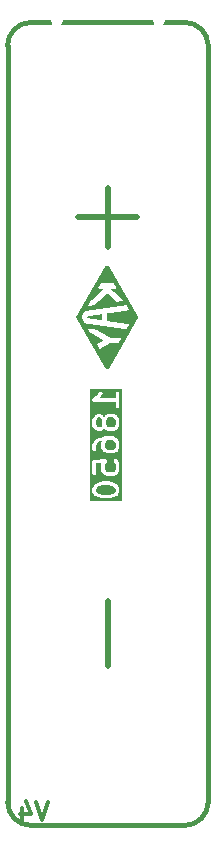
<source format=gbr>
%TF.GenerationSoftware,KiCad,Pcbnew,9.0.3*%
%TF.CreationDate,2025-11-14T23:12:01-05:00*%
%TF.ProjectId,Photon,50686f74-6f6e-42e6-9b69-6361645f7063,1.3*%
%TF.SameCoordinates,Original*%
%TF.FileFunction,Legend,Bot*%
%TF.FilePolarity,Positive*%
%FSLAX46Y46*%
G04 Gerber Fmt 4.6, Leading zero omitted, Abs format (unit mm)*
G04 Created by KiCad (PCBNEW 9.0.3) date 2025-11-14 23:12:01*
%MOMM*%
%LPD*%
G01*
G04 APERTURE LIST*
%ADD10C,0.300000*%
%ADD11C,0.400000*%
%ADD12C,0.500000*%
%ADD13C,0.000000*%
%ADD14C,3.000000*%
%ADD15O,1.000000X1.700000*%
G04 APERTURE END LIST*
D10*
X47767374Y-92077628D02*
X47267374Y-93577628D01*
X47267374Y-93577628D02*
X46767374Y-92077628D01*
X45624518Y-92577628D02*
X45624518Y-93577628D01*
X45981660Y-92006200D02*
X46338803Y-93077628D01*
X46338803Y-93077628D02*
X45410232Y-93077628D01*
G36*
X53272844Y-65330133D02*
G01*
X53426822Y-65407122D01*
X53487637Y-65467936D01*
X53556153Y-65604968D01*
X53556153Y-65724625D01*
X53487637Y-65861656D01*
X53426822Y-65922470D01*
X53272844Y-65999459D01*
X52925784Y-66086225D01*
X52486521Y-66086225D01*
X52139461Y-65999460D01*
X51985483Y-65922471D01*
X51924669Y-65861657D01*
X51856153Y-65724625D01*
X51856153Y-65604968D01*
X51924669Y-65467936D01*
X51985483Y-65407122D01*
X52139461Y-65330133D01*
X52486521Y-65243368D01*
X52925784Y-65243368D01*
X53272844Y-65330133D01*
G37*
G36*
X53426822Y-61502360D02*
G01*
X53487637Y-61563174D01*
X53556153Y-61700206D01*
X53556153Y-62010339D01*
X53487637Y-62147370D01*
X53426822Y-62208184D01*
X53289790Y-62276701D01*
X52884420Y-62276701D01*
X52747387Y-62208184D01*
X52686572Y-62147370D01*
X52618057Y-62010339D01*
X52618057Y-61700206D01*
X52686572Y-61563174D01*
X52747387Y-61502360D01*
X52884420Y-61433844D01*
X53289790Y-61433844D01*
X53426822Y-61502360D01*
G37*
G36*
X52283965Y-59597598D02*
G01*
X52344779Y-59658412D01*
X52413295Y-59795444D01*
X52413295Y-60105577D01*
X52344779Y-60242609D01*
X52283965Y-60303423D01*
X52146933Y-60371939D01*
X52122515Y-60371939D01*
X51985483Y-60303423D01*
X51924669Y-60242609D01*
X51856153Y-60105577D01*
X51856153Y-59795444D01*
X51924669Y-59658412D01*
X51985483Y-59597598D01*
X52122515Y-59529082D01*
X52146933Y-59529082D01*
X52283965Y-59597598D01*
G37*
G36*
X53426822Y-59597598D02*
G01*
X53487637Y-59658412D01*
X53556153Y-59795444D01*
X53556153Y-60105577D01*
X53487637Y-60242608D01*
X53426822Y-60303422D01*
X53289790Y-60371939D01*
X52979658Y-60371939D01*
X52842626Y-60303423D01*
X52781812Y-60242609D01*
X52713295Y-60105575D01*
X52713295Y-59795445D01*
X52781812Y-59658411D01*
X52842626Y-59597598D01*
X52979658Y-59529082D01*
X53289790Y-59529082D01*
X53426822Y-59597598D01*
G37*
G36*
X54078375Y-66608447D02*
G01*
X51333931Y-66608447D01*
X51333931Y-65569558D01*
X51556153Y-65569558D01*
X51556153Y-65760035D01*
X51559035Y-65789299D01*
X51561096Y-65794276D01*
X51561479Y-65799654D01*
X51571989Y-65827117D01*
X51667227Y-66017593D01*
X51675154Y-66030186D01*
X51676670Y-66033846D01*
X51680051Y-66037965D01*
X51682892Y-66042479D01*
X51685886Y-66045075D01*
X51695325Y-66056577D01*
X51790563Y-66151815D01*
X51802064Y-66161254D01*
X51804661Y-66164248D01*
X51809174Y-66167088D01*
X51813294Y-66170470D01*
X51816953Y-66171985D01*
X51829547Y-66179913D01*
X52020023Y-66275151D01*
X52022161Y-66275969D01*
X52023033Y-66276615D01*
X52035306Y-66280999D01*
X52047487Y-66285661D01*
X52048569Y-66285737D01*
X52050725Y-66286508D01*
X52431676Y-66381746D01*
X52436748Y-66382496D01*
X52438793Y-66383343D01*
X52449814Y-66384428D01*
X52460766Y-66386048D01*
X52462953Y-66385722D01*
X52468057Y-66386225D01*
X52944248Y-66386225D01*
X52949351Y-66385722D01*
X52951539Y-66386048D01*
X52962489Y-66384428D01*
X52973512Y-66383343D01*
X52975556Y-66382495D01*
X52980628Y-66381746D01*
X53361580Y-66286508D01*
X53363735Y-66285737D01*
X53364819Y-66285661D01*
X53377015Y-66280993D01*
X53389271Y-66276615D01*
X53390141Y-66275970D01*
X53392282Y-66275151D01*
X53582758Y-66179913D01*
X53595351Y-66171985D01*
X53599011Y-66170470D01*
X53603131Y-66167088D01*
X53607644Y-66164248D01*
X53610240Y-66161254D01*
X53621741Y-66151816D01*
X53716981Y-66056577D01*
X53726421Y-66045074D01*
X53729414Y-66042479D01*
X53732252Y-66037969D01*
X53735636Y-66033847D01*
X53737152Y-66030184D01*
X53745079Y-66017593D01*
X53840317Y-65827117D01*
X53850827Y-65799653D01*
X53851208Y-65794277D01*
X53853271Y-65789299D01*
X53856153Y-65760035D01*
X53856153Y-65569558D01*
X53853271Y-65540294D01*
X53851208Y-65535315D01*
X53850827Y-65529940D01*
X53840317Y-65502476D01*
X53745079Y-65312000D01*
X53737152Y-65299408D01*
X53735636Y-65295746D01*
X53732252Y-65291623D01*
X53729414Y-65287114D01*
X53726421Y-65284518D01*
X53716981Y-65273016D01*
X53621741Y-65177777D01*
X53610240Y-65168338D01*
X53607644Y-65165345D01*
X53603131Y-65162504D01*
X53599011Y-65159123D01*
X53595351Y-65157607D01*
X53582758Y-65149680D01*
X53392282Y-65054442D01*
X53390141Y-65053622D01*
X53389271Y-65052978D01*
X53377015Y-65048599D01*
X53364819Y-65043932D01*
X53363735Y-65043855D01*
X53361580Y-65043085D01*
X52980628Y-64947847D01*
X52975556Y-64947097D01*
X52973512Y-64946250D01*
X52962489Y-64945164D01*
X52951539Y-64943545D01*
X52949351Y-64943870D01*
X52944248Y-64943368D01*
X52468057Y-64943368D01*
X52462953Y-64943870D01*
X52460766Y-64943545D01*
X52449814Y-64945164D01*
X52438793Y-64946250D01*
X52436748Y-64947096D01*
X52431676Y-64947847D01*
X52050725Y-65043085D01*
X52048569Y-65043855D01*
X52047487Y-65043932D01*
X52035306Y-65048593D01*
X52023033Y-65052978D01*
X52022161Y-65053623D01*
X52020023Y-65054442D01*
X51829547Y-65149680D01*
X51816953Y-65157607D01*
X51813294Y-65159123D01*
X51809174Y-65162504D01*
X51804661Y-65165345D01*
X51802064Y-65168338D01*
X51790563Y-65177778D01*
X51695325Y-65273016D01*
X51685886Y-65284517D01*
X51682892Y-65287114D01*
X51680051Y-65291627D01*
X51676670Y-65295747D01*
X51675154Y-65299406D01*
X51667227Y-65312000D01*
X51571989Y-65502476D01*
X51561479Y-65529939D01*
X51561096Y-65535316D01*
X51559035Y-65540294D01*
X51556153Y-65569558D01*
X51333931Y-65569558D01*
X51333931Y-63283844D01*
X51556153Y-63283844D01*
X51556153Y-64236225D01*
X51559035Y-64265489D01*
X51581433Y-64319561D01*
X51622817Y-64360945D01*
X51676889Y-64383343D01*
X51735417Y-64383343D01*
X51789489Y-64360945D01*
X51830873Y-64319561D01*
X51853271Y-64265489D01*
X51856153Y-64236225D01*
X51856153Y-63419592D01*
X52352534Y-63369954D01*
X52333893Y-63407238D01*
X52323383Y-63434701D01*
X52323000Y-63440078D01*
X52320939Y-63445056D01*
X52318057Y-63474320D01*
X52318057Y-63950511D01*
X52320939Y-63979775D01*
X52323000Y-63984752D01*
X52323383Y-63990130D01*
X52333893Y-64017593D01*
X52429131Y-64208069D01*
X52437059Y-64220664D01*
X52438575Y-64224323D01*
X52441954Y-64228440D01*
X52444796Y-64232955D01*
X52447790Y-64235552D01*
X52457230Y-64247054D01*
X52552469Y-64342292D01*
X52563970Y-64351730D01*
X52566566Y-64354724D01*
X52571078Y-64357564D01*
X52575200Y-64360947D01*
X52578861Y-64362463D01*
X52591452Y-64370389D01*
X52781928Y-64465627D01*
X52809392Y-64476137D01*
X52814767Y-64476518D01*
X52819746Y-64478581D01*
X52849010Y-64481463D01*
X53325200Y-64481463D01*
X53354464Y-64478581D01*
X53359441Y-64476519D01*
X53364819Y-64476137D01*
X53392282Y-64465627D01*
X53582758Y-64370389D01*
X53595351Y-64362461D01*
X53599011Y-64360946D01*
X53603131Y-64357564D01*
X53607644Y-64354724D01*
X53610240Y-64351730D01*
X53621741Y-64342292D01*
X53716981Y-64247053D01*
X53726421Y-64235550D01*
X53729414Y-64232955D01*
X53732252Y-64228445D01*
X53735636Y-64224323D01*
X53737152Y-64220660D01*
X53745079Y-64208069D01*
X53840317Y-64017593D01*
X53850827Y-63990129D01*
X53851208Y-63984753D01*
X53853271Y-63979775D01*
X53856153Y-63950511D01*
X53856153Y-63474320D01*
X53853271Y-63445056D01*
X53851208Y-63440077D01*
X53850827Y-63434702D01*
X53840317Y-63407238D01*
X53745079Y-63216762D01*
X53737152Y-63204170D01*
X53735636Y-63200508D01*
X53732252Y-63196385D01*
X53729414Y-63191876D01*
X53726421Y-63189280D01*
X53716981Y-63177778D01*
X53621741Y-63082539D01*
X53599011Y-63063885D01*
X53544938Y-63041488D01*
X53486412Y-63041488D01*
X53432340Y-63063886D01*
X53390955Y-63105271D01*
X53368558Y-63159344D01*
X53368558Y-63217870D01*
X53390956Y-63271942D01*
X53409611Y-63294673D01*
X53487637Y-63372698D01*
X53556153Y-63509730D01*
X53556153Y-63915101D01*
X53487637Y-64052132D01*
X53426822Y-64112946D01*
X53289790Y-64181463D01*
X52884420Y-64181463D01*
X52747387Y-64112946D01*
X52686572Y-64052132D01*
X52618057Y-63915101D01*
X52618057Y-63509730D01*
X52686572Y-63372698D01*
X52764600Y-63294672D01*
X52783255Y-63271942D01*
X52786146Y-63264960D01*
X52790927Y-63259118D01*
X52797259Y-63238130D01*
X52805652Y-63217869D01*
X52805652Y-63210317D01*
X52807834Y-63203086D01*
X52805652Y-63181266D01*
X52805652Y-63159344D01*
X52802761Y-63152365D01*
X52802010Y-63144848D01*
X52791646Y-63125528D01*
X52783256Y-63105271D01*
X52777913Y-63099928D01*
X52774343Y-63093273D01*
X52757377Y-63079392D01*
X52741870Y-63063885D01*
X52734888Y-63060993D01*
X52729046Y-63056213D01*
X52708060Y-63049880D01*
X52687798Y-63041488D01*
X52680245Y-63041488D01*
X52673014Y-63039306D01*
X52643608Y-63039350D01*
X51691227Y-63134588D01*
X51680562Y-63136726D01*
X51676889Y-63136726D01*
X51673444Y-63138152D01*
X51662395Y-63140368D01*
X51643070Y-63150734D01*
X51622817Y-63159124D01*
X51617477Y-63164463D01*
X51610820Y-63168035D01*
X51596935Y-63185005D01*
X51581433Y-63200508D01*
X51578542Y-63207486D01*
X51573760Y-63213332D01*
X51567426Y-63234320D01*
X51559035Y-63254580D01*
X51557930Y-63265791D01*
X51556853Y-63269364D01*
X51557218Y-63273021D01*
X51556153Y-63283844D01*
X51333931Y-63283844D01*
X51333931Y-61855272D01*
X51556153Y-61855272D01*
X51556153Y-62236225D01*
X51559035Y-62265489D01*
X51581433Y-62319561D01*
X51622817Y-62360945D01*
X51676889Y-62383343D01*
X51735417Y-62383343D01*
X51789489Y-62360945D01*
X51830873Y-62319561D01*
X51853271Y-62265489D01*
X51856153Y-62236225D01*
X51856153Y-61890682D01*
X51924669Y-61753650D01*
X51992191Y-61686128D01*
X52243931Y-61518300D01*
X52392123Y-61481252D01*
X52333893Y-61597714D01*
X52323383Y-61625177D01*
X52323000Y-61630554D01*
X52320939Y-61635532D01*
X52318057Y-61664796D01*
X52318057Y-62045749D01*
X52320939Y-62075013D01*
X52323000Y-62079990D01*
X52323383Y-62085368D01*
X52333893Y-62112831D01*
X52429131Y-62303307D01*
X52437059Y-62315902D01*
X52438575Y-62319561D01*
X52441954Y-62323678D01*
X52444796Y-62328193D01*
X52447790Y-62330790D01*
X52457230Y-62342292D01*
X52552469Y-62437530D01*
X52563970Y-62446968D01*
X52566566Y-62449962D01*
X52571078Y-62452802D01*
X52575200Y-62456185D01*
X52578861Y-62457701D01*
X52591452Y-62465627D01*
X52781928Y-62560865D01*
X52809392Y-62571375D01*
X52814767Y-62571756D01*
X52819746Y-62573819D01*
X52849010Y-62576701D01*
X53325200Y-62576701D01*
X53354464Y-62573819D01*
X53359441Y-62571757D01*
X53364819Y-62571375D01*
X53392282Y-62560865D01*
X53582758Y-62465627D01*
X53595351Y-62457699D01*
X53599011Y-62456184D01*
X53603131Y-62452802D01*
X53607644Y-62449962D01*
X53610240Y-62446968D01*
X53621741Y-62437530D01*
X53716981Y-62342291D01*
X53726421Y-62330788D01*
X53729414Y-62328193D01*
X53732252Y-62323683D01*
X53735636Y-62319561D01*
X53737152Y-62315898D01*
X53745079Y-62303307D01*
X53840317Y-62112831D01*
X53850827Y-62085367D01*
X53851208Y-62079991D01*
X53853271Y-62075013D01*
X53856153Y-62045749D01*
X53856153Y-61664796D01*
X53853271Y-61635532D01*
X53851208Y-61630553D01*
X53850827Y-61625178D01*
X53840317Y-61597714D01*
X53745079Y-61407238D01*
X53737152Y-61394646D01*
X53735636Y-61390984D01*
X53732252Y-61386861D01*
X53729414Y-61382352D01*
X53726421Y-61379756D01*
X53716981Y-61368254D01*
X53621741Y-61273015D01*
X53610240Y-61263576D01*
X53607644Y-61260583D01*
X53603131Y-61257742D01*
X53599011Y-61254361D01*
X53595351Y-61252845D01*
X53582758Y-61244918D01*
X53392282Y-61149680D01*
X53364819Y-61139170D01*
X53359441Y-61138787D01*
X53354464Y-61136726D01*
X53325200Y-61133844D01*
X52563295Y-61133844D01*
X52558191Y-61134346D01*
X52556004Y-61134021D01*
X52545052Y-61135640D01*
X52534031Y-61136726D01*
X52531986Y-61137572D01*
X52526914Y-61138323D01*
X52145963Y-61233561D01*
X52128721Y-61239720D01*
X52125085Y-61240440D01*
X52121790Y-61242196D01*
X52118271Y-61243454D01*
X52115290Y-61245662D01*
X52099138Y-61254275D01*
X51813424Y-61444750D01*
X51813342Y-61444817D01*
X51813294Y-61444837D01*
X51802339Y-61453826D01*
X51790673Y-61463381D01*
X51790642Y-61463427D01*
X51790563Y-61463492D01*
X51695325Y-61558730D01*
X51685886Y-61570231D01*
X51682892Y-61572828D01*
X51680051Y-61577341D01*
X51676670Y-61581461D01*
X51675154Y-61585120D01*
X51667227Y-61597714D01*
X51571989Y-61788190D01*
X51561479Y-61815653D01*
X51561096Y-61821030D01*
X51559035Y-61826008D01*
X51556153Y-61855272D01*
X51333931Y-61855272D01*
X51333931Y-59760034D01*
X51556153Y-59760034D01*
X51556153Y-60140987D01*
X51559035Y-60170251D01*
X51561096Y-60175228D01*
X51561479Y-60180606D01*
X51571989Y-60208069D01*
X51667227Y-60398545D01*
X51675154Y-60411138D01*
X51676670Y-60414798D01*
X51680051Y-60418917D01*
X51682892Y-60423431D01*
X51685886Y-60426027D01*
X51695325Y-60437529D01*
X51790563Y-60532767D01*
X51802064Y-60542206D01*
X51804661Y-60545200D01*
X51809174Y-60548040D01*
X51813294Y-60551422D01*
X51816953Y-60552937D01*
X51829547Y-60560865D01*
X52020023Y-60656103D01*
X52047487Y-60666613D01*
X52052862Y-60666994D01*
X52057841Y-60669057D01*
X52087105Y-60671939D01*
X52182343Y-60671939D01*
X52211607Y-60669057D01*
X52216584Y-60666995D01*
X52221962Y-60666613D01*
X52249425Y-60656103D01*
X52439901Y-60560865D01*
X52452494Y-60552937D01*
X52456154Y-60551422D01*
X52460273Y-60548040D01*
X52464787Y-60545200D01*
X52467383Y-60542205D01*
X52478885Y-60532767D01*
X52563295Y-60448356D01*
X52647706Y-60532767D01*
X52659207Y-60542206D01*
X52661804Y-60545200D01*
X52666317Y-60548040D01*
X52670437Y-60551422D01*
X52674096Y-60552937D01*
X52686690Y-60560865D01*
X52877166Y-60656103D01*
X52904630Y-60666613D01*
X52910005Y-60666994D01*
X52914984Y-60669057D01*
X52944248Y-60671939D01*
X53325200Y-60671939D01*
X53354464Y-60669057D01*
X53359441Y-60666995D01*
X53364819Y-60666613D01*
X53392282Y-60656103D01*
X53582758Y-60560865D01*
X53595351Y-60552937D01*
X53599011Y-60551422D01*
X53603131Y-60548040D01*
X53607644Y-60545200D01*
X53610240Y-60542206D01*
X53621741Y-60532768D01*
X53716981Y-60437529D01*
X53726421Y-60426026D01*
X53729414Y-60423431D01*
X53732252Y-60418921D01*
X53735636Y-60414799D01*
X53737152Y-60411136D01*
X53745079Y-60398545D01*
X53840317Y-60208069D01*
X53850827Y-60180605D01*
X53851208Y-60175229D01*
X53853271Y-60170251D01*
X53856153Y-60140987D01*
X53856153Y-59760034D01*
X53853271Y-59730770D01*
X53851208Y-59725791D01*
X53850827Y-59720416D01*
X53840317Y-59692952D01*
X53745079Y-59502476D01*
X53737152Y-59489884D01*
X53735636Y-59486222D01*
X53732252Y-59482099D01*
X53729414Y-59477590D01*
X53726421Y-59474994D01*
X53716981Y-59463492D01*
X53621741Y-59368253D01*
X53610240Y-59358814D01*
X53607644Y-59355821D01*
X53603131Y-59352980D01*
X53599011Y-59349599D01*
X53595351Y-59348083D01*
X53582758Y-59340156D01*
X53392282Y-59244918D01*
X53364819Y-59234408D01*
X53359441Y-59234025D01*
X53354464Y-59231964D01*
X53325200Y-59229082D01*
X52944248Y-59229082D01*
X52914984Y-59231964D01*
X52910005Y-59234026D01*
X52904630Y-59234408D01*
X52877166Y-59244918D01*
X52686690Y-59340156D01*
X52674096Y-59348083D01*
X52670437Y-59349599D01*
X52666317Y-59352980D01*
X52661804Y-59355821D01*
X52659207Y-59358814D01*
X52647706Y-59368254D01*
X52563295Y-59452664D01*
X52478885Y-59368254D01*
X52467383Y-59358815D01*
X52464787Y-59355821D01*
X52460273Y-59352980D01*
X52456154Y-59349599D01*
X52452494Y-59348083D01*
X52439901Y-59340156D01*
X52249425Y-59244918D01*
X52221962Y-59234408D01*
X52216584Y-59234025D01*
X52211607Y-59231964D01*
X52182343Y-59229082D01*
X52087105Y-59229082D01*
X52057841Y-59231964D01*
X52052862Y-59234026D01*
X52047487Y-59234408D01*
X52020023Y-59244918D01*
X51829547Y-59340156D01*
X51816953Y-59348083D01*
X51813294Y-59349599D01*
X51809174Y-59352980D01*
X51804661Y-59355821D01*
X51802064Y-59358814D01*
X51790563Y-59368254D01*
X51695325Y-59463492D01*
X51685886Y-59474993D01*
X51682892Y-59477590D01*
X51680051Y-59482103D01*
X51676670Y-59486223D01*
X51675154Y-59489882D01*
X51667227Y-59502476D01*
X51571989Y-59692952D01*
X51561479Y-59720415D01*
X51561096Y-59725792D01*
X51559035Y-59730770D01*
X51556153Y-59760034D01*
X51333931Y-59760034D01*
X51333931Y-58045590D01*
X51556153Y-58045590D01*
X51559035Y-58060158D01*
X51559035Y-58075012D01*
X51564659Y-58088590D01*
X51567511Y-58103005D01*
X51575749Y-58115362D01*
X51581433Y-58129084D01*
X51591822Y-58139473D01*
X51599976Y-58151704D01*
X51612318Y-58159969D01*
X51622817Y-58170468D01*
X51636393Y-58176091D01*
X51648606Y-58184270D01*
X51663168Y-58187182D01*
X51676889Y-58192866D01*
X51705841Y-58195717D01*
X51705995Y-58195748D01*
X51706047Y-58195737D01*
X51706153Y-58195748D01*
X53556153Y-58195748D01*
X53556153Y-58617177D01*
X53559035Y-58646441D01*
X53581433Y-58700513D01*
X53622817Y-58741897D01*
X53676889Y-58764295D01*
X53735417Y-58764295D01*
X53789489Y-58741897D01*
X53830873Y-58700513D01*
X53853271Y-58646441D01*
X53856153Y-58617177D01*
X53856153Y-57474320D01*
X53853271Y-57445056D01*
X53830873Y-57390984D01*
X53789489Y-57349600D01*
X53735417Y-57327202D01*
X53676889Y-57327202D01*
X53622817Y-57349600D01*
X53581433Y-57390984D01*
X53559035Y-57445056D01*
X53556153Y-57474320D01*
X53556153Y-57895748D01*
X52163523Y-57895748D01*
X52288409Y-57770862D01*
X52297848Y-57759360D01*
X52300842Y-57756764D01*
X52303682Y-57752250D01*
X52307064Y-57748131D01*
X52308579Y-57744471D01*
X52316507Y-57731878D01*
X52411745Y-57541402D01*
X52422255Y-57513938D01*
X52426403Y-57455558D01*
X52407896Y-57400036D01*
X52369549Y-57355821D01*
X52317200Y-57329646D01*
X52258820Y-57325498D01*
X52203297Y-57344005D01*
X52159082Y-57382352D01*
X52143417Y-57407238D01*
X52059065Y-57575942D01*
X51896302Y-57738704D01*
X51622948Y-57920940D01*
X51622864Y-57921008D01*
X51622817Y-57921028D01*
X51622710Y-57921134D01*
X51600197Y-57939571D01*
X51591931Y-57951913D01*
X51581433Y-57962412D01*
X51575809Y-57975988D01*
X51567631Y-57988201D01*
X51564718Y-58002763D01*
X51559035Y-58016484D01*
X51559035Y-58031180D01*
X51556153Y-58045590D01*
X51333931Y-58045590D01*
X51333931Y-57103276D01*
X54078375Y-57103276D01*
X54078375Y-66608447D01*
G37*
D11*
%TO.C,BT1*%
X61378800Y-92068000D02*
G75*
G02*
X59378800Y-94068000I-2000000J0D01*
G01*
X59378800Y-26068000D02*
G75*
G02*
X61378800Y-28068000I1J-1999999D01*
G01*
X46378800Y-94068000D02*
G75*
G02*
X44378800Y-92068000I0J2000000D01*
G01*
X44378800Y-28068000D02*
G75*
G02*
X46378800Y-26068000I1999999J1D01*
G01*
X61378800Y-28068000D02*
X61378800Y-92068000D01*
X59378800Y-94068000D02*
X46378800Y-94068000D01*
D12*
X52878800Y-75068000D02*
X52878800Y-80568000D01*
X52878800Y-40068000D02*
X52878800Y-45068000D01*
X50378800Y-42568000D02*
X55378800Y-42568000D01*
D11*
X46378800Y-26068000D02*
X59378801Y-26068000D01*
X44378800Y-92068000D02*
X44378800Y-28068000D01*
D13*
%TO.C,G\u002A\u002A\u002A*%
G36*
X50247000Y-51172750D02*
G01*
X50245750Y-51174000D01*
X50244500Y-51172750D01*
X50245750Y-51171500D01*
X50247000Y-51172750D01*
G37*
G36*
X50254500Y-50895250D02*
G01*
X50253250Y-50896500D01*
X50252000Y-50895250D01*
X50253250Y-50894000D01*
X50254500Y-50895250D01*
G37*
G36*
X50257000Y-51190250D02*
G01*
X50255750Y-51191500D01*
X50254500Y-51190250D01*
X50255750Y-51189000D01*
X50257000Y-51190250D01*
G37*
G36*
X50284500Y-51237750D02*
G01*
X50283250Y-51239000D01*
X50282000Y-51237750D01*
X50283250Y-51236500D01*
X50284500Y-51237750D01*
G37*
G36*
X50292000Y-50830250D02*
G01*
X50290750Y-50831500D01*
X50289500Y-50830250D01*
X50290750Y-50829000D01*
X50292000Y-50830250D01*
G37*
G36*
X50294500Y-51255250D02*
G01*
X50293250Y-51256500D01*
X50292000Y-51255250D01*
X50293250Y-51254000D01*
X50294500Y-51255250D01*
G37*
G36*
X50322000Y-51302750D02*
G01*
X50320750Y-51304000D01*
X50319500Y-51302750D01*
X50320750Y-51301500D01*
X50322000Y-51302750D01*
G37*
G36*
X50327000Y-50770250D02*
G01*
X50325750Y-50771500D01*
X50324500Y-50770250D01*
X50325750Y-50769000D01*
X50327000Y-50770250D01*
G37*
G36*
X50332000Y-51320250D02*
G01*
X50330750Y-51321500D01*
X50329500Y-51320250D01*
X50330750Y-51319000D01*
X50332000Y-51320250D01*
G37*
G36*
X50359500Y-51367750D02*
G01*
X50358250Y-51369000D01*
X50357000Y-51367750D01*
X50358250Y-51366500D01*
X50359500Y-51367750D01*
G37*
G36*
X50369500Y-51385250D02*
G01*
X50368250Y-51386500D01*
X50367000Y-51385250D01*
X50368250Y-51384000D01*
X50369500Y-51385250D01*
G37*
G36*
X50387000Y-51415250D02*
G01*
X50385750Y-51416500D01*
X50384500Y-51415250D01*
X50385750Y-51414000D01*
X50387000Y-51415250D01*
G37*
G36*
X50394500Y-50652750D02*
G01*
X50393250Y-50654000D01*
X50392000Y-50652750D01*
X50393250Y-50651500D01*
X50394500Y-50652750D01*
G37*
G36*
X50397000Y-51432750D02*
G01*
X50395750Y-51434000D01*
X50394500Y-51432750D01*
X50395750Y-51431500D01*
X50397000Y-51432750D01*
G37*
G36*
X50424500Y-51480250D02*
G01*
X50423250Y-51481500D01*
X50422000Y-51480250D01*
X50423250Y-51479000D01*
X50424500Y-51480250D01*
G37*
G36*
X50432000Y-50587750D02*
G01*
X50430750Y-50589000D01*
X50429500Y-50587750D01*
X50430750Y-50586500D01*
X50432000Y-50587750D01*
G37*
G36*
X50434500Y-51497750D02*
G01*
X50433250Y-51499000D01*
X50432000Y-51497750D01*
X50433250Y-51496500D01*
X50434500Y-51497750D01*
G37*
G36*
X50462000Y-51545250D02*
G01*
X50460750Y-51546500D01*
X50459500Y-51545250D01*
X50460750Y-51544000D01*
X50462000Y-51545250D01*
G37*
G36*
X50472000Y-51562750D02*
G01*
X50470750Y-51564000D01*
X50469500Y-51562750D01*
X50470750Y-51561500D01*
X50472000Y-51562750D01*
G37*
G36*
X50497000Y-50475250D02*
G01*
X50495750Y-50476500D01*
X50494500Y-50475250D01*
X50495750Y-50474000D01*
X50497000Y-50475250D01*
G37*
G36*
X50499500Y-51610250D02*
G01*
X50498250Y-51611500D01*
X50497000Y-51610250D01*
X50498250Y-51609000D01*
X50499500Y-51610250D01*
G37*
G36*
X50509500Y-51627750D02*
G01*
X50508250Y-51629000D01*
X50507000Y-51627750D01*
X50508250Y-51626500D01*
X50509500Y-51627750D01*
G37*
G36*
X50527000Y-51657750D02*
G01*
X50525750Y-51659000D01*
X50524500Y-51657750D01*
X50525750Y-51656500D01*
X50527000Y-51657750D01*
G37*
G36*
X50534500Y-50410250D02*
G01*
X50533250Y-50411500D01*
X50532000Y-50410250D01*
X50533250Y-50409000D01*
X50534500Y-50410250D01*
G37*
G36*
X50537000Y-51675250D02*
G01*
X50535750Y-51676500D01*
X50534500Y-51675250D01*
X50535750Y-51674000D01*
X50537000Y-51675250D01*
G37*
G36*
X50564500Y-51722750D02*
G01*
X50563250Y-51724000D01*
X50562000Y-51722750D01*
X50563250Y-51721500D01*
X50564500Y-51722750D01*
G37*
G36*
X50569500Y-50350250D02*
G01*
X50568250Y-50351500D01*
X50567000Y-50350250D01*
X50568250Y-50349000D01*
X50569500Y-50350250D01*
G37*
G36*
X50574500Y-51740250D02*
G01*
X50573250Y-51741500D01*
X50572000Y-51740250D01*
X50573250Y-51739000D01*
X50574500Y-51740250D01*
G37*
G36*
X50602000Y-51787750D02*
G01*
X50600750Y-51789000D01*
X50599500Y-51787750D01*
X50600750Y-51786500D01*
X50602000Y-51787750D01*
G37*
G36*
X50612000Y-51805250D02*
G01*
X50610750Y-51806500D01*
X50609500Y-51805250D01*
X50610750Y-51804000D01*
X50612000Y-51805250D01*
G37*
G36*
X50629500Y-51835250D02*
G01*
X50628250Y-51836500D01*
X50627000Y-51835250D01*
X50628250Y-51834000D01*
X50629500Y-51835250D01*
G37*
G36*
X50637000Y-50232750D02*
G01*
X50635750Y-50234000D01*
X50634500Y-50232750D01*
X50635750Y-50231500D01*
X50637000Y-50232750D01*
G37*
G36*
X50639500Y-51852750D02*
G01*
X50638250Y-51854000D01*
X50637000Y-51852750D01*
X50638250Y-51851500D01*
X50639500Y-51852750D01*
G37*
G36*
X50667000Y-51900250D02*
G01*
X50665750Y-51901500D01*
X50664500Y-51900250D01*
X50665750Y-51899000D01*
X50667000Y-51900250D01*
G37*
G36*
X50674500Y-50167750D02*
G01*
X50673250Y-50169000D01*
X50672000Y-50167750D01*
X50673250Y-50166500D01*
X50674500Y-50167750D01*
G37*
G36*
X50677000Y-51917750D02*
G01*
X50675750Y-51919000D01*
X50674500Y-51917750D01*
X50675750Y-51916500D01*
X50677000Y-51917750D01*
G37*
G36*
X50684500Y-51140250D02*
G01*
X50683250Y-51141500D01*
X50682000Y-51140250D01*
X50683250Y-51139000D01*
X50684500Y-51140250D01*
G37*
G36*
X50694500Y-50922750D02*
G01*
X50693250Y-50924000D01*
X50692000Y-50922750D01*
X50693250Y-50921500D01*
X50694500Y-50922750D01*
G37*
G36*
X50697000Y-51162750D02*
G01*
X50695750Y-51164000D01*
X50694500Y-51162750D01*
X50695750Y-51161500D01*
X50697000Y-51162750D01*
G37*
G36*
X50702000Y-50910250D02*
G01*
X50700750Y-50911500D01*
X50699500Y-50910250D01*
X50700750Y-50909000D01*
X50702000Y-50910250D01*
G37*
G36*
X50704500Y-51175250D02*
G01*
X50703250Y-51176500D01*
X50702000Y-51175250D01*
X50703250Y-51174000D01*
X50704500Y-51175250D01*
G37*
G36*
X50704500Y-51965250D02*
G01*
X50703250Y-51966500D01*
X50702000Y-51965250D01*
X50703250Y-51964000D01*
X50704500Y-51965250D01*
G37*
G36*
X50709500Y-50107750D02*
G01*
X50708250Y-50109000D01*
X50707000Y-50107750D01*
X50708250Y-50106500D01*
X50709500Y-50107750D01*
G37*
G36*
X50712000Y-50892750D02*
G01*
X50710750Y-50894000D01*
X50709500Y-50892750D01*
X50710750Y-50891500D01*
X50712000Y-50892750D01*
G37*
G36*
X50714500Y-51982750D02*
G01*
X50713250Y-51984000D01*
X50712000Y-51982750D01*
X50713250Y-51981500D01*
X50714500Y-51982750D01*
G37*
G36*
X50724500Y-51210250D02*
G01*
X50723250Y-51211500D01*
X50722000Y-51210250D01*
X50723250Y-51209000D01*
X50724500Y-51210250D01*
G37*
G36*
X50732000Y-50857750D02*
G01*
X50730750Y-50859000D01*
X50729500Y-50857750D01*
X50730750Y-50856500D01*
X50732000Y-50857750D01*
G37*
G36*
X50734500Y-51227750D02*
G01*
X50733250Y-51229000D01*
X50732000Y-51227750D01*
X50733250Y-51226500D01*
X50734500Y-51227750D01*
G37*
G36*
X50739500Y-50845250D02*
G01*
X50738250Y-50846500D01*
X50737000Y-50845250D01*
X50738250Y-50844000D01*
X50739500Y-50845250D01*
G37*
G36*
X50742000Y-51240250D02*
G01*
X50740750Y-51241500D01*
X50739500Y-51240250D01*
X50740750Y-51239000D01*
X50742000Y-51240250D01*
G37*
G36*
X50742000Y-52030250D02*
G01*
X50740750Y-52031500D01*
X50739500Y-52030250D01*
X50740750Y-52029000D01*
X50742000Y-52030250D01*
G37*
G36*
X50749500Y-50827750D02*
G01*
X50748250Y-50829000D01*
X50747000Y-50827750D01*
X50748250Y-50826500D01*
X50749500Y-50827750D01*
G37*
G36*
X50752000Y-51257750D02*
G01*
X50750750Y-51259000D01*
X50749500Y-51257750D01*
X50750750Y-51256500D01*
X50752000Y-51257750D01*
G37*
G36*
X50752000Y-52047750D02*
G01*
X50750750Y-52049000D01*
X50749500Y-52047750D01*
X50750750Y-52046500D01*
X50752000Y-52047750D01*
G37*
G36*
X50759500Y-50810250D02*
G01*
X50758250Y-50811500D01*
X50757000Y-50810250D01*
X50758250Y-50809000D01*
X50759500Y-50810250D01*
G37*
G36*
X50762000Y-51275250D02*
G01*
X50760750Y-51276500D01*
X50759500Y-51275250D01*
X50760750Y-51274000D01*
X50762000Y-51275250D01*
G37*
G36*
X50769500Y-50792750D02*
G01*
X50768250Y-50794000D01*
X50767000Y-50792750D01*
X50768250Y-50791500D01*
X50769500Y-50792750D01*
G37*
G36*
X50769500Y-52077750D02*
G01*
X50768250Y-52079000D01*
X50767000Y-52077750D01*
X50768250Y-52076500D01*
X50769500Y-52077750D01*
G37*
G36*
X50772000Y-51292750D02*
G01*
X50770750Y-51294000D01*
X50769500Y-51292750D01*
X50770750Y-51291500D01*
X50772000Y-51292750D01*
G37*
G36*
X50777000Y-49990250D02*
G01*
X50775750Y-49991500D01*
X50774500Y-49990250D01*
X50775750Y-49989000D01*
X50777000Y-49990250D01*
G37*
G36*
X50777000Y-50780250D02*
G01*
X50775750Y-50781500D01*
X50774500Y-50780250D01*
X50775750Y-50779000D01*
X50777000Y-50780250D01*
G37*
G36*
X50779500Y-51305250D02*
G01*
X50778250Y-51306500D01*
X50777000Y-51305250D01*
X50778250Y-51304000D01*
X50779500Y-51305250D01*
G37*
G36*
X50779500Y-52095250D02*
G01*
X50778250Y-52096500D01*
X50777000Y-52095250D01*
X50778250Y-52094000D01*
X50779500Y-52095250D01*
G37*
G36*
X50787000Y-50762750D02*
G01*
X50785750Y-50764000D01*
X50784500Y-50762750D01*
X50785750Y-50761500D01*
X50787000Y-50762750D01*
G37*
G36*
X50789500Y-51322750D02*
G01*
X50788250Y-51324000D01*
X50787000Y-51322750D01*
X50788250Y-51321500D01*
X50789500Y-51322750D01*
G37*
G36*
X50797000Y-50745250D02*
G01*
X50795750Y-50746500D01*
X50794500Y-50745250D01*
X50795750Y-50744000D01*
X50797000Y-50745250D01*
G37*
G36*
X50799500Y-51340250D02*
G01*
X50798250Y-51341500D01*
X50797000Y-51340250D01*
X50798250Y-51339000D01*
X50799500Y-51340250D01*
G37*
G36*
X50804500Y-50732750D02*
G01*
X50803250Y-50734000D01*
X50802000Y-50732750D01*
X50803250Y-50731500D01*
X50804500Y-50732750D01*
G37*
G36*
X50807000Y-52142750D02*
G01*
X50805750Y-52144000D01*
X50804500Y-52142750D01*
X50805750Y-52141500D01*
X50807000Y-52142750D01*
G37*
G36*
X50809500Y-51357750D02*
G01*
X50808250Y-51359000D01*
X50807000Y-51357750D01*
X50808250Y-51356500D01*
X50809500Y-51357750D01*
G37*
G36*
X50814500Y-49925250D02*
G01*
X50813250Y-49926500D01*
X50812000Y-49925250D01*
X50813250Y-49924000D01*
X50814500Y-49925250D01*
G37*
G36*
X50814500Y-50715250D02*
G01*
X50813250Y-50716500D01*
X50812000Y-50715250D01*
X50813250Y-50714000D01*
X50814500Y-50715250D01*
G37*
G36*
X50817000Y-51370250D02*
G01*
X50815750Y-51371500D01*
X50814500Y-51370250D01*
X50815750Y-51369000D01*
X50817000Y-51370250D01*
G37*
G36*
X50817000Y-52160250D02*
G01*
X50815750Y-52161500D01*
X50814500Y-52160250D01*
X50815750Y-52159000D01*
X50817000Y-52160250D01*
G37*
G36*
X50827000Y-51387750D02*
G01*
X50825750Y-51389000D01*
X50824500Y-51387750D01*
X50825750Y-51386500D01*
X50827000Y-51387750D01*
G37*
G36*
X50834500Y-50680250D02*
G01*
X50833250Y-50681500D01*
X50832000Y-50680250D01*
X50833250Y-50679000D01*
X50834500Y-50680250D01*
G37*
G36*
X50837000Y-51405250D02*
G01*
X50835750Y-51406500D01*
X50834500Y-51405250D01*
X50835750Y-51404000D01*
X50837000Y-51405250D01*
G37*
G36*
X50842000Y-50667750D02*
G01*
X50840750Y-50669000D01*
X50839500Y-50667750D01*
X50840750Y-50666500D01*
X50842000Y-50667750D01*
G37*
G36*
X50844500Y-51417750D02*
G01*
X50843250Y-51419000D01*
X50842000Y-51417750D01*
X50843250Y-51416500D01*
X50844500Y-51417750D01*
G37*
G36*
X50844500Y-52207750D02*
G01*
X50843250Y-52209000D01*
X50842000Y-52207750D01*
X50843250Y-52206500D01*
X50844500Y-52207750D01*
G37*
G36*
X50849500Y-49865250D02*
G01*
X50848250Y-49866500D01*
X50847000Y-49865250D01*
X50848250Y-49864000D01*
X50849500Y-49865250D01*
G37*
G36*
X50852000Y-50650250D02*
G01*
X50850750Y-50651500D01*
X50849500Y-50650250D01*
X50850750Y-50649000D01*
X50852000Y-50650250D01*
G37*
G36*
X50854500Y-52225250D02*
G01*
X50853250Y-52226500D01*
X50852000Y-52225250D01*
X50853250Y-52224000D01*
X50854500Y-52225250D01*
G37*
G36*
X50862000Y-50632750D02*
G01*
X50860750Y-50634000D01*
X50859500Y-50632750D01*
X50860750Y-50631500D01*
X50862000Y-50632750D01*
G37*
G36*
X50864500Y-51452750D02*
G01*
X50863250Y-51454000D01*
X50862000Y-51452750D01*
X50863250Y-51451500D01*
X50864500Y-51452750D01*
G37*
G36*
X50872000Y-50615250D02*
G01*
X50870750Y-50616500D01*
X50869500Y-50615250D01*
X50870750Y-50614000D01*
X50872000Y-50615250D01*
G37*
G36*
X50874500Y-51470250D02*
G01*
X50873250Y-51471500D01*
X50872000Y-51470250D01*
X50873250Y-51469000D01*
X50874500Y-51470250D01*
G37*
G36*
X50879500Y-50602750D02*
G01*
X50878250Y-50604000D01*
X50877000Y-50602750D01*
X50878250Y-50601500D01*
X50879500Y-50602750D01*
G37*
G36*
X50882000Y-51482750D02*
G01*
X50880750Y-51484000D01*
X50879500Y-51482750D01*
X50880750Y-51481500D01*
X50882000Y-51482750D01*
G37*
G36*
X50882000Y-52272750D02*
G01*
X50880750Y-52274000D01*
X50879500Y-52272750D01*
X50880750Y-52271500D01*
X50882000Y-52272750D01*
G37*
G36*
X50889500Y-50585250D02*
G01*
X50888250Y-50586500D01*
X50887000Y-50585250D01*
X50888250Y-50584000D01*
X50889500Y-50585250D01*
G37*
G36*
X50892000Y-51500250D02*
G01*
X50890750Y-51501500D01*
X50889500Y-51500250D01*
X50890750Y-51499000D01*
X50892000Y-51500250D01*
G37*
G36*
X50892000Y-52290250D02*
G01*
X50890750Y-52291500D01*
X50889500Y-52290250D01*
X50890750Y-52289000D01*
X50892000Y-52290250D01*
G37*
G36*
X50899500Y-50567750D02*
G01*
X50898250Y-50569000D01*
X50897000Y-50567750D01*
X50898250Y-50566500D01*
X50899500Y-50567750D01*
G37*
G36*
X50902000Y-51517750D02*
G01*
X50900750Y-51519000D01*
X50899500Y-51517750D01*
X50900750Y-51516500D01*
X50902000Y-51517750D01*
G37*
G36*
X50907000Y-50555250D02*
G01*
X50905750Y-50556500D01*
X50904500Y-50555250D01*
X50905750Y-50554000D01*
X50907000Y-50555250D01*
G37*
G36*
X50909500Y-52320250D02*
G01*
X50908250Y-52321500D01*
X50907000Y-52320250D01*
X50908250Y-52319000D01*
X50909500Y-52320250D01*
G37*
G36*
X50914500Y-50542750D02*
G01*
X50913250Y-50544000D01*
X50912000Y-50542750D01*
X50913250Y-50541500D01*
X50914500Y-50542750D01*
G37*
G36*
X50917000Y-49747750D02*
G01*
X50915750Y-49749000D01*
X50914500Y-49747750D01*
X50915750Y-49746500D01*
X50917000Y-49747750D01*
G37*
G36*
X50919500Y-52337750D02*
G01*
X50918250Y-52339000D01*
X50917000Y-52337750D01*
X50918250Y-52336500D01*
X50919500Y-52337750D01*
G37*
G36*
X50924500Y-51547750D02*
G01*
X50923250Y-51549000D01*
X50922000Y-51547750D01*
X50923250Y-51546500D01*
X50924500Y-51547750D01*
G37*
G36*
X50929500Y-50530250D02*
G01*
X50928250Y-50531500D01*
X50927000Y-50530250D01*
X50928250Y-50529000D01*
X50929500Y-50530250D01*
G37*
G36*
X50947000Y-52385250D02*
G01*
X50945750Y-52386500D01*
X50944500Y-52385250D01*
X50945750Y-52384000D01*
X50947000Y-52385250D01*
G37*
G36*
X50954500Y-49682750D02*
G01*
X50953250Y-49684000D01*
X50952000Y-49682750D01*
X50953250Y-49681500D01*
X50954500Y-49682750D01*
G37*
G36*
X50957000Y-52402750D02*
G01*
X50955750Y-52404000D01*
X50954500Y-52402750D01*
X50955750Y-52401500D01*
X50957000Y-52402750D01*
G37*
G36*
X50984500Y-52450250D02*
G01*
X50983250Y-52451500D01*
X50982000Y-52450250D01*
X50983250Y-52449000D01*
X50984500Y-52450250D01*
G37*
G36*
X50994500Y-52467750D02*
G01*
X50993250Y-52469000D01*
X50992000Y-52467750D01*
X50993250Y-52466500D01*
X50994500Y-52467750D01*
G37*
G36*
X51012000Y-52497750D02*
G01*
X51010750Y-52499000D01*
X51009500Y-52497750D01*
X51010750Y-52496500D01*
X51012000Y-52497750D01*
G37*
G36*
X51019500Y-49570250D02*
G01*
X51018250Y-49571500D01*
X51017000Y-49570250D01*
X51018250Y-49569000D01*
X51019500Y-49570250D01*
G37*
G36*
X51022000Y-52515250D02*
G01*
X51020750Y-52516500D01*
X51019500Y-52515250D01*
X51020750Y-52514000D01*
X51022000Y-52515250D01*
G37*
G36*
X51049500Y-52562750D02*
G01*
X51048250Y-52564000D01*
X51047000Y-52562750D01*
X51048250Y-52561500D01*
X51049500Y-52562750D01*
G37*
G36*
X51057000Y-49505250D02*
G01*
X51055750Y-49506500D01*
X51054500Y-49505250D01*
X51055750Y-49504000D01*
X51057000Y-49505250D01*
G37*
G36*
X51059500Y-52580250D02*
G01*
X51058250Y-52581500D01*
X51057000Y-52580250D01*
X51058250Y-52579000D01*
X51059500Y-52580250D01*
G37*
G36*
X51087000Y-52627750D02*
G01*
X51085750Y-52629000D01*
X51084500Y-52627750D01*
X51085750Y-52626500D01*
X51087000Y-52627750D01*
G37*
G36*
X51092000Y-49445250D02*
G01*
X51090750Y-49446500D01*
X51089500Y-49445250D01*
X51090750Y-49444000D01*
X51092000Y-49445250D01*
G37*
G36*
X51097000Y-52645250D02*
G01*
X51095750Y-52646500D01*
X51094500Y-52645250D01*
X51095750Y-52644000D01*
X51097000Y-52645250D01*
G37*
G36*
X51124500Y-52692750D02*
G01*
X51123250Y-52694000D01*
X51122000Y-52692750D01*
X51123250Y-52691500D01*
X51124500Y-52692750D01*
G37*
G36*
X51134500Y-52710250D02*
G01*
X51133250Y-52711500D01*
X51132000Y-52710250D01*
X51133250Y-52709000D01*
X51134500Y-52710250D01*
G37*
G36*
X51149500Y-51085250D02*
G01*
X51148250Y-51086500D01*
X51147000Y-51085250D01*
X51148250Y-51084000D01*
X51149500Y-51085250D01*
G37*
G36*
X51152000Y-52740250D02*
G01*
X51150750Y-52741500D01*
X51149500Y-52740250D01*
X51150750Y-52739000D01*
X51152000Y-52740250D01*
G37*
G36*
X51159500Y-49327750D02*
G01*
X51158250Y-49329000D01*
X51157000Y-49327750D01*
X51158250Y-49326500D01*
X51159500Y-49327750D01*
G37*
G36*
X51162000Y-52757750D02*
G01*
X51160750Y-52759000D01*
X51159500Y-52757750D01*
X51160750Y-52756500D01*
X51162000Y-52757750D01*
G37*
G36*
X51167000Y-51097750D02*
G01*
X51165750Y-51099000D01*
X51164500Y-51097750D01*
X51165750Y-51096500D01*
X51167000Y-51097750D01*
G37*
G36*
X51189500Y-52805250D02*
G01*
X51188250Y-52806500D01*
X51187000Y-52805250D01*
X51188250Y-52804000D01*
X51189500Y-52805250D01*
G37*
G36*
X51192000Y-50965250D02*
G01*
X51190750Y-50966500D01*
X51189500Y-50965250D01*
X51190750Y-50964000D01*
X51192000Y-50965250D01*
G37*
G36*
X51197000Y-49262750D02*
G01*
X51195750Y-49264000D01*
X51194500Y-49262750D01*
X51195750Y-49261500D01*
X51197000Y-49262750D01*
G37*
G36*
X51199500Y-52822750D02*
G01*
X51198250Y-52824000D01*
X51197000Y-52822750D01*
X51198250Y-52821500D01*
X51199500Y-52822750D01*
G37*
G36*
X51202000Y-50957750D02*
G01*
X51200750Y-50959000D01*
X51199500Y-50957750D01*
X51200750Y-50956500D01*
X51202000Y-50957750D01*
G37*
G36*
X51219500Y-52067750D02*
G01*
X51218250Y-52069000D01*
X51217000Y-52067750D01*
X51218250Y-52066500D01*
X51219500Y-52067750D01*
G37*
G36*
X51222000Y-50062750D02*
G01*
X51220750Y-50064000D01*
X51219500Y-50062750D01*
X51220750Y-50061500D01*
X51222000Y-50062750D01*
G37*
G36*
X51224500Y-50005250D02*
G01*
X51223250Y-50006500D01*
X51222000Y-50005250D01*
X51223250Y-50004000D01*
X51224500Y-50005250D01*
G37*
G36*
X51227000Y-52080250D02*
G01*
X51225750Y-52081500D01*
X51224500Y-52080250D01*
X51225750Y-52079000D01*
X51227000Y-52080250D01*
G37*
G36*
X51227000Y-52870250D02*
G01*
X51225750Y-52871500D01*
X51224500Y-52870250D01*
X51225750Y-52869000D01*
X51227000Y-52870250D01*
G37*
G36*
X51232000Y-49202750D02*
G01*
X51230750Y-49204000D01*
X51229500Y-49202750D01*
X51230750Y-49201500D01*
X51232000Y-49202750D01*
G37*
G36*
X51232000Y-50072750D02*
G01*
X51230750Y-50074000D01*
X51229500Y-50072750D01*
X51230750Y-50071500D01*
X51232000Y-50072750D01*
G37*
G36*
X51234500Y-49987750D02*
G01*
X51233250Y-49989000D01*
X51232000Y-49987750D01*
X51233250Y-49986500D01*
X51234500Y-49987750D01*
G37*
G36*
X51237000Y-50075250D02*
G01*
X51235750Y-50076500D01*
X51234500Y-50075250D01*
X51235750Y-50074000D01*
X51237000Y-50075250D01*
G37*
G36*
X51237000Y-52887750D02*
G01*
X51235750Y-52889000D01*
X51234500Y-52887750D01*
X51235750Y-52886500D01*
X51237000Y-52887750D01*
G37*
G36*
X51247000Y-52115250D02*
G01*
X51245750Y-52116500D01*
X51244500Y-52115250D01*
X51245750Y-52114000D01*
X51247000Y-52115250D01*
G37*
G36*
X51254500Y-49952750D02*
G01*
X51253250Y-49954000D01*
X51252000Y-49952750D01*
X51253250Y-49951500D01*
X51254500Y-49952750D01*
G37*
G36*
X51257000Y-52132750D02*
G01*
X51255750Y-52134000D01*
X51254500Y-52132750D01*
X51255750Y-52131500D01*
X51257000Y-52132750D01*
G37*
G36*
X51262000Y-49940250D02*
G01*
X51260750Y-49941500D01*
X51259500Y-49940250D01*
X51260750Y-49939000D01*
X51262000Y-49940250D01*
G37*
G36*
X51264500Y-52145250D02*
G01*
X51263250Y-52146500D01*
X51262000Y-52145250D01*
X51263250Y-52144000D01*
X51264500Y-52145250D01*
G37*
G36*
X51264500Y-52935250D02*
G01*
X51263250Y-52936500D01*
X51262000Y-52935250D01*
X51263250Y-52934000D01*
X51264500Y-52935250D01*
G37*
G36*
X51272000Y-49922750D02*
G01*
X51270750Y-49924000D01*
X51269500Y-49922750D01*
X51270750Y-49921500D01*
X51272000Y-49922750D01*
G37*
G36*
X51274500Y-52162750D02*
G01*
X51273250Y-52164000D01*
X51272000Y-52162750D01*
X51273250Y-52161500D01*
X51274500Y-52162750D01*
G37*
G36*
X51274500Y-52952750D02*
G01*
X51273250Y-52954000D01*
X51272000Y-52952750D01*
X51273250Y-52951500D01*
X51274500Y-52952750D01*
G37*
G36*
X51282000Y-49905250D02*
G01*
X51280750Y-49906500D01*
X51279500Y-49905250D01*
X51280750Y-49904000D01*
X51282000Y-49905250D01*
G37*
G36*
X51284500Y-52180250D02*
G01*
X51283250Y-52181500D01*
X51282000Y-52180250D01*
X51283250Y-52179000D01*
X51284500Y-52180250D01*
G37*
G36*
X51292000Y-49887750D02*
G01*
X51290750Y-49889000D01*
X51289500Y-49887750D01*
X51290750Y-49886500D01*
X51292000Y-49887750D01*
G37*
G36*
X51292000Y-52982750D02*
G01*
X51290750Y-52984000D01*
X51289500Y-52982750D01*
X51290750Y-52981500D01*
X51292000Y-52982750D01*
G37*
G36*
X51294500Y-52197750D02*
G01*
X51293250Y-52199000D01*
X51292000Y-52197750D01*
X51293250Y-52196500D01*
X51294500Y-52197750D01*
G37*
G36*
X51299500Y-49085250D02*
G01*
X51298250Y-49086500D01*
X51297000Y-49085250D01*
X51298250Y-49084000D01*
X51299500Y-49085250D01*
G37*
G36*
X51299500Y-49875250D02*
G01*
X51298250Y-49876500D01*
X51297000Y-49875250D01*
X51298250Y-49874000D01*
X51299500Y-49875250D01*
G37*
G36*
X51302000Y-52210250D02*
G01*
X51300750Y-52211500D01*
X51299500Y-52210250D01*
X51300750Y-52209000D01*
X51302000Y-52210250D01*
G37*
G36*
X51302000Y-53000250D02*
G01*
X51300750Y-53001500D01*
X51299500Y-53000250D01*
X51300750Y-52999000D01*
X51302000Y-53000250D01*
G37*
G36*
X51309500Y-49857750D02*
G01*
X51308250Y-49859000D01*
X51307000Y-49857750D01*
X51308250Y-49856500D01*
X51309500Y-49857750D01*
G37*
G36*
X51312000Y-52227750D02*
G01*
X51310750Y-52229000D01*
X51309500Y-52227750D01*
X51310750Y-52226500D01*
X51312000Y-52227750D01*
G37*
G36*
X51319500Y-49840250D02*
G01*
X51318250Y-49841500D01*
X51317000Y-49840250D01*
X51318250Y-49839000D01*
X51319500Y-49840250D01*
G37*
G36*
X51322000Y-52245250D02*
G01*
X51320750Y-52246500D01*
X51319500Y-52245250D01*
X51320750Y-52244000D01*
X51322000Y-52245250D01*
G37*
G36*
X51327000Y-49827750D02*
G01*
X51325750Y-49829000D01*
X51324500Y-49827750D01*
X51325750Y-49826500D01*
X51327000Y-49827750D01*
G37*
G36*
X51329500Y-53047750D02*
G01*
X51328250Y-53049000D01*
X51327000Y-53047750D01*
X51328250Y-53046500D01*
X51329500Y-53047750D01*
G37*
G36*
X51332000Y-52262750D02*
G01*
X51330750Y-52264000D01*
X51329500Y-52262750D01*
X51330750Y-52261500D01*
X51332000Y-52262750D01*
G37*
G36*
X51337000Y-49020250D02*
G01*
X51335750Y-49021500D01*
X51334500Y-49020250D01*
X51335750Y-49019000D01*
X51337000Y-49020250D01*
G37*
G36*
X51337000Y-49810250D02*
G01*
X51335750Y-49811500D01*
X51334500Y-49810250D01*
X51335750Y-49809000D01*
X51337000Y-49810250D01*
G37*
G36*
X51339500Y-52275250D02*
G01*
X51338250Y-52276500D01*
X51337000Y-52275250D01*
X51338250Y-52274000D01*
X51339500Y-52275250D01*
G37*
G36*
X51339500Y-53065250D02*
G01*
X51338250Y-53066500D01*
X51337000Y-53065250D01*
X51338250Y-53064000D01*
X51339500Y-53065250D01*
G37*
G36*
X51349500Y-52292750D02*
G01*
X51348250Y-52294000D01*
X51347000Y-52292750D01*
X51348250Y-52291500D01*
X51349500Y-52292750D01*
G37*
G36*
X51357000Y-49775250D02*
G01*
X51355750Y-49776500D01*
X51354500Y-49775250D01*
X51355750Y-49774000D01*
X51357000Y-49775250D01*
G37*
G36*
X51359500Y-52310250D02*
G01*
X51358250Y-52311500D01*
X51357000Y-52310250D01*
X51358250Y-52309000D01*
X51359500Y-52310250D01*
G37*
G36*
X51364500Y-49762750D02*
G01*
X51363250Y-49764000D01*
X51362000Y-49762750D01*
X51363250Y-49761500D01*
X51364500Y-49762750D01*
G37*
G36*
X51367000Y-53112750D02*
G01*
X51365750Y-53114000D01*
X51364500Y-53112750D01*
X51365750Y-53111500D01*
X51367000Y-53112750D01*
G37*
G36*
X51374500Y-49745250D02*
G01*
X51373250Y-49746500D01*
X51372000Y-49745250D01*
X51373250Y-49744000D01*
X51374500Y-49745250D01*
G37*
G36*
X51377000Y-53130250D02*
G01*
X51375750Y-53131500D01*
X51374500Y-53130250D01*
X51375750Y-53129000D01*
X51377000Y-53130250D01*
G37*
G36*
X51384500Y-49727750D02*
G01*
X51383250Y-49729000D01*
X51382000Y-49727750D01*
X51383250Y-49726500D01*
X51384500Y-49727750D01*
G37*
G36*
X51387000Y-52337750D02*
G01*
X51385750Y-52339000D01*
X51384500Y-52337750D01*
X51385750Y-52336500D01*
X51387000Y-52337750D01*
G37*
G36*
X51394500Y-49710250D02*
G01*
X51393250Y-49711500D01*
X51392000Y-49710250D01*
X51393250Y-49709000D01*
X51394500Y-49710250D01*
G37*
G36*
X51402000Y-49697750D02*
G01*
X51400750Y-49699000D01*
X51399500Y-49697750D01*
X51400750Y-49696500D01*
X51402000Y-49697750D01*
G37*
G36*
X51404500Y-52347750D02*
G01*
X51403250Y-52349000D01*
X51402000Y-52347750D01*
X51403250Y-52346500D01*
X51404500Y-52347750D01*
G37*
G36*
X51404500Y-53177750D02*
G01*
X51403250Y-53179000D01*
X51402000Y-53177750D01*
X51403250Y-53176500D01*
X51404500Y-53177750D01*
G37*
G36*
X51414500Y-53195250D02*
G01*
X51413250Y-53196500D01*
X51412000Y-53195250D01*
X51413250Y-53194000D01*
X51414500Y-53195250D01*
G37*
G36*
X51417000Y-52355250D02*
G01*
X51415750Y-52356500D01*
X51414500Y-52355250D01*
X51415750Y-52354000D01*
X51417000Y-52355250D01*
G37*
G36*
X51432000Y-53225250D02*
G01*
X51430750Y-53226500D01*
X51429500Y-53225250D01*
X51430750Y-53224000D01*
X51432000Y-53225250D01*
G37*
G36*
X51434500Y-52365250D02*
G01*
X51433250Y-52366500D01*
X51432000Y-52365250D01*
X51433250Y-52364000D01*
X51434500Y-52365250D01*
G37*
G36*
X51439500Y-48842750D02*
G01*
X51438250Y-48844000D01*
X51437000Y-48842750D01*
X51438250Y-48841500D01*
X51439500Y-48842750D01*
G37*
G36*
X51442000Y-53242750D02*
G01*
X51440750Y-53244000D01*
X51439500Y-53242750D01*
X51440750Y-53241500D01*
X51442000Y-53242750D01*
G37*
G36*
X51452000Y-52375250D02*
G01*
X51450750Y-52376500D01*
X51449500Y-52375250D01*
X51450750Y-52374000D01*
X51452000Y-52375250D01*
G37*
G36*
X51464500Y-52382750D02*
G01*
X51463250Y-52384000D01*
X51462000Y-52382750D01*
X51463250Y-52381500D01*
X51464500Y-52382750D01*
G37*
G36*
X51469500Y-53290250D02*
G01*
X51468250Y-53291500D01*
X51467000Y-53290250D01*
X51468250Y-53289000D01*
X51469500Y-53290250D01*
G37*
G36*
X51477000Y-48777750D02*
G01*
X51475750Y-48779000D01*
X51474500Y-48777750D01*
X51475750Y-48776500D01*
X51477000Y-48777750D01*
G37*
G36*
X51479500Y-53307750D02*
G01*
X51478250Y-53309000D01*
X51477000Y-53307750D01*
X51478250Y-53306500D01*
X51479500Y-53307750D01*
G37*
G36*
X51482000Y-52392750D02*
G01*
X51480750Y-52394000D01*
X51479500Y-52392750D01*
X51480750Y-52391500D01*
X51482000Y-52392750D01*
G37*
G36*
X51507000Y-53355250D02*
G01*
X51505750Y-53356500D01*
X51504500Y-53355250D01*
X51505750Y-53354000D01*
X51507000Y-53355250D01*
G37*
G36*
X51517000Y-52412750D02*
G01*
X51515750Y-52414000D01*
X51514500Y-52412750D01*
X51515750Y-52411500D01*
X51517000Y-52412750D01*
G37*
G36*
X51517000Y-53372750D02*
G01*
X51515750Y-53374000D01*
X51514500Y-53372750D01*
X51515750Y-53371500D01*
X51517000Y-53372750D01*
G37*
G36*
X51529500Y-52420250D02*
G01*
X51528250Y-52421500D01*
X51527000Y-52420250D01*
X51528250Y-52419000D01*
X51529500Y-52420250D01*
G37*
G36*
X51534500Y-53402750D02*
G01*
X51533250Y-53404000D01*
X51532000Y-53402750D01*
X51533250Y-53401500D01*
X51534500Y-53402750D01*
G37*
G36*
X51542000Y-48665250D02*
G01*
X51540750Y-48666500D01*
X51539500Y-48665250D01*
X51540750Y-48664000D01*
X51542000Y-48665250D01*
G37*
G36*
X51544500Y-53420250D02*
G01*
X51543250Y-53421500D01*
X51542000Y-53420250D01*
X51543250Y-53419000D01*
X51544500Y-53420250D01*
G37*
G36*
X51547000Y-52430250D02*
G01*
X51545750Y-52431500D01*
X51544500Y-52430250D01*
X51545750Y-52429000D01*
X51547000Y-52430250D01*
G37*
G36*
X51564500Y-52440250D02*
G01*
X51563250Y-52441500D01*
X51562000Y-52440250D01*
X51563250Y-52439000D01*
X51564500Y-52440250D01*
G37*
G36*
X51572000Y-53467750D02*
G01*
X51570750Y-53469000D01*
X51569500Y-53467750D01*
X51570750Y-53466500D01*
X51572000Y-53467750D01*
G37*
G36*
X51579500Y-48600250D02*
G01*
X51578250Y-48601500D01*
X51577000Y-48600250D01*
X51578250Y-48599000D01*
X51579500Y-48600250D01*
G37*
G36*
X51582000Y-52450250D02*
G01*
X51580750Y-52451500D01*
X51579500Y-52450250D01*
X51580750Y-52449000D01*
X51582000Y-52450250D01*
G37*
G36*
X51582000Y-53485250D02*
G01*
X51580750Y-53486500D01*
X51579500Y-53485250D01*
X51580750Y-53484000D01*
X51582000Y-53485250D01*
G37*
G36*
X51594500Y-52457750D02*
G01*
X51593250Y-52459000D01*
X51592000Y-52457750D01*
X51593250Y-52456500D01*
X51594500Y-52457750D01*
G37*
G36*
X51609500Y-53532750D02*
G01*
X51608250Y-53534000D01*
X51607000Y-53532750D01*
X51608250Y-53531500D01*
X51609500Y-53532750D01*
G37*
G36*
X51612000Y-52467750D02*
G01*
X51610750Y-52469000D01*
X51609500Y-52467750D01*
X51610750Y-52466500D01*
X51612000Y-52467750D01*
G37*
G36*
X51614500Y-48540250D02*
G01*
X51613250Y-48541500D01*
X51612000Y-48540250D01*
X51613250Y-48539000D01*
X51614500Y-48540250D01*
G37*
G36*
X51619500Y-53550250D02*
G01*
X51618250Y-53551500D01*
X51617000Y-53550250D01*
X51618250Y-53549000D01*
X51619500Y-53550250D01*
G37*
G36*
X51629500Y-52477750D02*
G01*
X51628250Y-52479000D01*
X51627000Y-52477750D01*
X51628250Y-52476500D01*
X51629500Y-52477750D01*
G37*
G36*
X51647000Y-52487750D02*
G01*
X51645750Y-52489000D01*
X51644500Y-52487750D01*
X51645750Y-52486500D01*
X51647000Y-52487750D01*
G37*
G36*
X51647000Y-53597750D02*
G01*
X51645750Y-53599000D01*
X51644500Y-53597750D01*
X51645750Y-53596500D01*
X51647000Y-53597750D01*
G37*
G36*
X51657000Y-53615250D02*
G01*
X51655750Y-53616500D01*
X51654500Y-53615250D01*
X51655750Y-53614000D01*
X51657000Y-53615250D01*
G37*
G36*
X51659500Y-52495250D02*
G01*
X51658250Y-52496500D01*
X51657000Y-52495250D01*
X51658250Y-52494000D01*
X51659500Y-52495250D01*
G37*
G36*
X51674500Y-53645250D02*
G01*
X51673250Y-53646500D01*
X51672000Y-53645250D01*
X51673250Y-53644000D01*
X51674500Y-53645250D01*
G37*
G36*
X51682000Y-48422750D02*
G01*
X51680750Y-48424000D01*
X51679500Y-48422750D01*
X51680750Y-48421500D01*
X51682000Y-48422750D01*
G37*
G36*
X51684500Y-53662750D02*
G01*
X51683250Y-53664000D01*
X51682000Y-53662750D01*
X51683250Y-53661500D01*
X51684500Y-53662750D01*
G37*
G36*
X51694500Y-52515250D02*
G01*
X51693250Y-52516500D01*
X51692000Y-52515250D01*
X51693250Y-52514000D01*
X51694500Y-52515250D01*
G37*
G36*
X51707000Y-52522750D02*
G01*
X51705750Y-52524000D01*
X51704500Y-52522750D01*
X51705750Y-52521500D01*
X51707000Y-52522750D01*
G37*
G36*
X51712000Y-53710250D02*
G01*
X51710750Y-53711500D01*
X51709500Y-53710250D01*
X51710750Y-53709000D01*
X51712000Y-53710250D01*
G37*
G36*
X51719500Y-48357750D02*
G01*
X51718250Y-48359000D01*
X51717000Y-48357750D01*
X51718250Y-48356500D01*
X51719500Y-48357750D01*
G37*
G36*
X51722000Y-53727750D02*
G01*
X51720750Y-53729000D01*
X51719500Y-53727750D01*
X51720750Y-53726500D01*
X51722000Y-53727750D01*
G37*
G36*
X51724500Y-52532750D02*
G01*
X51723250Y-52534000D01*
X51722000Y-52532750D01*
X51723250Y-52531500D01*
X51724500Y-52532750D01*
G37*
G36*
X51742000Y-52542750D02*
G01*
X51740750Y-52544000D01*
X51739500Y-52542750D01*
X51740750Y-52541500D01*
X51742000Y-52542750D01*
G37*
G36*
X51749500Y-53775250D02*
G01*
X51748250Y-53776500D01*
X51747000Y-53775250D01*
X51748250Y-53774000D01*
X51749500Y-53775250D01*
G37*
G36*
X51754500Y-48297750D02*
G01*
X51753250Y-48299000D01*
X51752000Y-48297750D01*
X51753250Y-48296500D01*
X51754500Y-48297750D01*
G37*
G36*
X51759500Y-52552750D02*
G01*
X51758250Y-52554000D01*
X51757000Y-52552750D01*
X51758250Y-52551500D01*
X51759500Y-52552750D01*
G37*
G36*
X51759500Y-53792750D02*
G01*
X51758250Y-53794000D01*
X51757000Y-53792750D01*
X51758250Y-53791500D01*
X51759500Y-53792750D01*
G37*
G36*
X51772000Y-52560250D02*
G01*
X51770750Y-52561500D01*
X51769500Y-52560250D01*
X51770750Y-52559000D01*
X51772000Y-52560250D01*
G37*
G36*
X51787000Y-53840250D02*
G01*
X51785750Y-53841500D01*
X51784500Y-53840250D01*
X51785750Y-53839000D01*
X51787000Y-53840250D01*
G37*
G36*
X51789500Y-52570250D02*
G01*
X51788250Y-52571500D01*
X51787000Y-52570250D01*
X51788250Y-52569000D01*
X51789500Y-52570250D01*
G37*
G36*
X51797000Y-53857750D02*
G01*
X51795750Y-53859000D01*
X51794500Y-53857750D01*
X51795750Y-53856500D01*
X51797000Y-53857750D01*
G37*
G36*
X51807000Y-52580250D02*
G01*
X51805750Y-52581500D01*
X51804500Y-52580250D01*
X51805750Y-52579000D01*
X51807000Y-52580250D01*
G37*
G36*
X51814500Y-53887750D02*
G01*
X51813250Y-53889000D01*
X51812000Y-53887750D01*
X51813250Y-53886500D01*
X51814500Y-53887750D01*
G37*
G36*
X51822000Y-48180250D02*
G01*
X51820750Y-48181500D01*
X51819500Y-48180250D01*
X51820750Y-48179000D01*
X51822000Y-48180250D01*
G37*
G36*
X51824500Y-52590250D02*
G01*
X51823250Y-52591500D01*
X51822000Y-52590250D01*
X51823250Y-52589000D01*
X51824500Y-52590250D01*
G37*
G36*
X51824500Y-53905250D02*
G01*
X51823250Y-53906500D01*
X51822000Y-53905250D01*
X51823250Y-53904000D01*
X51824500Y-53905250D01*
G37*
G36*
X51837000Y-52597750D02*
G01*
X51835750Y-52599000D01*
X51834500Y-52597750D01*
X51835750Y-52596500D01*
X51837000Y-52597750D01*
G37*
G36*
X51852000Y-53952750D02*
G01*
X51850750Y-53954000D01*
X51849500Y-53952750D01*
X51850750Y-53951500D01*
X51852000Y-53952750D01*
G37*
G36*
X51854500Y-52607750D02*
G01*
X51853250Y-52609000D01*
X51852000Y-52607750D01*
X51853250Y-52606500D01*
X51854500Y-52607750D01*
G37*
G36*
X51859500Y-48115250D02*
G01*
X51858250Y-48116500D01*
X51857000Y-48115250D01*
X51858250Y-48114000D01*
X51859500Y-48115250D01*
G37*
G36*
X51862000Y-53970250D02*
G01*
X51860750Y-53971500D01*
X51859500Y-53970250D01*
X51860750Y-53969000D01*
X51862000Y-53970250D01*
G37*
G36*
X51872000Y-52617750D02*
G01*
X51870750Y-52619000D01*
X51869500Y-52617750D01*
X51870750Y-52616500D01*
X51872000Y-52617750D01*
G37*
G36*
X51889500Y-52627750D02*
G01*
X51888250Y-52629000D01*
X51887000Y-52627750D01*
X51888250Y-52626500D01*
X51889500Y-52627750D01*
G37*
G36*
X51889500Y-54017750D02*
G01*
X51888250Y-54019000D01*
X51887000Y-54017750D01*
X51888250Y-54016500D01*
X51889500Y-54017750D01*
G37*
G36*
X51897000Y-52100250D02*
G01*
X51895750Y-52101500D01*
X51894500Y-52100250D01*
X51895750Y-52099000D01*
X51897000Y-52100250D01*
G37*
G36*
X51899500Y-54035250D02*
G01*
X51898250Y-54036500D01*
X51897000Y-54035250D01*
X51898250Y-54034000D01*
X51899500Y-54035250D01*
G37*
G36*
X51902000Y-52635250D02*
G01*
X51900750Y-52636500D01*
X51899500Y-52635250D01*
X51900750Y-52634000D01*
X51902000Y-52635250D01*
G37*
G36*
X51914500Y-52110250D02*
G01*
X51913250Y-52111500D01*
X51912000Y-52110250D01*
X51913250Y-52109000D01*
X51914500Y-52110250D01*
G37*
G36*
X51917000Y-54065250D02*
G01*
X51915750Y-54066500D01*
X51914500Y-54065250D01*
X51915750Y-54064000D01*
X51917000Y-54065250D01*
G37*
G36*
X51927000Y-52117750D02*
G01*
X51925750Y-52119000D01*
X51924500Y-52117750D01*
X51925750Y-52116500D01*
X51927000Y-52117750D01*
G37*
G36*
X51927000Y-54082750D02*
G01*
X51925750Y-54084000D01*
X51924500Y-54082750D01*
X51925750Y-54081500D01*
X51927000Y-54082750D01*
G37*
G36*
X51937000Y-52655250D02*
G01*
X51935750Y-52656500D01*
X51934500Y-52655250D01*
X51935750Y-52654000D01*
X51937000Y-52655250D01*
G37*
G36*
X51949500Y-52662750D02*
G01*
X51948250Y-52664000D01*
X51947000Y-52662750D01*
X51948250Y-52661500D01*
X51949500Y-52662750D01*
G37*
G36*
X51954500Y-54130250D02*
G01*
X51953250Y-54131500D01*
X51952000Y-54130250D01*
X51953250Y-54129000D01*
X51954500Y-54130250D01*
G37*
G36*
X51962000Y-47937750D02*
G01*
X51960750Y-47939000D01*
X51959500Y-47937750D01*
X51960750Y-47936500D01*
X51962000Y-47937750D01*
G37*
G36*
X51962000Y-52137750D02*
G01*
X51960750Y-52139000D01*
X51959500Y-52137750D01*
X51960750Y-52136500D01*
X51962000Y-52137750D01*
G37*
G36*
X51964500Y-54147750D02*
G01*
X51963250Y-54149000D01*
X51962000Y-54147750D01*
X51963250Y-54146500D01*
X51964500Y-54147750D01*
G37*
G36*
X51967000Y-52672750D02*
G01*
X51965750Y-52674000D01*
X51964500Y-52672750D01*
X51965750Y-52671500D01*
X51967000Y-52672750D01*
G37*
G36*
X51979500Y-52147750D02*
G01*
X51978250Y-52149000D01*
X51977000Y-52147750D01*
X51978250Y-52146500D01*
X51979500Y-52147750D01*
G37*
G36*
X51984500Y-52682750D02*
G01*
X51983250Y-52684000D01*
X51982000Y-52682750D01*
X51983250Y-52681500D01*
X51984500Y-52682750D01*
G37*
G36*
X51984500Y-53392750D02*
G01*
X51983250Y-53394000D01*
X51982000Y-53392750D01*
X51983250Y-53391500D01*
X51984500Y-53392750D01*
G37*
G36*
X51992000Y-52155250D02*
G01*
X51990750Y-52156500D01*
X51989500Y-52155250D01*
X51990750Y-52154000D01*
X51992000Y-52155250D01*
G37*
G36*
X51992000Y-54195250D02*
G01*
X51990750Y-54196500D01*
X51989500Y-54195250D01*
X51990750Y-54194000D01*
X51992000Y-54195250D01*
G37*
G36*
X51994500Y-53410250D02*
G01*
X51993250Y-53411500D01*
X51992000Y-53410250D01*
X51993250Y-53409000D01*
X51994500Y-53410250D01*
G37*
G36*
X51999500Y-47872750D02*
G01*
X51998250Y-47874000D01*
X51997000Y-47872750D01*
X51998250Y-47871500D01*
X51999500Y-47872750D01*
G37*
G36*
X52002000Y-52692750D02*
G01*
X52000750Y-52694000D01*
X51999500Y-52692750D01*
X52000750Y-52691500D01*
X52002000Y-52692750D01*
G37*
G36*
X52002000Y-54212750D02*
G01*
X52000750Y-54214000D01*
X51999500Y-54212750D01*
X52000750Y-54211500D01*
X52002000Y-54212750D01*
G37*
G36*
X52009500Y-52165250D02*
G01*
X52008250Y-52166500D01*
X52007000Y-52165250D01*
X52008250Y-52164000D01*
X52009500Y-52165250D01*
G37*
G36*
X52012000Y-53440250D02*
G01*
X52010750Y-53441500D01*
X52009500Y-53440250D01*
X52010750Y-53439000D01*
X52012000Y-53440250D01*
G37*
G36*
X52014500Y-52700250D02*
G01*
X52013250Y-52701500D01*
X52012000Y-52700250D01*
X52013250Y-52699000D01*
X52014500Y-52700250D01*
G37*
G36*
X52022000Y-53457750D02*
G01*
X52020750Y-53459000D01*
X52019500Y-53457750D01*
X52020750Y-53456500D01*
X52022000Y-53457750D01*
G37*
G36*
X52027000Y-52175250D02*
G01*
X52025750Y-52176500D01*
X52024500Y-52175250D01*
X52025750Y-52174000D01*
X52027000Y-52175250D01*
G37*
G36*
X52027000Y-53297750D02*
G01*
X52025750Y-53299000D01*
X52024500Y-53297750D01*
X52025750Y-53296500D01*
X52027000Y-53297750D01*
G37*
G36*
X52029500Y-53470250D02*
G01*
X52028250Y-53471500D01*
X52027000Y-53470250D01*
X52028250Y-53469000D01*
X52029500Y-53470250D01*
G37*
G36*
X52029500Y-54260250D02*
G01*
X52028250Y-54261500D01*
X52027000Y-54260250D01*
X52028250Y-54259000D01*
X52029500Y-54260250D01*
G37*
G36*
X52032000Y-52710250D02*
G01*
X52030750Y-52711500D01*
X52029500Y-52710250D01*
X52030750Y-52709000D01*
X52032000Y-52710250D01*
G37*
G36*
X52039500Y-53290250D02*
G01*
X52038250Y-53291500D01*
X52037000Y-53290250D01*
X52038250Y-53289000D01*
X52039500Y-53290250D01*
G37*
G36*
X52039500Y-53487750D02*
G01*
X52038250Y-53489000D01*
X52037000Y-53487750D01*
X52038250Y-53486500D01*
X52039500Y-53487750D01*
G37*
G36*
X52039500Y-54277750D02*
G01*
X52038250Y-54279000D01*
X52037000Y-54277750D01*
X52038250Y-54276500D01*
X52039500Y-54277750D01*
G37*
G36*
X52044500Y-52185250D02*
G01*
X52043250Y-52186500D01*
X52042000Y-52185250D01*
X52043250Y-52184000D01*
X52044500Y-52185250D01*
G37*
G36*
X52049500Y-52720250D02*
G01*
X52048250Y-52721500D01*
X52047000Y-52720250D01*
X52048250Y-52719000D01*
X52049500Y-52720250D01*
G37*
G36*
X52049500Y-53505250D02*
G01*
X52048250Y-53506500D01*
X52047000Y-53505250D01*
X52048250Y-53504000D01*
X52049500Y-53505250D01*
G37*
G36*
X52057000Y-52192750D02*
G01*
X52055750Y-52194000D01*
X52054500Y-52192750D01*
X52055750Y-52191500D01*
X52057000Y-52192750D01*
G37*
G36*
X52057000Y-53280250D02*
G01*
X52055750Y-53281500D01*
X52054500Y-53280250D01*
X52055750Y-53279000D01*
X52057000Y-53280250D01*
G37*
G36*
X52057000Y-54307750D02*
G01*
X52055750Y-54309000D01*
X52054500Y-54307750D01*
X52055750Y-54306500D01*
X52057000Y-54307750D01*
G37*
G36*
X52059500Y-53522750D02*
G01*
X52058250Y-53524000D01*
X52057000Y-53522750D01*
X52058250Y-53521500D01*
X52059500Y-53522750D01*
G37*
G36*
X52064500Y-47760250D02*
G01*
X52063250Y-47761500D01*
X52062000Y-47760250D01*
X52063250Y-47759000D01*
X52064500Y-47760250D01*
G37*
G36*
X52067000Y-52730250D02*
G01*
X52065750Y-52731500D01*
X52064500Y-52730250D01*
X52065750Y-52729000D01*
X52067000Y-52730250D01*
G37*
G36*
X52067000Y-53535250D02*
G01*
X52065750Y-53536500D01*
X52064500Y-53535250D01*
X52065750Y-53534000D01*
X52067000Y-53535250D01*
G37*
G36*
X52067000Y-54325250D02*
G01*
X52065750Y-54326500D01*
X52064500Y-54325250D01*
X52065750Y-54324000D01*
X52067000Y-54325250D01*
G37*
G36*
X52074500Y-48532750D02*
G01*
X52073250Y-48534000D01*
X52072000Y-48532750D01*
X52073250Y-48531500D01*
X52074500Y-48532750D01*
G37*
G36*
X52074500Y-52202750D02*
G01*
X52073250Y-52204000D01*
X52072000Y-52202750D01*
X52073250Y-52201500D01*
X52074500Y-52202750D01*
G37*
G36*
X52074500Y-53270250D02*
G01*
X52073250Y-53271500D01*
X52072000Y-53270250D01*
X52073250Y-53269000D01*
X52074500Y-53270250D01*
G37*
G36*
X52077000Y-53552750D02*
G01*
X52075750Y-53554000D01*
X52074500Y-53552750D01*
X52075750Y-53551500D01*
X52077000Y-53552750D01*
G37*
G36*
X52079500Y-52737750D02*
G01*
X52078250Y-52739000D01*
X52077000Y-52737750D01*
X52078250Y-52736500D01*
X52079500Y-52737750D01*
G37*
G36*
X52084500Y-48515250D02*
G01*
X52083250Y-48516500D01*
X52082000Y-48515250D01*
X52083250Y-48514000D01*
X52084500Y-48515250D01*
G37*
G36*
X52087000Y-53570250D02*
G01*
X52085750Y-53571500D01*
X52084500Y-53570250D01*
X52085750Y-53569000D01*
X52087000Y-53570250D01*
G37*
G36*
X52092000Y-48502750D02*
G01*
X52090750Y-48504000D01*
X52089500Y-48502750D01*
X52090750Y-48501500D01*
X52092000Y-48502750D01*
G37*
G36*
X52092000Y-52212750D02*
G01*
X52090750Y-52214000D01*
X52089500Y-52212750D01*
X52090750Y-52211500D01*
X52092000Y-52212750D01*
G37*
G36*
X52092000Y-53260250D02*
G01*
X52090750Y-53261500D01*
X52089500Y-53260250D01*
X52090750Y-53259000D01*
X52092000Y-53260250D01*
G37*
G36*
X52094500Y-54372750D02*
G01*
X52093250Y-54374000D01*
X52092000Y-54372750D01*
X52093250Y-54371500D01*
X52094500Y-54372750D01*
G37*
G36*
X52097000Y-52747750D02*
G01*
X52095750Y-52749000D01*
X52094500Y-52747750D01*
X52095750Y-52746500D01*
X52097000Y-52747750D01*
G37*
G36*
X52097000Y-53587750D02*
G01*
X52095750Y-53589000D01*
X52094500Y-53587750D01*
X52095750Y-53586500D01*
X52097000Y-53587750D01*
G37*
G36*
X52102000Y-47695250D02*
G01*
X52100750Y-47696500D01*
X52099500Y-47695250D01*
X52100750Y-47694000D01*
X52102000Y-47695250D01*
G37*
G36*
X52102000Y-48485250D02*
G01*
X52100750Y-48486500D01*
X52099500Y-48485250D01*
X52100750Y-48484000D01*
X52102000Y-48485250D01*
G37*
G36*
X52104500Y-52220250D02*
G01*
X52103250Y-52221500D01*
X52102000Y-52220250D01*
X52103250Y-52219000D01*
X52104500Y-52220250D01*
G37*
G36*
X52104500Y-53252750D02*
G01*
X52103250Y-53254000D01*
X52102000Y-53252750D01*
X52103250Y-53251500D01*
X52104500Y-53252750D01*
G37*
G36*
X52104500Y-53600250D02*
G01*
X52103250Y-53601500D01*
X52102000Y-53600250D01*
X52103250Y-53599000D01*
X52104500Y-53600250D01*
G37*
G36*
X52104500Y-54390250D02*
G01*
X52103250Y-54391500D01*
X52102000Y-54390250D01*
X52103250Y-54389000D01*
X52104500Y-54390250D01*
G37*
G36*
X52114500Y-52757750D02*
G01*
X52113250Y-52759000D01*
X52112000Y-52757750D01*
X52113250Y-52756500D01*
X52114500Y-52757750D01*
G37*
G36*
X52114500Y-53617750D02*
G01*
X52113250Y-53619000D01*
X52112000Y-53617750D01*
X52113250Y-53616500D01*
X52114500Y-53617750D01*
G37*
G36*
X52122000Y-48450250D02*
G01*
X52120750Y-48451500D01*
X52119500Y-48450250D01*
X52120750Y-48449000D01*
X52122000Y-48450250D01*
G37*
G36*
X52122000Y-52230250D02*
G01*
X52120750Y-52231500D01*
X52119500Y-52230250D01*
X52120750Y-52229000D01*
X52122000Y-52230250D01*
G37*
G36*
X52122000Y-53242750D02*
G01*
X52120750Y-53244000D01*
X52119500Y-53242750D01*
X52120750Y-53241500D01*
X52122000Y-53242750D01*
G37*
G36*
X52124500Y-53635250D02*
G01*
X52123250Y-53636500D01*
X52122000Y-53635250D01*
X52123250Y-53634000D01*
X52124500Y-53635250D01*
G37*
G36*
X52129500Y-48437750D02*
G01*
X52128250Y-48439000D01*
X52127000Y-48437750D01*
X52128250Y-48436500D01*
X52129500Y-48437750D01*
G37*
G36*
X52132000Y-52767750D02*
G01*
X52130750Y-52769000D01*
X52129500Y-52767750D01*
X52130750Y-52766500D01*
X52132000Y-52767750D01*
G37*
G36*
X52132000Y-53647750D02*
G01*
X52130750Y-53649000D01*
X52129500Y-53647750D01*
X52130750Y-53646500D01*
X52132000Y-53647750D01*
G37*
G36*
X52132000Y-54437750D02*
G01*
X52130750Y-54439000D01*
X52129500Y-54437750D01*
X52130750Y-54436500D01*
X52132000Y-54437750D01*
G37*
G36*
X52137000Y-47635250D02*
G01*
X52135750Y-47636500D01*
X52134500Y-47635250D01*
X52135750Y-47634000D01*
X52137000Y-47635250D01*
G37*
G36*
X52139500Y-48420250D02*
G01*
X52138250Y-48421500D01*
X52137000Y-48420250D01*
X52138250Y-48419000D01*
X52139500Y-48420250D01*
G37*
G36*
X52139500Y-52240250D02*
G01*
X52138250Y-52241500D01*
X52137000Y-52240250D01*
X52138250Y-52239000D01*
X52139500Y-52240250D01*
G37*
G36*
X52139500Y-53232750D02*
G01*
X52138250Y-53234000D01*
X52137000Y-53232750D01*
X52138250Y-53231500D01*
X52139500Y-53232750D01*
G37*
G36*
X52142000Y-54455250D02*
G01*
X52140750Y-54456500D01*
X52139500Y-54455250D01*
X52140750Y-54454000D01*
X52142000Y-54455250D01*
G37*
G36*
X52144500Y-52775250D02*
G01*
X52143250Y-52776500D01*
X52142000Y-52775250D01*
X52143250Y-52774000D01*
X52144500Y-52775250D01*
G37*
G36*
X52149500Y-48402750D02*
G01*
X52148250Y-48404000D01*
X52147000Y-48402750D01*
X52148250Y-48401500D01*
X52149500Y-48402750D01*
G37*
G36*
X52152000Y-53225250D02*
G01*
X52150750Y-53226500D01*
X52149500Y-53225250D01*
X52150750Y-53224000D01*
X52152000Y-53225250D01*
G37*
G36*
X52152000Y-53682750D02*
G01*
X52150750Y-53684000D01*
X52149500Y-53682750D01*
X52150750Y-53681500D01*
X52152000Y-53682750D01*
G37*
G36*
X52157000Y-52250250D02*
G01*
X52155750Y-52251500D01*
X52154500Y-52250250D01*
X52155750Y-52249000D01*
X52157000Y-52250250D01*
G37*
G36*
X52159500Y-48385250D02*
G01*
X52158250Y-48386500D01*
X52157000Y-48385250D01*
X52158250Y-48384000D01*
X52159500Y-48385250D01*
G37*
G36*
X52167000Y-48372750D02*
G01*
X52165750Y-48374000D01*
X52164500Y-48372750D01*
X52165750Y-48371500D01*
X52167000Y-48372750D01*
G37*
G36*
X52169500Y-52257750D02*
G01*
X52168250Y-52259000D01*
X52167000Y-52257750D01*
X52168250Y-52256500D01*
X52169500Y-52257750D01*
G37*
G36*
X52169500Y-53215250D02*
G01*
X52168250Y-53216500D01*
X52167000Y-53215250D01*
X52168250Y-53214000D01*
X52169500Y-53215250D01*
G37*
G36*
X52169500Y-54502750D02*
G01*
X52168250Y-54504000D01*
X52167000Y-54502750D01*
X52168250Y-54501500D01*
X52169500Y-54502750D01*
G37*
G36*
X52177000Y-48355250D02*
G01*
X52175750Y-48356500D01*
X52174500Y-48355250D01*
X52175750Y-48354000D01*
X52177000Y-48355250D01*
G37*
G36*
X52179500Y-52795250D02*
G01*
X52178250Y-52796500D01*
X52177000Y-52795250D01*
X52178250Y-52794000D01*
X52179500Y-52795250D01*
G37*
G36*
X52179500Y-54520250D02*
G01*
X52178250Y-54521500D01*
X52177000Y-54520250D01*
X52178250Y-54519000D01*
X52179500Y-54520250D01*
G37*
G36*
X52187000Y-48337750D02*
G01*
X52185750Y-48339000D01*
X52184500Y-48337750D01*
X52185750Y-48336500D01*
X52187000Y-48337750D01*
G37*
G36*
X52192000Y-52802750D02*
G01*
X52190750Y-52804000D01*
X52189500Y-52802750D01*
X52190750Y-52801500D01*
X52192000Y-52802750D01*
G37*
G36*
X52197000Y-48320250D02*
G01*
X52195750Y-48321500D01*
X52194500Y-48320250D01*
X52195750Y-48319000D01*
X52197000Y-48320250D01*
G37*
G36*
X52197000Y-54550250D02*
G01*
X52195750Y-54551500D01*
X52194500Y-54550250D01*
X52195750Y-54549000D01*
X52197000Y-54550250D01*
G37*
G36*
X52204500Y-47517750D02*
G01*
X52203250Y-47519000D01*
X52202000Y-47517750D01*
X52203250Y-47516500D01*
X52204500Y-47517750D01*
G37*
G36*
X52204500Y-48307750D02*
G01*
X52203250Y-48309000D01*
X52202000Y-48307750D01*
X52203250Y-48306500D01*
X52204500Y-48307750D01*
G37*
G36*
X52204500Y-52277750D02*
G01*
X52203250Y-52279000D01*
X52202000Y-52277750D01*
X52203250Y-52276500D01*
X52204500Y-52277750D01*
G37*
G36*
X52204500Y-53195250D02*
G01*
X52203250Y-53196500D01*
X52202000Y-53195250D01*
X52203250Y-53194000D01*
X52204500Y-53195250D01*
G37*
G36*
X52207000Y-54567750D02*
G01*
X52205750Y-54569000D01*
X52204500Y-54567750D01*
X52205750Y-54566500D01*
X52207000Y-54567750D01*
G37*
G36*
X52209500Y-52812750D02*
G01*
X52208250Y-52814000D01*
X52207000Y-52812750D01*
X52208250Y-52811500D01*
X52209500Y-52812750D01*
G37*
G36*
X52214500Y-48290250D02*
G01*
X52213250Y-48291500D01*
X52212000Y-48290250D01*
X52213250Y-48289000D01*
X52214500Y-48290250D01*
G37*
G36*
X52217000Y-53187750D02*
G01*
X52215750Y-53189000D01*
X52214500Y-53187750D01*
X52215750Y-53186500D01*
X52217000Y-53187750D01*
G37*
G36*
X52222000Y-52287750D02*
G01*
X52220750Y-52289000D01*
X52219500Y-52287750D01*
X52220750Y-52286500D01*
X52222000Y-52287750D01*
G37*
G36*
X52224500Y-48272750D02*
G01*
X52223250Y-48274000D01*
X52222000Y-48272750D01*
X52223250Y-48271500D01*
X52224500Y-48272750D01*
G37*
G36*
X52227000Y-52822750D02*
G01*
X52225750Y-52824000D01*
X52224500Y-52822750D01*
X52225750Y-52821500D01*
X52227000Y-52822750D01*
G37*
G36*
X52229500Y-53712750D02*
G01*
X52228250Y-53714000D01*
X52227000Y-53712750D01*
X52228250Y-53711500D01*
X52229500Y-53712750D01*
G37*
G36*
X52232000Y-48260250D02*
G01*
X52230750Y-48261500D01*
X52229500Y-48260250D01*
X52230750Y-48259000D01*
X52232000Y-48260250D01*
G37*
G36*
X52234500Y-52295250D02*
G01*
X52233250Y-52296500D01*
X52232000Y-52295250D01*
X52233250Y-52294000D01*
X52234500Y-52295250D01*
G37*
G36*
X52234500Y-53177750D02*
G01*
X52233250Y-53179000D01*
X52232000Y-53177750D01*
X52233250Y-53176500D01*
X52234500Y-53177750D01*
G37*
G36*
X52234500Y-54615250D02*
G01*
X52233250Y-54616500D01*
X52232000Y-54615250D01*
X52233250Y-54614000D01*
X52234500Y-54615250D01*
G37*
G36*
X52242000Y-47452750D02*
G01*
X52240750Y-47454000D01*
X52239500Y-47452750D01*
X52240750Y-47451500D01*
X52242000Y-47452750D01*
G37*
G36*
X52242000Y-48242750D02*
G01*
X52240750Y-48244000D01*
X52239500Y-48242750D01*
X52240750Y-48241500D01*
X52242000Y-48242750D01*
G37*
G36*
X52244500Y-52832750D02*
G01*
X52243250Y-52834000D01*
X52242000Y-52832750D01*
X52243250Y-52831500D01*
X52244500Y-52832750D01*
G37*
G36*
X52244500Y-54632750D02*
G01*
X52243250Y-54634000D01*
X52242000Y-54632750D01*
X52243250Y-54631500D01*
X52244500Y-54632750D01*
G37*
G36*
X52247000Y-53702750D02*
G01*
X52245750Y-53704000D01*
X52244500Y-53702750D01*
X52245750Y-53701500D01*
X52247000Y-53702750D01*
G37*
G36*
X52252000Y-52305250D02*
G01*
X52250750Y-52306500D01*
X52249500Y-52305250D01*
X52250750Y-52304000D01*
X52252000Y-52305250D01*
G37*
G36*
X52252000Y-53167750D02*
G01*
X52250750Y-53169000D01*
X52249500Y-53167750D01*
X52250750Y-53166500D01*
X52252000Y-53167750D01*
G37*
G36*
X52257000Y-52840250D02*
G01*
X52255750Y-52841500D01*
X52254500Y-52840250D01*
X52255750Y-52839000D01*
X52257000Y-52840250D01*
G37*
G36*
X52259500Y-53695250D02*
G01*
X52258250Y-53696500D01*
X52257000Y-53695250D01*
X52258250Y-53694000D01*
X52259500Y-53695250D01*
G37*
G36*
X52262000Y-48207750D02*
G01*
X52260750Y-48209000D01*
X52259500Y-48207750D01*
X52260750Y-48206500D01*
X52262000Y-48207750D01*
G37*
G36*
X52269500Y-48195250D02*
G01*
X52268250Y-48196500D01*
X52267000Y-48195250D01*
X52268250Y-48194000D01*
X52269500Y-48195250D01*
G37*
G36*
X52269500Y-52315250D02*
G01*
X52268250Y-52316500D01*
X52267000Y-52315250D01*
X52268250Y-52314000D01*
X52269500Y-52315250D01*
G37*
G36*
X52269500Y-53157750D02*
G01*
X52268250Y-53159000D01*
X52267000Y-53157750D01*
X52268250Y-53156500D01*
X52269500Y-53157750D01*
G37*
G36*
X52272000Y-54680250D02*
G01*
X52270750Y-54681500D01*
X52269500Y-54680250D01*
X52270750Y-54679000D01*
X52272000Y-54680250D01*
G37*
G36*
X52274500Y-52850250D02*
G01*
X52273250Y-52851500D01*
X52272000Y-52850250D01*
X52273250Y-52849000D01*
X52274500Y-52850250D01*
G37*
G36*
X52277000Y-47392750D02*
G01*
X52275750Y-47394000D01*
X52274500Y-47392750D01*
X52275750Y-47391500D01*
X52277000Y-47392750D01*
G37*
G36*
X52277000Y-53685250D02*
G01*
X52275750Y-53686500D01*
X52274500Y-53685250D01*
X52275750Y-53684000D01*
X52277000Y-53685250D01*
G37*
G36*
X52279500Y-48177750D02*
G01*
X52278250Y-48179000D01*
X52277000Y-48177750D01*
X52278250Y-48176500D01*
X52279500Y-48177750D01*
G37*
G36*
X52282000Y-53150250D02*
G01*
X52280750Y-53151500D01*
X52279500Y-53150250D01*
X52280750Y-53149000D01*
X52282000Y-53150250D01*
G37*
G36*
X52282000Y-54697750D02*
G01*
X52280750Y-54699000D01*
X52279500Y-54697750D01*
X52280750Y-54696500D01*
X52282000Y-54697750D01*
G37*
G36*
X52287000Y-48165250D02*
G01*
X52285750Y-48166500D01*
X52284500Y-48165250D01*
X52285750Y-48164000D01*
X52287000Y-48165250D01*
G37*
G36*
X52287000Y-52325250D02*
G01*
X52285750Y-52326500D01*
X52284500Y-52325250D01*
X52285750Y-52324000D01*
X52287000Y-52325250D01*
G37*
G36*
X52292000Y-52860250D02*
G01*
X52290750Y-52861500D01*
X52289500Y-52860250D01*
X52290750Y-52859000D01*
X52292000Y-52860250D01*
G37*
G36*
X52294500Y-53675250D02*
G01*
X52293250Y-53676500D01*
X52292000Y-53675250D01*
X52293250Y-53674000D01*
X52294500Y-53675250D01*
G37*
G36*
X52299500Y-52332750D02*
G01*
X52298250Y-52334000D01*
X52297000Y-52332750D01*
X52298250Y-52331500D01*
X52299500Y-52332750D01*
G37*
G36*
X52299500Y-53140250D02*
G01*
X52298250Y-53141500D01*
X52297000Y-53140250D01*
X52298250Y-53139000D01*
X52299500Y-53140250D01*
G37*
G36*
X52307000Y-53667750D02*
G01*
X52305750Y-53669000D01*
X52304500Y-53667750D01*
X52305750Y-53666500D01*
X52307000Y-53667750D01*
G37*
G36*
X52309500Y-52870250D02*
G01*
X52308250Y-52871500D01*
X52307000Y-52870250D01*
X52308250Y-52869000D01*
X52309500Y-52870250D01*
G37*
G36*
X52309500Y-54745250D02*
G01*
X52308250Y-54746500D01*
X52307000Y-54745250D01*
X52308250Y-54744000D01*
X52309500Y-54745250D01*
G37*
G36*
X52317000Y-52342750D02*
G01*
X52315750Y-52344000D01*
X52314500Y-52342750D01*
X52315750Y-52341500D01*
X52317000Y-52342750D01*
G37*
G36*
X52317000Y-53130250D02*
G01*
X52315750Y-53131500D01*
X52314500Y-53130250D01*
X52315750Y-53129000D01*
X52317000Y-53130250D01*
G37*
G36*
X52319500Y-54762750D02*
G01*
X52318250Y-54764000D01*
X52317000Y-54762750D01*
X52318250Y-54761500D01*
X52319500Y-54762750D01*
G37*
G36*
X52322000Y-52877750D02*
G01*
X52320750Y-52879000D01*
X52319500Y-52877750D01*
X52320750Y-52876500D01*
X52322000Y-52877750D01*
G37*
G36*
X52324500Y-53657750D02*
G01*
X52323250Y-53659000D01*
X52322000Y-53657750D01*
X52323250Y-53656500D01*
X52324500Y-53657750D01*
G37*
G36*
X52329500Y-53122750D02*
G01*
X52328250Y-53124000D01*
X52327000Y-53122750D01*
X52328250Y-53121500D01*
X52329500Y-53122750D01*
G37*
G36*
X52334500Y-52352750D02*
G01*
X52333250Y-52354000D01*
X52332000Y-52352750D01*
X52333250Y-52351500D01*
X52334500Y-52352750D01*
G37*
G36*
X52337000Y-54792750D02*
G01*
X52335750Y-54794000D01*
X52334500Y-54792750D01*
X52335750Y-54791500D01*
X52337000Y-54792750D01*
G37*
G36*
X52339500Y-52887750D02*
G01*
X52338250Y-52889000D01*
X52337000Y-52887750D01*
X52338250Y-52886500D01*
X52339500Y-52887750D01*
G37*
G36*
X52342000Y-53647750D02*
G01*
X52340750Y-53649000D01*
X52339500Y-53647750D01*
X52340750Y-53646500D01*
X52342000Y-53647750D01*
G37*
G36*
X52344500Y-47275250D02*
G01*
X52343250Y-47276500D01*
X52342000Y-47275250D01*
X52343250Y-47274000D01*
X52344500Y-47275250D01*
G37*
G36*
X52347000Y-52360250D02*
G01*
X52345750Y-52361500D01*
X52344500Y-52360250D01*
X52345750Y-52359000D01*
X52347000Y-52360250D01*
G37*
G36*
X52347000Y-53112750D02*
G01*
X52345750Y-53114000D01*
X52344500Y-53112750D01*
X52345750Y-53111500D01*
X52347000Y-53112750D01*
G37*
G36*
X52347000Y-54810250D02*
G01*
X52345750Y-54811500D01*
X52344500Y-54810250D01*
X52345750Y-54809000D01*
X52347000Y-54810250D01*
G37*
G36*
X52349500Y-50797750D02*
G01*
X52348250Y-50799000D01*
X52347000Y-50797750D01*
X52348250Y-50796500D01*
X52349500Y-50797750D01*
G37*
G36*
X52357000Y-52897750D02*
G01*
X52355750Y-52899000D01*
X52354500Y-52897750D01*
X52355750Y-52896500D01*
X52357000Y-52897750D01*
G37*
G36*
X52359500Y-53637750D02*
G01*
X52358250Y-53639000D01*
X52357000Y-53637750D01*
X52358250Y-53636500D01*
X52359500Y-53637750D01*
G37*
G36*
X52364500Y-53102750D02*
G01*
X52363250Y-53104000D01*
X52362000Y-53102750D01*
X52363250Y-53101500D01*
X52364500Y-53102750D01*
G37*
G36*
X52372000Y-53630250D02*
G01*
X52370750Y-53631500D01*
X52369500Y-53630250D01*
X52370750Y-53629000D01*
X52372000Y-53630250D01*
G37*
G36*
X52374500Y-52907750D02*
G01*
X52373250Y-52909000D01*
X52372000Y-52907750D01*
X52373250Y-52906500D01*
X52374500Y-52907750D01*
G37*
G36*
X52374500Y-54857750D02*
G01*
X52373250Y-54859000D01*
X52372000Y-54857750D01*
X52373250Y-54856500D01*
X52374500Y-54857750D01*
G37*
G36*
X52382000Y-47210250D02*
G01*
X52380750Y-47211500D01*
X52379500Y-47210250D01*
X52380750Y-47209000D01*
X52382000Y-47210250D01*
G37*
G36*
X52382000Y-52380250D02*
G01*
X52380750Y-52381500D01*
X52379500Y-52380250D01*
X52380750Y-52379000D01*
X52382000Y-52380250D01*
G37*
G36*
X52382000Y-53092750D02*
G01*
X52380750Y-53094000D01*
X52379500Y-53092750D01*
X52380750Y-53091500D01*
X52382000Y-53092750D01*
G37*
G36*
X52384500Y-54875250D02*
G01*
X52383250Y-54876500D01*
X52382000Y-54875250D01*
X52383250Y-54874000D01*
X52384500Y-54875250D01*
G37*
G36*
X52387000Y-52915250D02*
G01*
X52385750Y-52916500D01*
X52384500Y-52915250D01*
X52385750Y-52914000D01*
X52387000Y-52915250D01*
G37*
G36*
X52389500Y-53620250D02*
G01*
X52388250Y-53621500D01*
X52387000Y-53620250D01*
X52388250Y-53619000D01*
X52389500Y-53620250D01*
G37*
G36*
X52394500Y-53085250D02*
G01*
X52393250Y-53086500D01*
X52392000Y-53085250D01*
X52393250Y-53084000D01*
X52394500Y-53085250D01*
G37*
G36*
X52399500Y-52390250D02*
G01*
X52398250Y-52391500D01*
X52397000Y-52390250D01*
X52398250Y-52389000D01*
X52399500Y-52390250D01*
G37*
G36*
X52407000Y-53610250D02*
G01*
X52405750Y-53611500D01*
X52404500Y-53610250D01*
X52405750Y-53609000D01*
X52407000Y-53610250D01*
G37*
G36*
X52412000Y-52397750D02*
G01*
X52410750Y-52399000D01*
X52409500Y-52397750D01*
X52410750Y-52396500D01*
X52412000Y-52397750D01*
G37*
G36*
X52412000Y-53075250D02*
G01*
X52410750Y-53076500D01*
X52409500Y-53075250D01*
X52410750Y-53074000D01*
X52412000Y-53075250D01*
G37*
G36*
X52412000Y-54922750D02*
G01*
X52410750Y-54924000D01*
X52409500Y-54922750D01*
X52410750Y-54921500D01*
X52412000Y-54922750D01*
G37*
G36*
X52422000Y-52935250D02*
G01*
X52420750Y-52936500D01*
X52419500Y-52935250D01*
X52420750Y-52934000D01*
X52422000Y-52935250D01*
G37*
G36*
X52422000Y-54940250D02*
G01*
X52420750Y-54941500D01*
X52419500Y-54940250D01*
X52420750Y-54939000D01*
X52422000Y-54940250D01*
G37*
G36*
X52424500Y-53600250D02*
G01*
X52423250Y-53601500D01*
X52422000Y-53600250D01*
X52423250Y-53599000D01*
X52424500Y-53600250D01*
G37*
G36*
X52429500Y-52407750D02*
G01*
X52428250Y-52409000D01*
X52427000Y-52407750D01*
X52428250Y-52406500D01*
X52429500Y-52407750D01*
G37*
G36*
X52434500Y-52942750D02*
G01*
X52433250Y-52944000D01*
X52432000Y-52942750D01*
X52433250Y-52941500D01*
X52434500Y-52942750D01*
G37*
G36*
X52437000Y-53592750D02*
G01*
X52435750Y-53594000D01*
X52434500Y-53592750D01*
X52435750Y-53591500D01*
X52437000Y-53592750D01*
G37*
G36*
X52439500Y-54970250D02*
G01*
X52438250Y-54971500D01*
X52437000Y-54970250D01*
X52438250Y-54969000D01*
X52439500Y-54970250D01*
G37*
G36*
X52447000Y-47097750D02*
G01*
X52445750Y-47099000D01*
X52444500Y-47097750D01*
X52445750Y-47096500D01*
X52447000Y-47097750D01*
G37*
G36*
X52447000Y-52417750D02*
G01*
X52445750Y-52419000D01*
X52444500Y-52417750D01*
X52445750Y-52416500D01*
X52447000Y-52417750D01*
G37*
G36*
X52447000Y-53055250D02*
G01*
X52445750Y-53056500D01*
X52444500Y-53055250D01*
X52445750Y-53054000D01*
X52447000Y-53055250D01*
G37*
G36*
X52449500Y-54987750D02*
G01*
X52448250Y-54989000D01*
X52447000Y-54987750D01*
X52448250Y-54986500D01*
X52449500Y-54987750D01*
G37*
G36*
X52452000Y-52952750D02*
G01*
X52450750Y-52954000D01*
X52449500Y-52952750D01*
X52450750Y-52951500D01*
X52452000Y-52952750D01*
G37*
G36*
X52459500Y-53047750D02*
G01*
X52458250Y-53049000D01*
X52457000Y-53047750D01*
X52458250Y-53046500D01*
X52459500Y-53047750D01*
G37*
G36*
X52464500Y-52427750D02*
G01*
X52463250Y-52429000D01*
X52462000Y-52427750D01*
X52463250Y-52426500D01*
X52464500Y-52427750D01*
G37*
G36*
X52469500Y-52962750D02*
G01*
X52468250Y-52964000D01*
X52467000Y-52962750D01*
X52468250Y-52961500D01*
X52469500Y-52962750D01*
G37*
G36*
X52472000Y-53572750D02*
G01*
X52470750Y-53574000D01*
X52469500Y-53572750D01*
X52470750Y-53571500D01*
X52472000Y-53572750D01*
G37*
G36*
X52477000Y-52435250D02*
G01*
X52475750Y-52436500D01*
X52474500Y-52435250D01*
X52475750Y-52434000D01*
X52477000Y-52435250D01*
G37*
G36*
X52477000Y-55035250D02*
G01*
X52475750Y-55036500D01*
X52474500Y-55035250D01*
X52475750Y-55034000D01*
X52477000Y-55035250D01*
G37*
G36*
X52484500Y-47032750D02*
G01*
X52483250Y-47034000D01*
X52482000Y-47032750D01*
X52483250Y-47031500D01*
X52484500Y-47032750D01*
G37*
G36*
X52484500Y-53565250D02*
G01*
X52483250Y-53566500D01*
X52482000Y-53565250D01*
X52483250Y-53564000D01*
X52484500Y-53565250D01*
G37*
G36*
X52487000Y-55052750D02*
G01*
X52485750Y-55054000D01*
X52484500Y-55052750D01*
X52485750Y-55051500D01*
X52487000Y-55052750D01*
G37*
G36*
X52494500Y-52445250D02*
G01*
X52493250Y-52446500D01*
X52492000Y-52445250D01*
X52493250Y-52444000D01*
X52494500Y-52445250D01*
G37*
G36*
X52494500Y-53002750D02*
G01*
X52493250Y-53004000D01*
X52492000Y-53002750D01*
X52493250Y-53001500D01*
X52494500Y-53002750D01*
G37*
G36*
X52502000Y-53555250D02*
G01*
X52500750Y-53556500D01*
X52499500Y-53555250D01*
X52500750Y-53554000D01*
X52502000Y-53555250D01*
G37*
G36*
X52509500Y-48612750D02*
G01*
X52508250Y-48614000D01*
X52507000Y-48612750D01*
X52508250Y-48611500D01*
X52509500Y-48612750D01*
G37*
G36*
X52512000Y-52455250D02*
G01*
X52510750Y-52456500D01*
X52509500Y-52455250D01*
X52510750Y-52454000D01*
X52512000Y-52455250D01*
G37*
G36*
X52514500Y-55100250D02*
G01*
X52513250Y-55101500D01*
X52512000Y-55100250D01*
X52513250Y-55099000D01*
X52514500Y-55100250D01*
G37*
G36*
X52519500Y-53545250D02*
G01*
X52518250Y-53546500D01*
X52517000Y-53545250D01*
X52518250Y-53544000D01*
X52519500Y-53545250D01*
G37*
G36*
X52522000Y-46967750D02*
G01*
X52520750Y-46969000D01*
X52519500Y-46967750D01*
X52520750Y-46966500D01*
X52522000Y-46967750D01*
G37*
G36*
X52524500Y-52462750D02*
G01*
X52523250Y-52464000D01*
X52522000Y-52462750D01*
X52523250Y-52461500D01*
X52524500Y-52462750D01*
G37*
G36*
X52524500Y-55117750D02*
G01*
X52523250Y-55119000D01*
X52522000Y-55117750D01*
X52523250Y-55116500D01*
X52524500Y-55117750D01*
G37*
G36*
X52537000Y-53535250D02*
G01*
X52535750Y-53536500D01*
X52534500Y-53535250D01*
X52535750Y-53534000D01*
X52537000Y-53535250D01*
G37*
G36*
X52542000Y-52472750D02*
G01*
X52540750Y-52474000D01*
X52539500Y-52472750D01*
X52540750Y-52471500D01*
X52542000Y-52472750D01*
G37*
G36*
X52549500Y-53527750D02*
G01*
X52548250Y-53529000D01*
X52547000Y-53527750D01*
X52548250Y-53526500D01*
X52549500Y-53527750D01*
G37*
G36*
X52552000Y-55165250D02*
G01*
X52550750Y-55166500D01*
X52549500Y-55165250D01*
X52550750Y-55164000D01*
X52552000Y-55165250D01*
G37*
G36*
X52559500Y-52482750D02*
G01*
X52558250Y-52484000D01*
X52557000Y-52482750D01*
X52558250Y-52481500D01*
X52559500Y-52482750D01*
G37*
G36*
X52562000Y-55182750D02*
G01*
X52560750Y-55184000D01*
X52559500Y-55182750D01*
X52560750Y-55181500D01*
X52562000Y-55182750D01*
G37*
G36*
X52567000Y-53517750D02*
G01*
X52565750Y-53519000D01*
X52564500Y-53517750D01*
X52565750Y-53516500D01*
X52567000Y-53517750D01*
G37*
G36*
X52577000Y-52492750D02*
G01*
X52575750Y-52494000D01*
X52574500Y-52492750D01*
X52575750Y-52491500D01*
X52577000Y-52492750D01*
G37*
G36*
X52579500Y-55212750D02*
G01*
X52578250Y-55214000D01*
X52577000Y-55212750D01*
X52578250Y-55211500D01*
X52579500Y-55212750D01*
G37*
G36*
X52584500Y-53507750D02*
G01*
X52583250Y-53509000D01*
X52582000Y-53507750D01*
X52583250Y-53506500D01*
X52584500Y-53507750D01*
G37*
G36*
X52587000Y-46855250D02*
G01*
X52585750Y-46856500D01*
X52584500Y-46855250D01*
X52585750Y-46854000D01*
X52587000Y-46855250D01*
G37*
G36*
X52589500Y-52500250D02*
G01*
X52588250Y-52501500D01*
X52587000Y-52500250D01*
X52588250Y-52499000D01*
X52589500Y-52500250D01*
G37*
G36*
X52589500Y-55230250D02*
G01*
X52588250Y-55231500D01*
X52587000Y-55230250D01*
X52588250Y-55229000D01*
X52589500Y-55230250D01*
G37*
G36*
X52602000Y-53497750D02*
G01*
X52600750Y-53499000D01*
X52599500Y-53497750D01*
X52600750Y-53496500D01*
X52602000Y-53497750D01*
G37*
G36*
X52614500Y-53490250D02*
G01*
X52613250Y-53491500D01*
X52612000Y-53490250D01*
X52613250Y-53489000D01*
X52614500Y-53490250D01*
G37*
G36*
X52617000Y-55277750D02*
G01*
X52615750Y-55279000D01*
X52614500Y-55277750D01*
X52615750Y-55276500D01*
X52617000Y-55277750D01*
G37*
G36*
X52624500Y-52520250D02*
G01*
X52623250Y-52521500D01*
X52622000Y-52520250D01*
X52623250Y-52519000D01*
X52624500Y-52520250D01*
G37*
G36*
X52627000Y-55295250D02*
G01*
X52625750Y-55296500D01*
X52624500Y-55295250D01*
X52625750Y-55294000D01*
X52627000Y-55295250D01*
G37*
G36*
X52632000Y-53480250D02*
G01*
X52630750Y-53481500D01*
X52629500Y-53480250D01*
X52630750Y-53479000D01*
X52632000Y-53480250D01*
G37*
G36*
X52642000Y-52530250D02*
G01*
X52640750Y-52531500D01*
X52639500Y-52530250D01*
X52640750Y-52529000D01*
X52642000Y-52530250D01*
G37*
G36*
X52649500Y-53470250D02*
G01*
X52648250Y-53471500D01*
X52647000Y-53470250D01*
X52648250Y-53469000D01*
X52649500Y-53470250D01*
G37*
G36*
X52654500Y-52537750D02*
G01*
X52653250Y-52539000D01*
X52652000Y-52537750D01*
X52653250Y-52536500D01*
X52654500Y-52537750D01*
G37*
G36*
X52667000Y-53460250D02*
G01*
X52665750Y-53461500D01*
X52664500Y-53460250D01*
X52665750Y-53459000D01*
X52667000Y-53460250D01*
G37*
G36*
X52672000Y-52547750D02*
G01*
X52670750Y-52549000D01*
X52669500Y-52547750D01*
X52670750Y-52546500D01*
X52672000Y-52547750D01*
G37*
G36*
X52679500Y-53452750D02*
G01*
X52678250Y-53454000D01*
X52677000Y-53452750D01*
X52678250Y-53451500D01*
X52679500Y-53452750D01*
G37*
G36*
X52689500Y-52557750D02*
G01*
X52688250Y-52559000D01*
X52687000Y-52557750D01*
X52688250Y-52556500D01*
X52689500Y-52557750D01*
G37*
G36*
X52707000Y-52567750D02*
G01*
X52705750Y-52569000D01*
X52704500Y-52567750D01*
X52705750Y-52566500D01*
X52707000Y-52567750D01*
G37*
G36*
X52714500Y-53432750D02*
G01*
X52713250Y-53434000D01*
X52712000Y-53432750D01*
X52713250Y-53431500D01*
X52714500Y-53432750D01*
G37*
G36*
X52719500Y-52575250D02*
G01*
X52718250Y-52576500D01*
X52717000Y-52575250D01*
X52718250Y-52574000D01*
X52719500Y-52575250D01*
G37*
G36*
X52727000Y-53425250D02*
G01*
X52725750Y-53426500D01*
X52724500Y-53425250D01*
X52725750Y-53424000D01*
X52727000Y-53425250D01*
G37*
G36*
X52737000Y-52585250D02*
G01*
X52735750Y-52586500D01*
X52734500Y-52585250D01*
X52735750Y-52584000D01*
X52737000Y-52585250D01*
G37*
G36*
X52744500Y-53415250D02*
G01*
X52743250Y-53416500D01*
X52742000Y-53415250D01*
X52743250Y-53414000D01*
X52744500Y-53415250D01*
G37*
G36*
X52754500Y-52595250D02*
G01*
X52753250Y-52596500D01*
X52752000Y-52595250D01*
X52753250Y-52594000D01*
X52754500Y-52595250D01*
G37*
G36*
X52762000Y-53405250D02*
G01*
X52760750Y-53406500D01*
X52759500Y-53405250D01*
X52760750Y-53404000D01*
X52762000Y-53405250D01*
G37*
G36*
X52767000Y-52602750D02*
G01*
X52765750Y-52604000D01*
X52764500Y-52602750D01*
X52765750Y-52601500D01*
X52767000Y-52602750D01*
G37*
G36*
X52779500Y-53395250D02*
G01*
X52778250Y-53396500D01*
X52777000Y-53395250D01*
X52778250Y-53394000D01*
X52779500Y-53395250D01*
G37*
G36*
X52792000Y-53387750D02*
G01*
X52790750Y-53389000D01*
X52789500Y-53387750D01*
X52790750Y-53386500D01*
X52792000Y-53387750D01*
G37*
G36*
X52802000Y-52622750D02*
G01*
X52800750Y-52624000D01*
X52799500Y-52622750D01*
X52800750Y-52621500D01*
X52802000Y-52622750D01*
G37*
G36*
X52809500Y-53377750D02*
G01*
X52808250Y-53379000D01*
X52807000Y-53377750D01*
X52808250Y-53376500D01*
X52809500Y-53377750D01*
G37*
G36*
X52819500Y-52632750D02*
G01*
X52818250Y-52634000D01*
X52817000Y-52632750D01*
X52818250Y-52631500D01*
X52819500Y-52632750D01*
G37*
G36*
X52827000Y-53367750D02*
G01*
X52825750Y-53369000D01*
X52824500Y-53367750D01*
X52825750Y-53366500D01*
X52827000Y-53367750D01*
G37*
G36*
X52832000Y-52640250D02*
G01*
X52830750Y-52641500D01*
X52829500Y-52640250D01*
X52830750Y-52639000D01*
X52832000Y-52640250D01*
G37*
G36*
X52844500Y-53357750D02*
G01*
X52843250Y-53359000D01*
X52842000Y-53357750D01*
X52843250Y-53356500D01*
X52844500Y-53357750D01*
G37*
G36*
X52854500Y-49040250D02*
G01*
X52853250Y-49041500D01*
X52852000Y-49040250D01*
X52853250Y-49039000D01*
X52854500Y-49040250D01*
G37*
G36*
X52857000Y-53350250D02*
G01*
X52855750Y-53351500D01*
X52854500Y-53350250D01*
X52855750Y-53349000D01*
X52857000Y-53350250D01*
G37*
G36*
X52867000Y-52660250D02*
G01*
X52865750Y-52661500D01*
X52864500Y-52660250D01*
X52865750Y-52659000D01*
X52867000Y-52660250D01*
G37*
G36*
X52884500Y-52670250D02*
G01*
X52883250Y-52671500D01*
X52882000Y-52670250D01*
X52883250Y-52669000D01*
X52884500Y-52670250D01*
G37*
G36*
X52892000Y-53330250D02*
G01*
X52890750Y-53331500D01*
X52889500Y-53330250D01*
X52890750Y-53329000D01*
X52892000Y-53330250D01*
G37*
G36*
X52897000Y-52677750D02*
G01*
X52895750Y-52679000D01*
X52894500Y-52677750D01*
X52895750Y-52676500D01*
X52897000Y-52677750D01*
G37*
G36*
X52909500Y-53320250D02*
G01*
X52908250Y-53321500D01*
X52907000Y-53320250D01*
X52908250Y-53319000D01*
X52909500Y-53320250D01*
G37*
G36*
X52914500Y-52687750D02*
G01*
X52913250Y-52689000D01*
X52912000Y-52687750D01*
X52913250Y-52686500D01*
X52914500Y-52687750D01*
G37*
G36*
X52922000Y-53312750D02*
G01*
X52920750Y-53314000D01*
X52919500Y-53312750D01*
X52920750Y-53311500D01*
X52922000Y-53312750D01*
G37*
G36*
X52932000Y-52697750D02*
G01*
X52930750Y-52699000D01*
X52929500Y-52697750D01*
X52930750Y-52696500D01*
X52932000Y-52697750D01*
G37*
G36*
X52934500Y-46715250D02*
G01*
X52933250Y-46716500D01*
X52932000Y-46715250D01*
X52933250Y-46714000D01*
X52934500Y-46715250D01*
G37*
G36*
X52939500Y-53302750D02*
G01*
X52938250Y-53304000D01*
X52937000Y-53302750D01*
X52938250Y-53301500D01*
X52939500Y-53302750D01*
G37*
G36*
X52944500Y-52705250D02*
G01*
X52943250Y-52706500D01*
X52942000Y-52705250D01*
X52943250Y-52704000D01*
X52944500Y-52705250D01*
G37*
G36*
X52957000Y-53292750D02*
G01*
X52955750Y-53294000D01*
X52954500Y-53292750D01*
X52955750Y-53291500D01*
X52957000Y-53292750D01*
G37*
G36*
X52962000Y-52715250D02*
G01*
X52960750Y-52716500D01*
X52959500Y-52715250D01*
X52960750Y-52714000D01*
X52962000Y-52715250D01*
G37*
G36*
X52969500Y-53285250D02*
G01*
X52968250Y-53286500D01*
X52967000Y-53285250D01*
X52968250Y-53284000D01*
X52969500Y-53285250D01*
G37*
G36*
X52979500Y-52725250D02*
G01*
X52978250Y-52726500D01*
X52977000Y-52725250D01*
X52978250Y-52724000D01*
X52979500Y-52725250D01*
G37*
G36*
X52987000Y-53275250D02*
G01*
X52985750Y-53276500D01*
X52984500Y-53275250D01*
X52985750Y-53274000D01*
X52987000Y-53275250D01*
G37*
G36*
X52997000Y-52735250D02*
G01*
X52995750Y-52736500D01*
X52994500Y-52735250D01*
X52995750Y-52734000D01*
X52997000Y-52735250D01*
G37*
G36*
X53004500Y-53265250D02*
G01*
X53003250Y-53266500D01*
X53002000Y-53265250D01*
X53003250Y-53264000D01*
X53004500Y-53265250D01*
G37*
G36*
X53009500Y-52742750D02*
G01*
X53008250Y-52744000D01*
X53007000Y-52742750D01*
X53008250Y-52741500D01*
X53009500Y-52742750D01*
G37*
G36*
X53022000Y-53255250D02*
G01*
X53020750Y-53256500D01*
X53019500Y-53255250D01*
X53020750Y-53254000D01*
X53022000Y-53255250D01*
G37*
G36*
X53027000Y-55302750D02*
G01*
X53025750Y-55304000D01*
X53024500Y-55302750D01*
X53025750Y-55301500D01*
X53027000Y-55302750D01*
G37*
G36*
X53034500Y-53247750D02*
G01*
X53033250Y-53249000D01*
X53032000Y-53247750D01*
X53033250Y-53246500D01*
X53034500Y-53247750D01*
G37*
G36*
X53037000Y-46845250D02*
G01*
X53035750Y-46846500D01*
X53034500Y-46845250D01*
X53035750Y-46844000D01*
X53037000Y-46845250D01*
G37*
G36*
X53037000Y-55285250D02*
G01*
X53035750Y-55286500D01*
X53034500Y-55285250D01*
X53035750Y-55284000D01*
X53037000Y-55285250D01*
G37*
G36*
X53044500Y-52762750D02*
G01*
X53043250Y-52764000D01*
X53042000Y-52762750D01*
X53043250Y-52761500D01*
X53044500Y-52762750D01*
G37*
G36*
X53047000Y-55267750D02*
G01*
X53045750Y-55269000D01*
X53044500Y-55267750D01*
X53045750Y-55266500D01*
X53047000Y-55267750D01*
G37*
G36*
X53057000Y-55250250D02*
G01*
X53055750Y-55251500D01*
X53054500Y-55250250D01*
X53055750Y-55249000D01*
X53057000Y-55250250D01*
G37*
G36*
X53072000Y-46905250D02*
G01*
X53070750Y-46906500D01*
X53069500Y-46905250D01*
X53070750Y-46904000D01*
X53072000Y-46905250D01*
G37*
G36*
X53109500Y-46970250D02*
G01*
X53108250Y-46971500D01*
X53107000Y-46970250D01*
X53108250Y-46969000D01*
X53109500Y-46970250D01*
G37*
G36*
X53174500Y-47082750D02*
G01*
X53173250Y-47084000D01*
X53172000Y-47082750D01*
X53173250Y-47081500D01*
X53174500Y-47082750D01*
G37*
G36*
X53179500Y-55035250D02*
G01*
X53178250Y-55036500D01*
X53177000Y-55035250D01*
X53178250Y-55034000D01*
X53179500Y-55035250D01*
G37*
G36*
X53189500Y-55017750D02*
G01*
X53188250Y-55019000D01*
X53187000Y-55017750D01*
X53188250Y-55016500D01*
X53189500Y-55017750D01*
G37*
G36*
X53199500Y-55000250D02*
G01*
X53198250Y-55001500D01*
X53197000Y-55000250D01*
X53198250Y-54999000D01*
X53199500Y-55000250D01*
G37*
G36*
X53209500Y-54982750D02*
G01*
X53208250Y-54984000D01*
X53207000Y-54982750D01*
X53208250Y-54981500D01*
X53209500Y-54982750D01*
G37*
G36*
X53212000Y-47147750D02*
G01*
X53210750Y-47149000D01*
X53209500Y-47147750D01*
X53210750Y-47146500D01*
X53212000Y-47147750D01*
G37*
G36*
X53219500Y-54965250D02*
G01*
X53218250Y-54966500D01*
X53217000Y-54965250D01*
X53218250Y-54964000D01*
X53219500Y-54965250D01*
G37*
G36*
X53229500Y-54947750D02*
G01*
X53228250Y-54949000D01*
X53227000Y-54947750D01*
X53228250Y-54946500D01*
X53229500Y-54947750D01*
G37*
G36*
X53239500Y-54930250D02*
G01*
X53238250Y-54931500D01*
X53237000Y-54930250D01*
X53238250Y-54929000D01*
X53239500Y-54930250D01*
G37*
G36*
X53249500Y-54912750D02*
G01*
X53248250Y-54914000D01*
X53247000Y-54912750D01*
X53248250Y-54911500D01*
X53249500Y-54912750D01*
G37*
G36*
X53259500Y-54895250D02*
G01*
X53258250Y-54896500D01*
X53257000Y-54895250D01*
X53258250Y-54894000D01*
X53259500Y-54895250D01*
G37*
G36*
X53269500Y-54877750D02*
G01*
X53268250Y-54879000D01*
X53267000Y-54877750D01*
X53268250Y-54876500D01*
X53269500Y-54877750D01*
G37*
G36*
X53279500Y-47265250D02*
G01*
X53278250Y-47266500D01*
X53277000Y-47265250D01*
X53278250Y-47264000D01*
X53279500Y-47265250D01*
G37*
G36*
X53279500Y-54860250D02*
G01*
X53278250Y-54861500D01*
X53277000Y-54860250D01*
X53278250Y-54859000D01*
X53279500Y-54860250D01*
G37*
G36*
X53289500Y-54842750D02*
G01*
X53288250Y-54844000D01*
X53287000Y-54842750D01*
X53288250Y-54841500D01*
X53289500Y-54842750D01*
G37*
G36*
X53299500Y-54825250D02*
G01*
X53298250Y-54826500D01*
X53297000Y-54825250D01*
X53298250Y-54824000D01*
X53299500Y-54825250D01*
G37*
G36*
X53309500Y-54807750D02*
G01*
X53308250Y-54809000D01*
X53307000Y-54807750D01*
X53308250Y-54806500D01*
X53309500Y-54807750D01*
G37*
G36*
X53314500Y-47325250D02*
G01*
X53313250Y-47326500D01*
X53312000Y-47325250D01*
X53313250Y-47324000D01*
X53314500Y-47325250D01*
G37*
G36*
X53319500Y-54790250D02*
G01*
X53318250Y-54791500D01*
X53317000Y-54790250D01*
X53318250Y-54789000D01*
X53319500Y-54790250D01*
G37*
G36*
X53329500Y-54772750D02*
G01*
X53328250Y-54774000D01*
X53327000Y-54772750D01*
X53328250Y-54771500D01*
X53329500Y-54772750D01*
G37*
G36*
X53339500Y-54755250D02*
G01*
X53338250Y-54756500D01*
X53337000Y-54755250D01*
X53338250Y-54754000D01*
X53339500Y-54755250D01*
G37*
G36*
X53349500Y-54737750D02*
G01*
X53348250Y-54739000D01*
X53347000Y-54737750D01*
X53348250Y-54736500D01*
X53349500Y-54737750D01*
G37*
G36*
X53352000Y-47390250D02*
G01*
X53350750Y-47391500D01*
X53349500Y-47390250D01*
X53350750Y-47389000D01*
X53352000Y-47390250D01*
G37*
G36*
X53357000Y-48150250D02*
G01*
X53355750Y-48151500D01*
X53354500Y-48150250D01*
X53355750Y-48149000D01*
X53357000Y-48150250D01*
G37*
G36*
X53362000Y-48152750D02*
G01*
X53360750Y-48154000D01*
X53359500Y-48152750D01*
X53360750Y-48151500D01*
X53362000Y-48152750D01*
G37*
G36*
X53372000Y-48162750D02*
G01*
X53370750Y-48164000D01*
X53369500Y-48162750D01*
X53370750Y-48161500D01*
X53372000Y-48162750D01*
G37*
G36*
X53379500Y-48175250D02*
G01*
X53378250Y-48176500D01*
X53377000Y-48175250D01*
X53378250Y-48174000D01*
X53379500Y-48175250D01*
G37*
G36*
X53387000Y-48187750D02*
G01*
X53385750Y-48189000D01*
X53384500Y-48187750D01*
X53385750Y-48186500D01*
X53387000Y-48187750D01*
G37*
G36*
X53397000Y-48205250D02*
G01*
X53395750Y-48206500D01*
X53394500Y-48205250D01*
X53395750Y-48204000D01*
X53397000Y-48205250D01*
G37*
G36*
X53407000Y-48222750D02*
G01*
X53405750Y-48224000D01*
X53404500Y-48222750D01*
X53405750Y-48221500D01*
X53407000Y-48222750D01*
G37*
G36*
X53414500Y-48235250D02*
G01*
X53413250Y-48236500D01*
X53412000Y-48235250D01*
X53413250Y-48234000D01*
X53414500Y-48235250D01*
G37*
G36*
X53419500Y-47507750D02*
G01*
X53418250Y-47509000D01*
X53417000Y-47507750D01*
X53418250Y-47506500D01*
X53419500Y-47507750D01*
G37*
G36*
X53424500Y-48252750D02*
G01*
X53423250Y-48254000D01*
X53422000Y-48252750D01*
X53423250Y-48251500D01*
X53424500Y-48252750D01*
G37*
G36*
X53434500Y-48270250D02*
G01*
X53433250Y-48271500D01*
X53432000Y-48270250D01*
X53433250Y-48269000D01*
X53434500Y-48270250D01*
G37*
G36*
X53444500Y-48287750D02*
G01*
X53443250Y-48289000D01*
X53442000Y-48287750D01*
X53443250Y-48286500D01*
X53444500Y-48287750D01*
G37*
G36*
X53452000Y-48300250D02*
G01*
X53450750Y-48301500D01*
X53449500Y-48300250D01*
X53450750Y-48299000D01*
X53452000Y-48300250D01*
G37*
G36*
X53454500Y-47567750D02*
G01*
X53453250Y-47569000D01*
X53452000Y-47567750D01*
X53453250Y-47566500D01*
X53454500Y-47567750D01*
G37*
G36*
X53472000Y-48335250D02*
G01*
X53470750Y-48336500D01*
X53469500Y-48335250D01*
X53470750Y-48334000D01*
X53472000Y-48335250D01*
G37*
G36*
X53482000Y-48352750D02*
G01*
X53480750Y-48354000D01*
X53479500Y-48352750D01*
X53480750Y-48351500D01*
X53482000Y-48352750D01*
G37*
G36*
X53482000Y-54505250D02*
G01*
X53480750Y-54506500D01*
X53479500Y-54505250D01*
X53480750Y-54504000D01*
X53482000Y-54505250D01*
G37*
G36*
X53489500Y-48365250D02*
G01*
X53488250Y-48366500D01*
X53487000Y-48365250D01*
X53488250Y-48364000D01*
X53489500Y-48365250D01*
G37*
G36*
X53492000Y-47632750D02*
G01*
X53490750Y-47634000D01*
X53489500Y-47632750D01*
X53490750Y-47631500D01*
X53492000Y-47632750D01*
G37*
G36*
X53492000Y-54487750D02*
G01*
X53490750Y-54489000D01*
X53489500Y-54487750D01*
X53490750Y-54486500D01*
X53492000Y-54487750D01*
G37*
G36*
X53499500Y-48382750D02*
G01*
X53498250Y-48384000D01*
X53497000Y-48382750D01*
X53498250Y-48381500D01*
X53499500Y-48382750D01*
G37*
G36*
X53502000Y-54470250D02*
G01*
X53500750Y-54471500D01*
X53499500Y-54470250D01*
X53500750Y-54469000D01*
X53502000Y-54470250D01*
G37*
G36*
X53509500Y-48400250D02*
G01*
X53508250Y-48401500D01*
X53507000Y-48400250D01*
X53508250Y-48399000D01*
X53509500Y-48400250D01*
G37*
G36*
X53512000Y-54452750D02*
G01*
X53510750Y-54454000D01*
X53509500Y-54452750D01*
X53510750Y-54451500D01*
X53512000Y-54452750D01*
G37*
G36*
X53517000Y-48412750D02*
G01*
X53515750Y-48414000D01*
X53514500Y-48412750D01*
X53515750Y-48411500D01*
X53517000Y-48412750D01*
G37*
G36*
X53522000Y-54435250D02*
G01*
X53520750Y-54436500D01*
X53519500Y-54435250D01*
X53520750Y-54434000D01*
X53522000Y-54435250D01*
G37*
G36*
X53527000Y-48430250D02*
G01*
X53525750Y-48431500D01*
X53524500Y-48430250D01*
X53525750Y-48429000D01*
X53527000Y-48430250D01*
G37*
G36*
X53532000Y-54417750D02*
G01*
X53530750Y-54419000D01*
X53529500Y-54417750D01*
X53530750Y-54416500D01*
X53532000Y-54417750D01*
G37*
G36*
X53537000Y-48447750D02*
G01*
X53535750Y-48449000D01*
X53534500Y-48447750D01*
X53535750Y-48446500D01*
X53537000Y-48447750D01*
G37*
G36*
X53542000Y-54400250D02*
G01*
X53540750Y-54401500D01*
X53539500Y-54400250D01*
X53540750Y-54399000D01*
X53542000Y-54400250D01*
G37*
G36*
X53547000Y-48465250D02*
G01*
X53545750Y-48466500D01*
X53544500Y-48465250D01*
X53545750Y-48464000D01*
X53547000Y-48465250D01*
G37*
G36*
X53552000Y-54382750D02*
G01*
X53550750Y-54384000D01*
X53549500Y-54382750D01*
X53550750Y-54381500D01*
X53552000Y-54382750D01*
G37*
G36*
X53554500Y-48477750D02*
G01*
X53553250Y-48479000D01*
X53552000Y-48477750D01*
X53553250Y-48476500D01*
X53554500Y-48477750D01*
G37*
G36*
X53557000Y-47745250D02*
G01*
X53555750Y-47746500D01*
X53554500Y-47745250D01*
X53555750Y-47744000D01*
X53557000Y-47745250D01*
G37*
G36*
X53562000Y-54365250D02*
G01*
X53560750Y-54366500D01*
X53559500Y-54365250D01*
X53560750Y-54364000D01*
X53562000Y-54365250D01*
G37*
G36*
X53564500Y-48495250D02*
G01*
X53563250Y-48496500D01*
X53562000Y-48495250D01*
X53563250Y-48494000D01*
X53564500Y-48495250D01*
G37*
G36*
X53572000Y-54347750D02*
G01*
X53570750Y-54349000D01*
X53569500Y-54347750D01*
X53570750Y-54346500D01*
X53572000Y-54347750D01*
G37*
G36*
X53574500Y-48512750D02*
G01*
X53573250Y-48514000D01*
X53572000Y-48512750D01*
X53573250Y-48511500D01*
X53574500Y-48512750D01*
G37*
G36*
X53577000Y-48597750D02*
G01*
X53575750Y-48599000D01*
X53574500Y-48597750D01*
X53575750Y-48596500D01*
X53577000Y-48597750D01*
G37*
G36*
X53582000Y-54330250D02*
G01*
X53580750Y-54331500D01*
X53579500Y-54330250D01*
X53580750Y-54329000D01*
X53582000Y-54330250D01*
G37*
G36*
X53584500Y-48530250D02*
G01*
X53583250Y-48531500D01*
X53582000Y-48530250D01*
X53583250Y-48529000D01*
X53584500Y-48530250D01*
G37*
G36*
X53587000Y-48587750D02*
G01*
X53585750Y-48589000D01*
X53584500Y-48587750D01*
X53585750Y-48586500D01*
X53587000Y-48587750D01*
G37*
G36*
X53592000Y-54312750D02*
G01*
X53590750Y-54314000D01*
X53589500Y-54312750D01*
X53590750Y-54311500D01*
X53592000Y-54312750D01*
G37*
G36*
X53594500Y-47810250D02*
G01*
X53593250Y-47811500D01*
X53592000Y-47810250D01*
X53593250Y-47809000D01*
X53594500Y-47810250D01*
G37*
G36*
X53602000Y-54295250D02*
G01*
X53600750Y-54296500D01*
X53599500Y-54295250D01*
X53600750Y-54294000D01*
X53602000Y-54295250D01*
G37*
G36*
X53612000Y-54277750D02*
G01*
X53610750Y-54279000D01*
X53609500Y-54277750D01*
X53610750Y-54276500D01*
X53612000Y-54277750D01*
G37*
G36*
X53622000Y-54260250D02*
G01*
X53620750Y-54261500D01*
X53619500Y-54260250D01*
X53620750Y-54259000D01*
X53622000Y-54260250D01*
G37*
G36*
X53624500Y-49725250D02*
G01*
X53623250Y-49726500D01*
X53622000Y-49725250D01*
X53623250Y-49724000D01*
X53624500Y-49725250D01*
G37*
G36*
X53632000Y-47875250D02*
G01*
X53630750Y-47876500D01*
X53629500Y-47875250D01*
X53630750Y-47874000D01*
X53632000Y-47875250D01*
G37*
G36*
X53632000Y-54242750D02*
G01*
X53630750Y-54244000D01*
X53629500Y-54242750D01*
X53630750Y-54241500D01*
X53632000Y-54242750D01*
G37*
G36*
X53642000Y-54225250D02*
G01*
X53640750Y-54226500D01*
X53639500Y-54225250D01*
X53640750Y-54224000D01*
X53642000Y-54225250D01*
G37*
G36*
X53697000Y-47987750D02*
G01*
X53695750Y-47989000D01*
X53694500Y-47987750D01*
X53695750Y-47986500D01*
X53697000Y-47987750D01*
G37*
G36*
X53734500Y-48052750D02*
G01*
X53733250Y-48054000D01*
X53732000Y-48052750D01*
X53733250Y-48051500D01*
X53734500Y-48052750D01*
G37*
G36*
X53767000Y-53225250D02*
G01*
X53765750Y-53226500D01*
X53764500Y-53225250D01*
X53765750Y-53224000D01*
X53767000Y-53225250D01*
G37*
G36*
X53774500Y-53992750D02*
G01*
X53773250Y-53994000D01*
X53772000Y-53992750D01*
X53773250Y-53991500D01*
X53774500Y-53992750D01*
G37*
G36*
X53784500Y-53975250D02*
G01*
X53783250Y-53976500D01*
X53782000Y-53975250D01*
X53783250Y-53974000D01*
X53784500Y-53975250D01*
G37*
G36*
X53794500Y-53957750D02*
G01*
X53793250Y-53959000D01*
X53792000Y-53957750D01*
X53793250Y-53956500D01*
X53794500Y-53957750D01*
G37*
G36*
X53802000Y-48170250D02*
G01*
X53800750Y-48171500D01*
X53799500Y-48170250D01*
X53800750Y-48169000D01*
X53802000Y-48170250D01*
G37*
G36*
X53804500Y-53940250D02*
G01*
X53803250Y-53941500D01*
X53802000Y-53940250D01*
X53803250Y-53939000D01*
X53804500Y-53940250D01*
G37*
G36*
X53814500Y-53922750D02*
G01*
X53813250Y-53924000D01*
X53812000Y-53922750D01*
X53813250Y-53921500D01*
X53814500Y-53922750D01*
G37*
G36*
X53824500Y-53905250D02*
G01*
X53823250Y-53906500D01*
X53822000Y-53905250D01*
X53823250Y-53904000D01*
X53824500Y-53905250D01*
G37*
G36*
X53834500Y-53887750D02*
G01*
X53833250Y-53889000D01*
X53832000Y-53887750D01*
X53833250Y-53886500D01*
X53834500Y-53887750D01*
G37*
G36*
X53837000Y-48230250D02*
G01*
X53835750Y-48231500D01*
X53834500Y-48230250D01*
X53835750Y-48229000D01*
X53837000Y-48230250D01*
G37*
G36*
X53844500Y-53870250D02*
G01*
X53843250Y-53871500D01*
X53842000Y-53870250D01*
X53843250Y-53869000D01*
X53844500Y-53870250D01*
G37*
G36*
X53854500Y-53852750D02*
G01*
X53853250Y-53854000D01*
X53852000Y-53852750D01*
X53853250Y-53851500D01*
X53854500Y-53852750D01*
G37*
G36*
X53864500Y-53835250D02*
G01*
X53863250Y-53836500D01*
X53862000Y-53835250D01*
X53863250Y-53834000D01*
X53864500Y-53835250D01*
G37*
G36*
X53874500Y-48295250D02*
G01*
X53873250Y-48296500D01*
X53872000Y-48295250D01*
X53873250Y-48294000D01*
X53874500Y-48295250D01*
G37*
G36*
X53874500Y-53817750D02*
G01*
X53873250Y-53819000D01*
X53872000Y-53817750D01*
X53873250Y-53816500D01*
X53874500Y-53817750D01*
G37*
G36*
X53884500Y-53800250D02*
G01*
X53883250Y-53801500D01*
X53882000Y-53800250D01*
X53883250Y-53799000D01*
X53884500Y-53800250D01*
G37*
G36*
X53894500Y-53782750D02*
G01*
X53893250Y-53784000D01*
X53892000Y-53782750D01*
X53893250Y-53781500D01*
X53894500Y-53782750D01*
G37*
G36*
X53904500Y-53765250D02*
G01*
X53903250Y-53766500D01*
X53902000Y-53765250D01*
X53903250Y-53764000D01*
X53904500Y-53765250D01*
G37*
G36*
X53914500Y-53747750D02*
G01*
X53913250Y-53749000D01*
X53912000Y-53747750D01*
X53913250Y-53746500D01*
X53914500Y-53747750D01*
G37*
G36*
X53924500Y-53730250D02*
G01*
X53923250Y-53731500D01*
X53922000Y-53730250D01*
X53923250Y-53729000D01*
X53924500Y-53730250D01*
G37*
G36*
X53934500Y-53712750D02*
G01*
X53933250Y-53714000D01*
X53932000Y-53712750D01*
X53933250Y-53711500D01*
X53934500Y-53712750D01*
G37*
G36*
X53942000Y-48412750D02*
G01*
X53940750Y-48414000D01*
X53939500Y-48412750D01*
X53940750Y-48411500D01*
X53942000Y-48412750D01*
G37*
G36*
X53977000Y-48472750D02*
G01*
X53975750Y-48474000D01*
X53974500Y-48472750D01*
X53975750Y-48471500D01*
X53977000Y-48472750D01*
G37*
G36*
X53979500Y-52777750D02*
G01*
X53978250Y-52779000D01*
X53977000Y-52777750D01*
X53978250Y-52776500D01*
X53979500Y-52777750D01*
G37*
G36*
X54009500Y-52815250D02*
G01*
X54008250Y-52816500D01*
X54007000Y-52815250D01*
X54008250Y-52814000D01*
X54009500Y-52815250D01*
G37*
G36*
X54014500Y-48537750D02*
G01*
X54013250Y-48539000D01*
X54012000Y-48537750D01*
X54013250Y-48536500D01*
X54014500Y-48537750D01*
G37*
G36*
X54019500Y-52797750D02*
G01*
X54018250Y-52799000D01*
X54017000Y-52797750D01*
X54018250Y-52796500D01*
X54019500Y-52797750D01*
G37*
G36*
X54029500Y-52780250D02*
G01*
X54028250Y-52781500D01*
X54027000Y-52780250D01*
X54028250Y-52779000D01*
X54029500Y-52780250D01*
G37*
G36*
X54067000Y-53480250D02*
G01*
X54065750Y-53481500D01*
X54064500Y-53480250D01*
X54065750Y-53479000D01*
X54067000Y-53480250D01*
G37*
G36*
X54077000Y-53462750D02*
G01*
X54075750Y-53464000D01*
X54074500Y-53462750D01*
X54075750Y-53461500D01*
X54077000Y-53462750D01*
G37*
G36*
X54079500Y-48650250D02*
G01*
X54078250Y-48651500D01*
X54077000Y-48650250D01*
X54078250Y-48649000D01*
X54079500Y-48650250D01*
G37*
G36*
X54087000Y-53445250D02*
G01*
X54085750Y-53446500D01*
X54084500Y-53445250D01*
X54085750Y-53444000D01*
X54087000Y-53445250D01*
G37*
G36*
X54097000Y-53427750D02*
G01*
X54095750Y-53429000D01*
X54094500Y-53427750D01*
X54095750Y-53426500D01*
X54097000Y-53427750D01*
G37*
G36*
X54107000Y-53410250D02*
G01*
X54105750Y-53411500D01*
X54104500Y-53410250D01*
X54105750Y-53409000D01*
X54107000Y-53410250D01*
G37*
G36*
X54117000Y-48715250D02*
G01*
X54115750Y-48716500D01*
X54114500Y-48715250D01*
X54115750Y-48714000D01*
X54117000Y-48715250D01*
G37*
G36*
X54117000Y-53392750D02*
G01*
X54115750Y-53394000D01*
X54114500Y-53392750D01*
X54115750Y-53391500D01*
X54117000Y-53392750D01*
G37*
G36*
X54127000Y-53375250D02*
G01*
X54125750Y-53376500D01*
X54124500Y-53375250D01*
X54125750Y-53374000D01*
X54127000Y-53375250D01*
G37*
G36*
X54137000Y-53357750D02*
G01*
X54135750Y-53359000D01*
X54134500Y-53357750D01*
X54135750Y-53356500D01*
X54137000Y-53357750D01*
G37*
G36*
X54147000Y-53340250D02*
G01*
X54145750Y-53341500D01*
X54144500Y-53340250D01*
X54145750Y-53339000D01*
X54147000Y-53340250D01*
G37*
G36*
X54157000Y-53322750D02*
G01*
X54155750Y-53324000D01*
X54154500Y-53322750D01*
X54155750Y-53321500D01*
X54157000Y-53322750D01*
G37*
G36*
X54167000Y-53305250D02*
G01*
X54165750Y-53306500D01*
X54164500Y-53305250D01*
X54165750Y-53304000D01*
X54167000Y-53305250D01*
G37*
G36*
X54177000Y-53287750D02*
G01*
X54175750Y-53289000D01*
X54174500Y-53287750D01*
X54175750Y-53286500D01*
X54177000Y-53287750D01*
G37*
G36*
X54184500Y-48832750D02*
G01*
X54183250Y-48834000D01*
X54182000Y-48832750D01*
X54183250Y-48831500D01*
X54184500Y-48832750D01*
G37*
G36*
X54187000Y-53270250D02*
G01*
X54185750Y-53271500D01*
X54184500Y-53270250D01*
X54185750Y-53269000D01*
X54187000Y-53270250D01*
G37*
G36*
X54197000Y-53252750D02*
G01*
X54195750Y-53254000D01*
X54194500Y-53252750D01*
X54195750Y-53251500D01*
X54197000Y-53252750D01*
G37*
G36*
X54207000Y-53235250D02*
G01*
X54205750Y-53236500D01*
X54204500Y-53235250D01*
X54205750Y-53234000D01*
X54207000Y-53235250D01*
G37*
G36*
X54217000Y-53217750D02*
G01*
X54215750Y-53219000D01*
X54214500Y-53217750D01*
X54215750Y-53216500D01*
X54217000Y-53217750D01*
G37*
G36*
X54219500Y-48892750D02*
G01*
X54218250Y-48894000D01*
X54217000Y-48892750D01*
X54218250Y-48891500D01*
X54219500Y-48892750D01*
G37*
G36*
X54227000Y-53200250D02*
G01*
X54225750Y-53201500D01*
X54224500Y-53200250D01*
X54225750Y-53199000D01*
X54227000Y-53200250D01*
G37*
G36*
X54237000Y-53182750D02*
G01*
X54235750Y-53184000D01*
X54234500Y-53182750D01*
X54235750Y-53181500D01*
X54237000Y-53182750D01*
G37*
G36*
X54257000Y-48957750D02*
G01*
X54255750Y-48959000D01*
X54254500Y-48957750D01*
X54255750Y-48956500D01*
X54257000Y-48957750D01*
G37*
G36*
X54324500Y-49075250D02*
G01*
X54323250Y-49076500D01*
X54322000Y-49075250D01*
X54323250Y-49074000D01*
X54324500Y-49075250D01*
G37*
G36*
X54359500Y-49135250D02*
G01*
X54358250Y-49136500D01*
X54357000Y-49135250D01*
X54358250Y-49134000D01*
X54359500Y-49135250D01*
G37*
G36*
X54359500Y-52967750D02*
G01*
X54358250Y-52969000D01*
X54357000Y-52967750D01*
X54358250Y-52966500D01*
X54359500Y-52967750D01*
G37*
G36*
X54369500Y-52950250D02*
G01*
X54368250Y-52951500D01*
X54367000Y-52950250D01*
X54368250Y-52949000D01*
X54369500Y-52950250D01*
G37*
G36*
X54379500Y-52932750D02*
G01*
X54378250Y-52934000D01*
X54377000Y-52932750D01*
X54378250Y-52931500D01*
X54379500Y-52932750D01*
G37*
G36*
X54389500Y-52915250D02*
G01*
X54388250Y-52916500D01*
X54387000Y-52915250D01*
X54388250Y-52914000D01*
X54389500Y-52915250D01*
G37*
G36*
X54397000Y-49200250D02*
G01*
X54395750Y-49201500D01*
X54394500Y-49200250D01*
X54395750Y-49199000D01*
X54397000Y-49200250D01*
G37*
G36*
X54399500Y-52897750D02*
G01*
X54398250Y-52899000D01*
X54397000Y-52897750D01*
X54398250Y-52896500D01*
X54399500Y-52897750D01*
G37*
G36*
X54409500Y-52880250D02*
G01*
X54408250Y-52881500D01*
X54407000Y-52880250D01*
X54408250Y-52879000D01*
X54409500Y-52880250D01*
G37*
G36*
X54419500Y-52862750D02*
G01*
X54418250Y-52864000D01*
X54417000Y-52862750D01*
X54418250Y-52861500D01*
X54419500Y-52862750D01*
G37*
G36*
X54429500Y-52845250D02*
G01*
X54428250Y-52846500D01*
X54427000Y-52845250D01*
X54428250Y-52844000D01*
X54429500Y-52845250D01*
G37*
G36*
X54439500Y-52827750D02*
G01*
X54438250Y-52829000D01*
X54437000Y-52827750D01*
X54438250Y-52826500D01*
X54439500Y-52827750D01*
G37*
G36*
X54444500Y-52052750D02*
G01*
X54443250Y-52054000D01*
X54442000Y-52052750D01*
X54443250Y-52051500D01*
X54444500Y-52052750D01*
G37*
G36*
X54447000Y-50030250D02*
G01*
X54445750Y-50031500D01*
X54444500Y-50030250D01*
X54445750Y-50029000D01*
X54447000Y-50030250D01*
G37*
G36*
X54449500Y-52810250D02*
G01*
X54448250Y-52811500D01*
X54447000Y-52810250D01*
X54448250Y-52809000D01*
X54449500Y-52810250D01*
G37*
G36*
X54454500Y-52042750D02*
G01*
X54453250Y-52044000D01*
X54452000Y-52042750D01*
X54453250Y-52041500D01*
X54454500Y-52042750D01*
G37*
G36*
X54459500Y-50045250D02*
G01*
X54458250Y-50046500D01*
X54457000Y-50045250D01*
X54458250Y-50044000D01*
X54459500Y-50045250D01*
G37*
G36*
X54459500Y-52035250D02*
G01*
X54458250Y-52036500D01*
X54457000Y-52035250D01*
X54458250Y-52034000D01*
X54459500Y-52035250D01*
G37*
G36*
X54459500Y-52792750D02*
G01*
X54458250Y-52794000D01*
X54457000Y-52792750D01*
X54458250Y-52791500D01*
X54459500Y-52792750D01*
G37*
G36*
X54462000Y-49312750D02*
G01*
X54460750Y-49314000D01*
X54459500Y-49312750D01*
X54460750Y-49311500D01*
X54462000Y-49312750D01*
G37*
G36*
X54467000Y-52022750D02*
G01*
X54465750Y-52024000D01*
X54464500Y-52022750D01*
X54465750Y-52021500D01*
X54467000Y-52022750D01*
G37*
G36*
X54469500Y-50062750D02*
G01*
X54468250Y-50064000D01*
X54467000Y-50062750D01*
X54468250Y-50061500D01*
X54469500Y-50062750D01*
G37*
G36*
X54469500Y-52775250D02*
G01*
X54468250Y-52776500D01*
X54467000Y-52775250D01*
X54468250Y-52774000D01*
X54469500Y-52775250D01*
G37*
G36*
X54477000Y-52005250D02*
G01*
X54475750Y-52006500D01*
X54474500Y-52005250D01*
X54475750Y-52004000D01*
X54477000Y-52005250D01*
G37*
G36*
X54479500Y-50080250D02*
G01*
X54478250Y-50081500D01*
X54477000Y-50080250D01*
X54478250Y-50079000D01*
X54479500Y-50080250D01*
G37*
G36*
X54479500Y-52757750D02*
G01*
X54478250Y-52759000D01*
X54477000Y-52757750D01*
X54478250Y-52756500D01*
X54479500Y-52757750D01*
G37*
G36*
X54487000Y-51987750D02*
G01*
X54485750Y-51989000D01*
X54484500Y-51987750D01*
X54485750Y-51986500D01*
X54487000Y-51987750D01*
G37*
G36*
X54489500Y-50097750D02*
G01*
X54488250Y-50099000D01*
X54487000Y-50097750D01*
X54488250Y-50096500D01*
X54489500Y-50097750D01*
G37*
G36*
X54489500Y-52740250D02*
G01*
X54488250Y-52741500D01*
X54487000Y-52740250D01*
X54488250Y-52739000D01*
X54489500Y-52740250D01*
G37*
G36*
X54494500Y-51975250D02*
G01*
X54493250Y-51976500D01*
X54492000Y-51975250D01*
X54493250Y-51974000D01*
X54494500Y-51975250D01*
G37*
G36*
X54497000Y-50110250D02*
G01*
X54495750Y-50111500D01*
X54494500Y-50110250D01*
X54495750Y-50109000D01*
X54497000Y-50110250D01*
G37*
G36*
X54499500Y-49377750D02*
G01*
X54498250Y-49379000D01*
X54497000Y-49377750D01*
X54498250Y-49376500D01*
X54499500Y-49377750D01*
G37*
G36*
X54499500Y-52722750D02*
G01*
X54498250Y-52724000D01*
X54497000Y-52722750D01*
X54498250Y-52721500D01*
X54499500Y-52722750D01*
G37*
G36*
X54504500Y-51957750D02*
G01*
X54503250Y-51959000D01*
X54502000Y-51957750D01*
X54503250Y-51956500D01*
X54504500Y-51957750D01*
G37*
G36*
X54509500Y-52705250D02*
G01*
X54508250Y-52706500D01*
X54507000Y-52705250D01*
X54508250Y-52704000D01*
X54509500Y-52705250D01*
G37*
G36*
X54517000Y-50145250D02*
G01*
X54515750Y-50146500D01*
X54514500Y-50145250D01*
X54515750Y-50144000D01*
X54517000Y-50145250D01*
G37*
G36*
X54519500Y-52687750D02*
G01*
X54518250Y-52689000D01*
X54517000Y-52687750D01*
X54518250Y-52686500D01*
X54519500Y-52687750D01*
G37*
G36*
X54522000Y-51927750D02*
G01*
X54520750Y-51929000D01*
X54519500Y-51927750D01*
X54520750Y-51926500D01*
X54522000Y-51927750D01*
G37*
G36*
X54527000Y-50162750D02*
G01*
X54525750Y-50164000D01*
X54524500Y-50162750D01*
X54525750Y-50161500D01*
X54527000Y-50162750D01*
G37*
G36*
X54529500Y-52670250D02*
G01*
X54528250Y-52671500D01*
X54527000Y-52670250D01*
X54528250Y-52669000D01*
X54529500Y-52670250D01*
G37*
G36*
X54532000Y-51910250D02*
G01*
X54530750Y-51911500D01*
X54529500Y-51910250D01*
X54530750Y-51909000D01*
X54532000Y-51910250D01*
G37*
G36*
X54534500Y-50175250D02*
G01*
X54533250Y-50176500D01*
X54532000Y-50175250D01*
X54533250Y-50174000D01*
X54534500Y-50175250D01*
G37*
G36*
X54537000Y-49442750D02*
G01*
X54535750Y-49444000D01*
X54534500Y-49442750D01*
X54535750Y-49441500D01*
X54537000Y-49442750D01*
G37*
G36*
X54542000Y-51892750D02*
G01*
X54540750Y-51894000D01*
X54539500Y-51892750D01*
X54540750Y-51891500D01*
X54542000Y-51892750D01*
G37*
G36*
X54544500Y-50192750D02*
G01*
X54543250Y-50194000D01*
X54542000Y-50192750D01*
X54543250Y-50191500D01*
X54544500Y-50192750D01*
G37*
G36*
X54552000Y-51875250D02*
G01*
X54550750Y-51876500D01*
X54549500Y-51875250D01*
X54550750Y-51874000D01*
X54552000Y-51875250D01*
G37*
G36*
X54554500Y-50210250D02*
G01*
X54553250Y-50211500D01*
X54552000Y-50210250D01*
X54553250Y-50209000D01*
X54554500Y-50210250D01*
G37*
G36*
X54559500Y-51862750D02*
G01*
X54558250Y-51864000D01*
X54557000Y-51862750D01*
X54558250Y-51861500D01*
X54559500Y-51862750D01*
G37*
G36*
X54564500Y-50227750D02*
G01*
X54563250Y-50229000D01*
X54562000Y-50227750D01*
X54563250Y-50226500D01*
X54564500Y-50227750D01*
G37*
G36*
X54569500Y-51845250D02*
G01*
X54568250Y-51846500D01*
X54567000Y-51845250D01*
X54568250Y-51844000D01*
X54569500Y-51845250D01*
G37*
G36*
X54572000Y-50240250D02*
G01*
X54570750Y-50241500D01*
X54569500Y-50240250D01*
X54570750Y-50239000D01*
X54572000Y-50240250D01*
G37*
G36*
X54579500Y-51827750D02*
G01*
X54578250Y-51829000D01*
X54577000Y-51827750D01*
X54578250Y-51826500D01*
X54579500Y-51827750D01*
G37*
G36*
X54582000Y-50257750D02*
G01*
X54580750Y-50259000D01*
X54579500Y-50257750D01*
X54580750Y-50256500D01*
X54582000Y-50257750D01*
G37*
G36*
X54589500Y-51810250D02*
G01*
X54588250Y-51811500D01*
X54587000Y-51810250D01*
X54588250Y-51809000D01*
X54589500Y-51810250D01*
G37*
G36*
X54592000Y-50275250D02*
G01*
X54590750Y-50276500D01*
X54589500Y-50275250D01*
X54590750Y-50274000D01*
X54592000Y-50275250D01*
G37*
G36*
X54597000Y-51797750D02*
G01*
X54595750Y-51799000D01*
X54594500Y-51797750D01*
X54595750Y-51796500D01*
X54597000Y-51797750D01*
G37*
G36*
X54599500Y-50287750D02*
G01*
X54598250Y-50289000D01*
X54597000Y-50287750D01*
X54598250Y-50286500D01*
X54599500Y-50287750D01*
G37*
G36*
X54602000Y-49555250D02*
G01*
X54600750Y-49556500D01*
X54599500Y-49555250D01*
X54600750Y-49554000D01*
X54602000Y-49555250D01*
G37*
G36*
X54607000Y-51780250D02*
G01*
X54605750Y-51781500D01*
X54604500Y-51780250D01*
X54605750Y-51779000D01*
X54607000Y-51780250D01*
G37*
G36*
X54609500Y-50305250D02*
G01*
X54608250Y-50306500D01*
X54607000Y-50305250D01*
X54608250Y-50304000D01*
X54609500Y-50305250D01*
G37*
G36*
X54619500Y-50322750D02*
G01*
X54618250Y-50324000D01*
X54617000Y-50322750D01*
X54618250Y-50321500D01*
X54619500Y-50322750D01*
G37*
G36*
X54627000Y-51745250D02*
G01*
X54625750Y-51746500D01*
X54624500Y-51745250D01*
X54625750Y-51744000D01*
X54627000Y-51745250D01*
G37*
G36*
X54629500Y-50340250D02*
G01*
X54628250Y-50341500D01*
X54627000Y-50340250D01*
X54628250Y-50339000D01*
X54629500Y-50340250D01*
G37*
G36*
X54634500Y-51732750D02*
G01*
X54633250Y-51734000D01*
X54632000Y-51732750D01*
X54633250Y-51731500D01*
X54634500Y-51732750D01*
G37*
G36*
X54637000Y-50352750D02*
G01*
X54635750Y-50354000D01*
X54634500Y-50352750D01*
X54635750Y-50351500D01*
X54637000Y-50352750D01*
G37*
G36*
X54639500Y-49620250D02*
G01*
X54638250Y-49621500D01*
X54637000Y-49620250D01*
X54638250Y-49619000D01*
X54639500Y-49620250D01*
G37*
G36*
X54642000Y-50450250D02*
G01*
X54640750Y-50451500D01*
X54639500Y-50450250D01*
X54640750Y-50449000D01*
X54642000Y-50450250D01*
G37*
G36*
X54644500Y-51715250D02*
G01*
X54643250Y-51716500D01*
X54642000Y-51715250D01*
X54643250Y-51714000D01*
X54644500Y-51715250D01*
G37*
G36*
X54652000Y-52455250D02*
G01*
X54650750Y-52456500D01*
X54649500Y-52455250D01*
X54650750Y-52454000D01*
X54652000Y-52455250D01*
G37*
G36*
X54654500Y-51697750D02*
G01*
X54653250Y-51699000D01*
X54652000Y-51697750D01*
X54653250Y-51696500D01*
X54654500Y-51697750D01*
G37*
G36*
X54657000Y-50387750D02*
G01*
X54655750Y-50389000D01*
X54654500Y-50387750D01*
X54655750Y-50386500D01*
X54657000Y-50387750D01*
G37*
G36*
X54659500Y-50392750D02*
G01*
X54658250Y-50394000D01*
X54657000Y-50392750D01*
X54658250Y-50391500D01*
X54659500Y-50392750D01*
G37*
G36*
X54662000Y-52437750D02*
G01*
X54660750Y-52439000D01*
X54659500Y-52437750D01*
X54660750Y-52436500D01*
X54662000Y-52437750D01*
G37*
G36*
X54672000Y-52420250D02*
G01*
X54670750Y-52421500D01*
X54669500Y-52420250D01*
X54670750Y-52419000D01*
X54672000Y-52420250D01*
G37*
G36*
X54682000Y-52402750D02*
G01*
X54680750Y-52404000D01*
X54679500Y-52402750D01*
X54680750Y-52401500D01*
X54682000Y-52402750D01*
G37*
G36*
X54692000Y-52385250D02*
G01*
X54690750Y-52386500D01*
X54689500Y-52385250D01*
X54690750Y-52384000D01*
X54692000Y-52385250D01*
G37*
G36*
X54702000Y-52367750D02*
G01*
X54700750Y-52369000D01*
X54699500Y-52367750D01*
X54700750Y-52366500D01*
X54702000Y-52367750D01*
G37*
G36*
X54707000Y-49737750D02*
G01*
X54705750Y-49739000D01*
X54704500Y-49737750D01*
X54705750Y-49736500D01*
X54707000Y-49737750D01*
G37*
G36*
X54712000Y-52350250D02*
G01*
X54710750Y-52351500D01*
X54709500Y-52350250D01*
X54710750Y-52349000D01*
X54712000Y-52350250D01*
G37*
G36*
X54722000Y-52332750D02*
G01*
X54720750Y-52334000D01*
X54719500Y-52332750D01*
X54720750Y-52331500D01*
X54722000Y-52332750D01*
G37*
G36*
X54732000Y-52315250D02*
G01*
X54730750Y-52316500D01*
X54729500Y-52315250D01*
X54730750Y-52314000D01*
X54732000Y-52315250D01*
G37*
G36*
X54742000Y-49797750D02*
G01*
X54740750Y-49799000D01*
X54739500Y-49797750D01*
X54740750Y-49796500D01*
X54742000Y-49797750D01*
G37*
G36*
X54742000Y-52297750D02*
G01*
X54740750Y-52299000D01*
X54739500Y-52297750D01*
X54740750Y-52296500D01*
X54742000Y-52297750D01*
G37*
G36*
X54752000Y-52280250D02*
G01*
X54750750Y-52281500D01*
X54749500Y-52280250D01*
X54750750Y-52279000D01*
X54752000Y-52280250D01*
G37*
G36*
X54762000Y-52262750D02*
G01*
X54760750Y-52264000D01*
X54759500Y-52262750D01*
X54760750Y-52261500D01*
X54762000Y-52262750D01*
G37*
G36*
X54772000Y-52245250D02*
G01*
X54770750Y-52246500D01*
X54769500Y-52245250D01*
X54770750Y-52244000D01*
X54772000Y-52245250D01*
G37*
G36*
X54779500Y-49862750D02*
G01*
X54778250Y-49864000D01*
X54777000Y-49862750D01*
X54778250Y-49861500D01*
X54779500Y-49862750D01*
G37*
G36*
X54782000Y-52227750D02*
G01*
X54780750Y-52229000D01*
X54779500Y-52227750D01*
X54780750Y-52226500D01*
X54782000Y-52227750D01*
G37*
G36*
X54792000Y-52210250D02*
G01*
X54790750Y-52211500D01*
X54789500Y-52210250D01*
X54790750Y-52209000D01*
X54792000Y-52210250D01*
G37*
G36*
X54802000Y-52192750D02*
G01*
X54800750Y-52194000D01*
X54799500Y-52192750D01*
X54800750Y-52191500D01*
X54802000Y-52192750D01*
G37*
G36*
X54812000Y-52175250D02*
G01*
X54810750Y-52176500D01*
X54809500Y-52175250D01*
X54810750Y-52174000D01*
X54812000Y-52175250D01*
G37*
G36*
X54822000Y-52157750D02*
G01*
X54820750Y-52159000D01*
X54819500Y-52157750D01*
X54820750Y-52156500D01*
X54822000Y-52157750D01*
G37*
G36*
X54847000Y-49980250D02*
G01*
X54845750Y-49981500D01*
X54844500Y-49980250D01*
X54845750Y-49979000D01*
X54847000Y-49980250D01*
G37*
G36*
X54882000Y-50040250D02*
G01*
X54880750Y-50041500D01*
X54879500Y-50040250D01*
X54880750Y-50039000D01*
X54882000Y-50040250D01*
G37*
G36*
X54919500Y-50105250D02*
G01*
X54918250Y-50106500D01*
X54917000Y-50105250D01*
X54918250Y-50104000D01*
X54919500Y-50105250D01*
G37*
G36*
X54954500Y-51925250D02*
G01*
X54953250Y-51926500D01*
X54952000Y-51925250D01*
X54953250Y-51924000D01*
X54954500Y-51925250D01*
G37*
G36*
X54964500Y-51907750D02*
G01*
X54963250Y-51909000D01*
X54962000Y-51907750D01*
X54963250Y-51906500D01*
X54964500Y-51907750D01*
G37*
G36*
X54974500Y-51890250D02*
G01*
X54973250Y-51891500D01*
X54972000Y-51890250D01*
X54973250Y-51889000D01*
X54974500Y-51890250D01*
G37*
G36*
X54984500Y-50217750D02*
G01*
X54983250Y-50219000D01*
X54982000Y-50217750D01*
X54983250Y-50216500D01*
X54984500Y-50217750D01*
G37*
G36*
X54984500Y-51872750D02*
G01*
X54983250Y-51874000D01*
X54982000Y-51872750D01*
X54983250Y-51871500D01*
X54984500Y-51872750D01*
G37*
G36*
X54994500Y-51855250D02*
G01*
X54993250Y-51856500D01*
X54992000Y-51855250D01*
X54993250Y-51854000D01*
X54994500Y-51855250D01*
G37*
G36*
X55004500Y-51837750D02*
G01*
X55003250Y-51839000D01*
X55002000Y-51837750D01*
X55003250Y-51836500D01*
X55004500Y-51837750D01*
G37*
G36*
X55014500Y-51820250D02*
G01*
X55013250Y-51821500D01*
X55012000Y-51820250D01*
X55013250Y-51819000D01*
X55014500Y-51820250D01*
G37*
G36*
X55022000Y-50282750D02*
G01*
X55020750Y-50284000D01*
X55019500Y-50282750D01*
X55020750Y-50281500D01*
X55022000Y-50282750D01*
G37*
G36*
X55024500Y-51802750D02*
G01*
X55023250Y-51804000D01*
X55022000Y-51802750D01*
X55023250Y-51801500D01*
X55024500Y-51802750D01*
G37*
G36*
X55034500Y-51785250D02*
G01*
X55033250Y-51786500D01*
X55032000Y-51785250D01*
X55033250Y-51784000D01*
X55034500Y-51785250D01*
G37*
G36*
X55044500Y-51767750D02*
G01*
X55043250Y-51769000D01*
X55042000Y-51767750D01*
X55043250Y-51766500D01*
X55044500Y-51767750D01*
G37*
G36*
X55054500Y-51750250D02*
G01*
X55053250Y-51751500D01*
X55052000Y-51750250D01*
X55053250Y-51749000D01*
X55054500Y-51750250D01*
G37*
G36*
X55064500Y-51732750D02*
G01*
X55063250Y-51734000D01*
X55062000Y-51732750D01*
X55063250Y-51731500D01*
X55064500Y-51732750D01*
G37*
G36*
X55074500Y-51715250D02*
G01*
X55073250Y-51716500D01*
X55072000Y-51715250D01*
X55073250Y-51714000D01*
X55074500Y-51715250D01*
G37*
G36*
X55084500Y-51697750D02*
G01*
X55083250Y-51699000D01*
X55082000Y-51697750D01*
X55083250Y-51696500D01*
X55084500Y-51697750D01*
G37*
G36*
X55089500Y-50400250D02*
G01*
X55088250Y-50401500D01*
X55087000Y-50400250D01*
X55088250Y-50399000D01*
X55089500Y-50400250D01*
G37*
G36*
X55094500Y-51680250D02*
G01*
X55093250Y-51681500D01*
X55092000Y-51680250D01*
X55093250Y-51679000D01*
X55094500Y-51680250D01*
G37*
G36*
X55104500Y-51662750D02*
G01*
X55103250Y-51664000D01*
X55102000Y-51662750D01*
X55103250Y-51661500D01*
X55104500Y-51662750D01*
G37*
G36*
X55114500Y-51645250D02*
G01*
X55113250Y-51646500D01*
X55112000Y-51645250D01*
X55113250Y-51644000D01*
X55114500Y-51645250D01*
G37*
G36*
X55124500Y-50460250D02*
G01*
X55123250Y-50461500D01*
X55122000Y-50460250D01*
X55123250Y-50459000D01*
X55124500Y-50460250D01*
G37*
G36*
X55162000Y-50525250D02*
G01*
X55160750Y-50526500D01*
X55159500Y-50525250D01*
X55160750Y-50524000D01*
X55162000Y-50525250D01*
G37*
G36*
X55229500Y-50642750D02*
G01*
X55228250Y-50644000D01*
X55227000Y-50642750D01*
X55228250Y-50641500D01*
X55229500Y-50642750D01*
G37*
G36*
X55247000Y-51412750D02*
G01*
X55245750Y-51414000D01*
X55244500Y-51412750D01*
X55245750Y-51411500D01*
X55247000Y-51412750D01*
G37*
G36*
X55257000Y-51395250D02*
G01*
X55255750Y-51396500D01*
X55254500Y-51395250D01*
X55255750Y-51394000D01*
X55257000Y-51395250D01*
G37*
G36*
X55264500Y-50702750D02*
G01*
X55263250Y-50704000D01*
X55262000Y-50702750D01*
X55263250Y-50701500D01*
X55264500Y-50702750D01*
G37*
G36*
X55267000Y-51377750D02*
G01*
X55265750Y-51379000D01*
X55264500Y-51377750D01*
X55265750Y-51376500D01*
X55267000Y-51377750D01*
G37*
G36*
X55277000Y-51360250D02*
G01*
X55275750Y-51361500D01*
X55274500Y-51360250D01*
X55275750Y-51359000D01*
X55277000Y-51360250D01*
G37*
G36*
X55287000Y-51342750D02*
G01*
X55285750Y-51344000D01*
X55284500Y-51342750D01*
X55285750Y-51341500D01*
X55287000Y-51342750D01*
G37*
G36*
X55297000Y-51325250D02*
G01*
X55295750Y-51326500D01*
X55294500Y-51325250D01*
X55295750Y-51324000D01*
X55297000Y-51325250D01*
G37*
G36*
X55302000Y-50767750D02*
G01*
X55300750Y-50769000D01*
X55299500Y-50767750D01*
X55300750Y-50766500D01*
X55302000Y-50767750D01*
G37*
G36*
X55307000Y-51307750D02*
G01*
X55305750Y-51309000D01*
X55304500Y-51307750D01*
X55305750Y-51306500D01*
X55307000Y-51307750D01*
G37*
G36*
X55317000Y-51290250D02*
G01*
X55315750Y-51291500D01*
X55314500Y-51290250D01*
X55315750Y-51289000D01*
X55317000Y-51290250D01*
G37*
G36*
X55327000Y-51272750D02*
G01*
X55325750Y-51274000D01*
X55324500Y-51272750D01*
X55325750Y-51271500D01*
X55327000Y-51272750D01*
G37*
G36*
X55337000Y-51255250D02*
G01*
X55335750Y-51256500D01*
X55334500Y-51255250D01*
X55335750Y-51254000D01*
X55337000Y-51255250D01*
G37*
G36*
X55347000Y-51237750D02*
G01*
X55345750Y-51239000D01*
X55344500Y-51237750D01*
X55345750Y-51236500D01*
X55347000Y-51237750D01*
G37*
G36*
X55357000Y-51220250D02*
G01*
X55355750Y-51221500D01*
X55354500Y-51220250D01*
X55355750Y-51219000D01*
X55357000Y-51220250D01*
G37*
G36*
X55367000Y-50880250D02*
G01*
X55365750Y-50881500D01*
X55364500Y-50880250D01*
X55365750Y-50879000D01*
X55367000Y-50880250D01*
G37*
G36*
X55367000Y-51202750D02*
G01*
X55365750Y-51204000D01*
X55364500Y-51202750D01*
X55365750Y-51201500D01*
X55367000Y-51202750D01*
G37*
G36*
X55377000Y-51185250D02*
G01*
X55375750Y-51186500D01*
X55374500Y-51185250D01*
X55375750Y-51184000D01*
X55377000Y-51185250D01*
G37*
G36*
X55387000Y-51167750D02*
G01*
X55385750Y-51169000D01*
X55384500Y-51167750D01*
X55385750Y-51166500D01*
X55387000Y-51167750D01*
G37*
G36*
X55397000Y-51150250D02*
G01*
X55395750Y-51151500D01*
X55394500Y-51150250D01*
X55395750Y-51149000D01*
X55397000Y-51150250D01*
G37*
G36*
X55404500Y-50945250D02*
G01*
X55403250Y-50946500D01*
X55402000Y-50945250D01*
X55403250Y-50944000D01*
X55404500Y-50945250D01*
G37*
G36*
X55407000Y-51132750D02*
G01*
X55405750Y-51134000D01*
X55404500Y-51132750D01*
X55405750Y-51131500D01*
X55407000Y-51132750D01*
G37*
G36*
X55442000Y-51010250D02*
G01*
X55440750Y-51011500D01*
X55439500Y-51010250D01*
X55440750Y-51009000D01*
X55442000Y-51010250D01*
G37*
G36*
X50204302Y-51040041D02*
G01*
X50204125Y-51042577D01*
X50202989Y-51043322D01*
X50202494Y-51042438D01*
X50202792Y-51038531D01*
X50203692Y-51037374D01*
X50204302Y-51040041D01*
G37*
G36*
X54161613Y-49587511D02*
G01*
X54162724Y-49588283D01*
X54164500Y-49590397D01*
X54164475Y-49590747D01*
X54163028Y-49591297D01*
X54160511Y-49588613D01*
X54159902Y-49587216D01*
X54161613Y-49587511D01*
G37*
G36*
X54451613Y-50035011D02*
G01*
X54452724Y-50035783D01*
X54454500Y-50037897D01*
X54454475Y-50038247D01*
X54453028Y-50038797D01*
X54450511Y-50036113D01*
X54449902Y-50034716D01*
X54451613Y-50035011D01*
G37*
G36*
X50924500Y-50532454D02*
G01*
X50924387Y-50532894D01*
X50922000Y-50535250D01*
X50921114Y-50535715D01*
X50919500Y-50535545D01*
X50919612Y-50535105D01*
X50922000Y-50532750D01*
X50922885Y-50532284D01*
X50924500Y-50532454D01*
G37*
G36*
X51228197Y-52011493D02*
G01*
X51224500Y-52015250D01*
X51221061Y-52018017D01*
X51219500Y-52018524D01*
X51220802Y-52016506D01*
X51224500Y-52012750D01*
X51227938Y-52009982D01*
X51229500Y-52009475D01*
X51228197Y-52011493D01*
G37*
G36*
X51370125Y-52326181D02*
G01*
X51372791Y-52328469D01*
X51374500Y-52330556D01*
X51374458Y-52330994D01*
X51372830Y-52331011D01*
X51369181Y-52327125D01*
X51367784Y-52325313D01*
X51367163Y-52324018D01*
X51370125Y-52326181D01*
G37*
G36*
X51425697Y-49673993D02*
G01*
X51422000Y-49677750D01*
X51418561Y-49680517D01*
X51417000Y-49681024D01*
X51418302Y-49679006D01*
X51422000Y-49675250D01*
X51425438Y-49672482D01*
X51427000Y-49671975D01*
X51425697Y-49673993D01*
G37*
G36*
X51453197Y-49648993D02*
G01*
X51449500Y-49652750D01*
X51446061Y-49655517D01*
X51444500Y-49656024D01*
X51445802Y-49654006D01*
X51449500Y-49650250D01*
X51452938Y-49647482D01*
X51454500Y-49646975D01*
X51453197Y-49648993D01*
G37*
G36*
X51480697Y-49623993D02*
G01*
X51477000Y-49627750D01*
X51473561Y-49630517D01*
X51472000Y-49631024D01*
X51473302Y-49629006D01*
X51477000Y-49625250D01*
X51480438Y-49622482D01*
X51482000Y-49621975D01*
X51480697Y-49623993D01*
G37*
G36*
X51565697Y-49546493D02*
G01*
X51562000Y-49550250D01*
X51558561Y-49553017D01*
X51557000Y-49553524D01*
X51558302Y-49551506D01*
X51562000Y-49547750D01*
X51565438Y-49544982D01*
X51567000Y-49544475D01*
X51565697Y-49546493D01*
G37*
G36*
X51593197Y-49521493D02*
G01*
X51589500Y-49525250D01*
X51586061Y-49528017D01*
X51584500Y-49528524D01*
X51585802Y-49526506D01*
X51589500Y-49522750D01*
X51592938Y-49519982D01*
X51594500Y-49519475D01*
X51593197Y-49521493D01*
G37*
G36*
X51620697Y-49496493D02*
G01*
X51617000Y-49500250D01*
X51613561Y-49503017D01*
X51612000Y-49503524D01*
X51613302Y-49501506D01*
X51617000Y-49497750D01*
X51620438Y-49494982D01*
X51622000Y-49494475D01*
X51620697Y-49496493D01*
G37*
G36*
X51705697Y-49418993D02*
G01*
X51702000Y-49422750D01*
X51698561Y-49425517D01*
X51697000Y-49426024D01*
X51698302Y-49424006D01*
X51702000Y-49420250D01*
X51705438Y-49417482D01*
X51707000Y-49416975D01*
X51705697Y-49418993D01*
G37*
G36*
X51733197Y-49393993D02*
G01*
X51729500Y-49397750D01*
X51726061Y-49400517D01*
X51724500Y-49401024D01*
X51725802Y-49399006D01*
X51729500Y-49395250D01*
X51732938Y-49392482D01*
X51734500Y-49391975D01*
X51733197Y-49393993D01*
G37*
G36*
X51783197Y-49971493D02*
G01*
X51779500Y-49975250D01*
X51776061Y-49978017D01*
X51774500Y-49978524D01*
X51775802Y-49976506D01*
X51779500Y-49972750D01*
X51782938Y-49969982D01*
X51784500Y-49969475D01*
X51783197Y-49971493D01*
G37*
G36*
X51810697Y-49946493D02*
G01*
X51807000Y-49950250D01*
X51803561Y-49953017D01*
X51802000Y-49953524D01*
X51803302Y-49951506D01*
X51807000Y-49947750D01*
X51810438Y-49944982D01*
X51812000Y-49944475D01*
X51810697Y-49946493D01*
G37*
G36*
X51818197Y-49316493D02*
G01*
X51814500Y-49320250D01*
X51811061Y-49323017D01*
X51809500Y-49323524D01*
X51810802Y-49321506D01*
X51814500Y-49317750D01*
X51817938Y-49314982D01*
X51819500Y-49314475D01*
X51818197Y-49316493D01*
G37*
G36*
X51838197Y-49921493D02*
G01*
X51834500Y-49925250D01*
X51831061Y-49928017D01*
X51829500Y-49928524D01*
X51830802Y-49926506D01*
X51834500Y-49922750D01*
X51837938Y-49919982D01*
X51839500Y-49919475D01*
X51838197Y-49921493D01*
G37*
G36*
X51845697Y-49291493D02*
G01*
X51842000Y-49295250D01*
X51838561Y-49298017D01*
X51837000Y-49298524D01*
X51838302Y-49296506D01*
X51842000Y-49292750D01*
X51845438Y-49289982D01*
X51847000Y-49289475D01*
X51845697Y-49291493D01*
G37*
G36*
X51873197Y-49266493D02*
G01*
X51869500Y-49270250D01*
X51866061Y-49273017D01*
X51864500Y-49273524D01*
X51865802Y-49271506D01*
X51869500Y-49267750D01*
X51872938Y-49264982D01*
X51874500Y-49264475D01*
X51873197Y-49266493D01*
G37*
G36*
X51923197Y-49843993D02*
G01*
X51919500Y-49847750D01*
X51916061Y-49850517D01*
X51914500Y-49851024D01*
X51915802Y-49849006D01*
X51919500Y-49845250D01*
X51922938Y-49842482D01*
X51924500Y-49841975D01*
X51923197Y-49843993D01*
G37*
G36*
X51950697Y-49818993D02*
G01*
X51947000Y-49822750D01*
X51943561Y-49825517D01*
X51942000Y-49826024D01*
X51943302Y-49824006D01*
X51947000Y-49820250D01*
X51950438Y-49817482D01*
X51952000Y-49816975D01*
X51950697Y-49818993D01*
G37*
G36*
X51958197Y-49188993D02*
G01*
X51954500Y-49192750D01*
X51951061Y-49195517D01*
X51949500Y-49196024D01*
X51950802Y-49194006D01*
X51954500Y-49190250D01*
X51957938Y-49187482D01*
X51959500Y-49186975D01*
X51958197Y-49188993D01*
G37*
G36*
X51978197Y-49793993D02*
G01*
X51974500Y-49797750D01*
X51971061Y-49800517D01*
X51969500Y-49801024D01*
X51970802Y-49799006D01*
X51974500Y-49795250D01*
X51977938Y-49792482D01*
X51979500Y-49791975D01*
X51978197Y-49793993D01*
G37*
G36*
X51985697Y-49163993D02*
G01*
X51982000Y-49167750D01*
X51978561Y-49170517D01*
X51977000Y-49171024D01*
X51978302Y-49169006D01*
X51982000Y-49165250D01*
X51985438Y-49162482D01*
X51987000Y-49161975D01*
X51985697Y-49163993D01*
G37*
G36*
X52013197Y-49138993D02*
G01*
X52009500Y-49142750D01*
X52006061Y-49145517D01*
X52004500Y-49146024D01*
X52005802Y-49144006D01*
X52009500Y-49140250D01*
X52012938Y-49137482D01*
X52014500Y-49136975D01*
X52013197Y-49138993D01*
G37*
G36*
X52063197Y-49716493D02*
G01*
X52059500Y-49720250D01*
X52056061Y-49723017D01*
X52054500Y-49723524D01*
X52055802Y-49721506D01*
X52059500Y-49717750D01*
X52062938Y-49714982D01*
X52064500Y-49714475D01*
X52063197Y-49716493D01*
G37*
G36*
X52090697Y-49691493D02*
G01*
X52087000Y-49695250D01*
X52083561Y-49698017D01*
X52082000Y-49698524D01*
X52083302Y-49696506D01*
X52087000Y-49692750D01*
X52090438Y-49689982D01*
X52092000Y-49689475D01*
X52090697Y-49691493D01*
G37*
G36*
X52098197Y-49061493D02*
G01*
X52094500Y-49065250D01*
X52091061Y-49068017D01*
X52089500Y-49068524D01*
X52090802Y-49066506D01*
X52094500Y-49062750D01*
X52097938Y-49059982D01*
X52099500Y-49059475D01*
X52098197Y-49061493D01*
G37*
G36*
X52125697Y-49036493D02*
G01*
X52122000Y-49040250D01*
X52118561Y-49043017D01*
X52117000Y-49043524D01*
X52118302Y-49041506D01*
X52122000Y-49037750D01*
X52125438Y-49034982D01*
X52127000Y-49034475D01*
X52125697Y-49036493D01*
G37*
G36*
X52153197Y-49011493D02*
G01*
X52149500Y-49015250D01*
X52146061Y-49018017D01*
X52144500Y-49018524D01*
X52145802Y-49016506D01*
X52149500Y-49012750D01*
X52152938Y-49009982D01*
X52154500Y-49009475D01*
X52153197Y-49011493D01*
G37*
G36*
X52175697Y-49613993D02*
G01*
X52172000Y-49617750D01*
X52168561Y-49620517D01*
X52167000Y-49621024D01*
X52168302Y-49619006D01*
X52172000Y-49615250D01*
X52175438Y-49612482D01*
X52177000Y-49611975D01*
X52175697Y-49613993D01*
G37*
G36*
X52203197Y-49588993D02*
G01*
X52199500Y-49592750D01*
X52196061Y-49595517D01*
X52194500Y-49596024D01*
X52195802Y-49594006D01*
X52199500Y-49590250D01*
X52202938Y-49587482D01*
X52204500Y-49586975D01*
X52203197Y-49588993D01*
G37*
G36*
X52230697Y-49563993D02*
G01*
X52227000Y-49567750D01*
X52223561Y-49570517D01*
X52222000Y-49571024D01*
X52223302Y-49569006D01*
X52227000Y-49565250D01*
X52230438Y-49562482D01*
X52232000Y-49561975D01*
X52230697Y-49563993D01*
G37*
G36*
X52238197Y-48933993D02*
G01*
X52234500Y-48937750D01*
X52231061Y-48940517D01*
X52229500Y-48941024D01*
X52230802Y-48939006D01*
X52234500Y-48935250D01*
X52237938Y-48932482D01*
X52239500Y-48931975D01*
X52238197Y-48933993D01*
G37*
G36*
X52265697Y-48908993D02*
G01*
X52262000Y-48912750D01*
X52258561Y-48915517D01*
X52257000Y-48916024D01*
X52258302Y-48914006D01*
X52262000Y-48910250D01*
X52265438Y-48907482D01*
X52267000Y-48906975D01*
X52265697Y-48908993D01*
G37*
G36*
X52293197Y-48883993D02*
G01*
X52289500Y-48887750D01*
X52286061Y-48890517D01*
X52284500Y-48891024D01*
X52285802Y-48889006D01*
X52289500Y-48885250D01*
X52292938Y-48882482D01*
X52294500Y-48881975D01*
X52293197Y-48883993D01*
G37*
G36*
X52315697Y-49486493D02*
G01*
X52312000Y-49490250D01*
X52308561Y-49493017D01*
X52307000Y-49493524D01*
X52308302Y-49491506D01*
X52312000Y-49487750D01*
X52315438Y-49484982D01*
X52317000Y-49484475D01*
X52315697Y-49486493D01*
G37*
G36*
X52343197Y-49461493D02*
G01*
X52339500Y-49465250D01*
X52336061Y-49468017D01*
X52334500Y-49468524D01*
X52335802Y-49466506D01*
X52339500Y-49462750D01*
X52342938Y-49459982D01*
X52344500Y-49459475D01*
X52343197Y-49461493D01*
G37*
G36*
X52370697Y-49436493D02*
G01*
X52367000Y-49440250D01*
X52363561Y-49443017D01*
X52362000Y-49443524D01*
X52363302Y-49441506D01*
X52367000Y-49437750D01*
X52370438Y-49434982D01*
X52372000Y-49434475D01*
X52370697Y-49436493D01*
G37*
G36*
X52378197Y-48806493D02*
G01*
X52374500Y-48810250D01*
X52371061Y-48813017D01*
X52369500Y-48813524D01*
X52370802Y-48811506D01*
X52374500Y-48807750D01*
X52377938Y-48804982D01*
X52379500Y-48804475D01*
X52378197Y-48806493D01*
G37*
G36*
X52405697Y-48781493D02*
G01*
X52402000Y-48785250D01*
X52398561Y-48788017D01*
X52397000Y-48788524D01*
X52398302Y-48786506D01*
X52402000Y-48782750D01*
X52405438Y-48779982D01*
X52407000Y-48779475D01*
X52405697Y-48781493D01*
G37*
G36*
X52455697Y-49358993D02*
G01*
X52452000Y-49362750D01*
X52448561Y-49365517D01*
X52447000Y-49366024D01*
X52448302Y-49364006D01*
X52452000Y-49360250D01*
X52455438Y-49357482D01*
X52457000Y-49356975D01*
X52455697Y-49358993D01*
G37*
G36*
X52483197Y-49333993D02*
G01*
X52479500Y-49337750D01*
X52476061Y-49340517D01*
X52474500Y-49341024D01*
X52475802Y-49339006D01*
X52479500Y-49335250D01*
X52482938Y-49332482D01*
X52484500Y-49331975D01*
X52483197Y-49333993D01*
G37*
G36*
X52490697Y-48703993D02*
G01*
X52487000Y-48707750D01*
X52483561Y-48710517D01*
X52482000Y-48711024D01*
X52483302Y-48709006D01*
X52487000Y-48705250D01*
X52490438Y-48702482D01*
X52492000Y-48701975D01*
X52490697Y-48703993D01*
G37*
G36*
X52568197Y-49256493D02*
G01*
X52564500Y-49260250D01*
X52561061Y-49263017D01*
X52559500Y-49263524D01*
X52560802Y-49261506D01*
X52564500Y-49257750D01*
X52567938Y-49254982D01*
X52569500Y-49254475D01*
X52568197Y-49256493D01*
G37*
G36*
X52595697Y-49231493D02*
G01*
X52592000Y-49235250D01*
X52588561Y-49238017D01*
X52587000Y-49238524D01*
X52588302Y-49236506D01*
X52592000Y-49232750D01*
X52595438Y-49229982D01*
X52597000Y-49229475D01*
X52595697Y-49231493D01*
G37*
G36*
X52623197Y-49206493D02*
G01*
X52619500Y-49210250D01*
X52616061Y-49213017D01*
X52614500Y-49213524D01*
X52615802Y-49211506D01*
X52619500Y-49207750D01*
X52622938Y-49204982D01*
X52624500Y-49204475D01*
X52623197Y-49206493D01*
G37*
G36*
X52708197Y-49128993D02*
G01*
X52704500Y-49132750D01*
X52701061Y-49135517D01*
X52699500Y-49136024D01*
X52700802Y-49134006D01*
X52704500Y-49130250D01*
X52707938Y-49127482D01*
X52709500Y-49126975D01*
X52708197Y-49128993D01*
G37*
G36*
X52735697Y-49103993D02*
G01*
X52732000Y-49107750D01*
X52728561Y-49110517D01*
X52727000Y-49111024D01*
X52728302Y-49109006D01*
X52732000Y-49105250D01*
X52735438Y-49102482D01*
X52737000Y-49101975D01*
X52735697Y-49103993D01*
G37*
G36*
X52763197Y-49078993D02*
G01*
X52759500Y-49082750D01*
X52756061Y-49085517D01*
X52754500Y-49086024D01*
X52755802Y-49084006D01*
X52759500Y-49080250D01*
X52762938Y-49077482D01*
X52764500Y-49076975D01*
X52763197Y-49078993D01*
G37*
G36*
X52917625Y-49096181D02*
G01*
X52918592Y-49096960D01*
X52921804Y-49100283D01*
X52921056Y-49101500D01*
X52919765Y-49100587D01*
X52916681Y-49097125D01*
X52915284Y-49095313D01*
X52914663Y-49094018D01*
X52917625Y-49096181D01*
G37*
G36*
X53307625Y-49443681D02*
G01*
X53310291Y-49445969D01*
X53312000Y-49448056D01*
X53311958Y-49448494D01*
X53310330Y-49448511D01*
X53306681Y-49444625D01*
X53305284Y-49442813D01*
X53304663Y-49441518D01*
X53307625Y-49443681D01*
G37*
G36*
X53987625Y-52783681D02*
G01*
X53990291Y-52785969D01*
X53992000Y-52788056D01*
X53991958Y-52788494D01*
X53990330Y-52788511D01*
X53986681Y-52784625D01*
X53985284Y-52782813D01*
X53984663Y-52781518D01*
X53987625Y-52783681D01*
G37*
G36*
X54652000Y-50442454D02*
G01*
X54651887Y-50442894D01*
X54649500Y-50445250D01*
X54648614Y-50445715D01*
X54647000Y-50445545D01*
X54647112Y-50445105D01*
X54649500Y-50442750D01*
X54650385Y-50442284D01*
X54652000Y-50442454D01*
G37*
G36*
X52322481Y-50792751D02*
G01*
X52330631Y-50793081D01*
X52336070Y-50793866D01*
X52337654Y-50794949D01*
X52337427Y-50795877D01*
X52339683Y-50796022D01*
X52340995Y-50796039D01*
X52345591Y-50798335D01*
X52351114Y-50802947D01*
X52353653Y-50805322D01*
X52358319Y-50808755D01*
X52360984Y-50809375D01*
X52361645Y-50808962D01*
X52361095Y-50810725D01*
X52360722Y-50812860D01*
X52362816Y-50816901D01*
X52364420Y-50819203D01*
X52365080Y-50824551D01*
X52364900Y-50827051D01*
X52366640Y-50829000D01*
X52366857Y-50829266D01*
X52367362Y-50832352D01*
X52367806Y-50839021D01*
X52368192Y-50849430D01*
X52368523Y-50863737D01*
X52368799Y-50882100D01*
X52369023Y-50904675D01*
X52369198Y-50931620D01*
X52369324Y-50963092D01*
X52369405Y-50999250D01*
X52369443Y-51040250D01*
X52369443Y-51056101D01*
X52369407Y-51088804D01*
X52369323Y-51119456D01*
X52369195Y-51147728D01*
X52369025Y-51173294D01*
X52368817Y-51195825D01*
X52368575Y-51214994D01*
X52368301Y-51230474D01*
X52367999Y-51241936D01*
X52367672Y-51249054D01*
X52367324Y-51251500D01*
X52367229Y-51251506D01*
X52365263Y-51253881D01*
X52363578Y-51259234D01*
X52360107Y-51267133D01*
X52353473Y-51275308D01*
X52345312Y-51281992D01*
X52337234Y-51285578D01*
X52336905Y-51285645D01*
X52331664Y-51287365D01*
X52329500Y-51289312D01*
X52328564Y-51290582D01*
X52324500Y-51291500D01*
X52321591Y-51290978D01*
X52319500Y-51288726D01*
X52319490Y-51288575D01*
X52316994Y-51286952D01*
X52310750Y-51286974D01*
X52309518Y-51287095D01*
X52304171Y-51286964D01*
X52302000Y-51285724D01*
X52301913Y-51285415D01*
X52299003Y-51284366D01*
X52293250Y-51284474D01*
X52292018Y-51284595D01*
X52286671Y-51284464D01*
X52284500Y-51283224D01*
X52284413Y-51282915D01*
X52281503Y-51281866D01*
X52275750Y-51281974D01*
X52274517Y-51282095D01*
X52269170Y-51281946D01*
X52267000Y-51280670D01*
X52266904Y-51280344D01*
X52263982Y-51279407D01*
X52258250Y-51279765D01*
X52257797Y-51279836D01*
X52251715Y-51280072D01*
X52249500Y-51278515D01*
X52249492Y-51278379D01*
X52247030Y-51276922D01*
X52240750Y-51277265D01*
X52240297Y-51277336D01*
X52234215Y-51277572D01*
X52232000Y-51276015D01*
X52231991Y-51275870D01*
X52229510Y-51274422D01*
X52223193Y-51274774D01*
X52221634Y-51275008D01*
X52216641Y-51275124D01*
X52216076Y-51273471D01*
X52216338Y-51272692D01*
X52214109Y-51271656D01*
X52207382Y-51272131D01*
X52205049Y-51272410D01*
X52199503Y-51272432D01*
X52198632Y-51270881D01*
X52198854Y-51270301D01*
X52196713Y-51269181D01*
X52189882Y-51269631D01*
X52187549Y-51269910D01*
X52182003Y-51269932D01*
X52181132Y-51268381D01*
X52181354Y-51267801D01*
X52179213Y-51266681D01*
X52172382Y-51267131D01*
X52170160Y-51267396D01*
X52164566Y-51267433D01*
X52163590Y-51265948D01*
X52163753Y-51265609D01*
X52162124Y-51264265D01*
X52156091Y-51264434D01*
X52154565Y-51264580D01*
X52149177Y-51264441D01*
X52147000Y-51263224D01*
X52146913Y-51262915D01*
X52144003Y-51261866D01*
X52138250Y-51261974D01*
X52137018Y-51262095D01*
X52131671Y-51261964D01*
X52129500Y-51260724D01*
X52129413Y-51260415D01*
X52126503Y-51259366D01*
X52120750Y-51259474D01*
X52119517Y-51259595D01*
X52114170Y-51259446D01*
X52112000Y-51258170D01*
X52111904Y-51257844D01*
X52108982Y-51256907D01*
X52103250Y-51257265D01*
X52102797Y-51257336D01*
X52096715Y-51257572D01*
X52094500Y-51256015D01*
X52094491Y-51255870D01*
X52092010Y-51254422D01*
X52085693Y-51254774D01*
X52084134Y-51255008D01*
X52079141Y-51255124D01*
X52078576Y-51253471D01*
X52078838Y-51252692D01*
X52076609Y-51251656D01*
X52069882Y-51252131D01*
X52067549Y-51252410D01*
X52062003Y-51252432D01*
X52061132Y-51250881D01*
X52061354Y-51250301D01*
X52059213Y-51249181D01*
X52052382Y-51249631D01*
X52050049Y-51249910D01*
X52044503Y-51249932D01*
X52043632Y-51248381D01*
X52043854Y-51247801D01*
X52041713Y-51246681D01*
X52034882Y-51247131D01*
X52032660Y-51247396D01*
X52027066Y-51247433D01*
X52026090Y-51245948D01*
X52026253Y-51245609D01*
X52024624Y-51244265D01*
X52018591Y-51244434D01*
X52017065Y-51244580D01*
X52011677Y-51244441D01*
X52009500Y-51243224D01*
X52009413Y-51242915D01*
X52006503Y-51241866D01*
X52000750Y-51241974D01*
X51999518Y-51242095D01*
X51994171Y-51241964D01*
X51992000Y-51240724D01*
X51991913Y-51240415D01*
X51989003Y-51239366D01*
X51983250Y-51239474D01*
X51982017Y-51239595D01*
X51976670Y-51239446D01*
X51974500Y-51238170D01*
X51974404Y-51237844D01*
X51971482Y-51236907D01*
X51965750Y-51237265D01*
X51965297Y-51237336D01*
X51959215Y-51237572D01*
X51957000Y-51236015D01*
X51956992Y-51235879D01*
X51954530Y-51234422D01*
X51948250Y-51234765D01*
X51947797Y-51234836D01*
X51941715Y-51235072D01*
X51939500Y-51233515D01*
X51939491Y-51233370D01*
X51937010Y-51231922D01*
X51930693Y-51232274D01*
X51929134Y-51232508D01*
X51924141Y-51232624D01*
X51923576Y-51230971D01*
X51923838Y-51230192D01*
X51921609Y-51229156D01*
X51914882Y-51229631D01*
X51912549Y-51229910D01*
X51907003Y-51229932D01*
X51906132Y-51228381D01*
X51906354Y-51227801D01*
X51904213Y-51226681D01*
X51897382Y-51227131D01*
X51895160Y-51227396D01*
X51889566Y-51227433D01*
X51888590Y-51225948D01*
X51888753Y-51225609D01*
X51887124Y-51224265D01*
X51881091Y-51224434D01*
X51879565Y-51224580D01*
X51874177Y-51224441D01*
X51872000Y-51223224D01*
X51871913Y-51222915D01*
X51869003Y-51221866D01*
X51863250Y-51221974D01*
X51862018Y-51222095D01*
X51856671Y-51221964D01*
X51854500Y-51220724D01*
X51854413Y-51220415D01*
X51851503Y-51219366D01*
X51845750Y-51219474D01*
X51844517Y-51219595D01*
X51839170Y-51219446D01*
X51837000Y-51218170D01*
X51836904Y-51217844D01*
X51833982Y-51216907D01*
X51828250Y-51217265D01*
X51827797Y-51217336D01*
X51821715Y-51217572D01*
X51819500Y-51216015D01*
X51819492Y-51215879D01*
X51817030Y-51214422D01*
X51810750Y-51214765D01*
X51810297Y-51214836D01*
X51804215Y-51215072D01*
X51802000Y-51213515D01*
X51801991Y-51213370D01*
X51799510Y-51211922D01*
X51793193Y-51212274D01*
X51791634Y-51212508D01*
X51786641Y-51212624D01*
X51786076Y-51210971D01*
X51786338Y-51210192D01*
X51784109Y-51209156D01*
X51777382Y-51209631D01*
X51775049Y-51209910D01*
X51769503Y-51209932D01*
X51768632Y-51208381D01*
X51768854Y-51207801D01*
X51766713Y-51206681D01*
X51759882Y-51207131D01*
X51757660Y-51207396D01*
X51752066Y-51207433D01*
X51751090Y-51205948D01*
X51751253Y-51205609D01*
X51749624Y-51204265D01*
X51743591Y-51204434D01*
X51742065Y-51204580D01*
X51736677Y-51204441D01*
X51734500Y-51203224D01*
X51734413Y-51202915D01*
X51731503Y-51201866D01*
X51725750Y-51201974D01*
X51724518Y-51202095D01*
X51719171Y-51201964D01*
X51717000Y-51200724D01*
X51716913Y-51200415D01*
X51714003Y-51199366D01*
X51708250Y-51199474D01*
X51707017Y-51199595D01*
X51701670Y-51199446D01*
X51699500Y-51198170D01*
X51699404Y-51197844D01*
X51696482Y-51196907D01*
X51690750Y-51197265D01*
X51690297Y-51197336D01*
X51684215Y-51197572D01*
X51682000Y-51196015D01*
X51681992Y-51195879D01*
X51679530Y-51194422D01*
X51673250Y-51194765D01*
X51672797Y-51194836D01*
X51666715Y-51195072D01*
X51664500Y-51193515D01*
X51664491Y-51193370D01*
X51662010Y-51191922D01*
X51655693Y-51192274D01*
X51654134Y-51192508D01*
X51649141Y-51192624D01*
X51648576Y-51190971D01*
X51648838Y-51190192D01*
X51646609Y-51189156D01*
X51639882Y-51189631D01*
X51637549Y-51189910D01*
X51632003Y-51189932D01*
X51631132Y-51188381D01*
X51631354Y-51187801D01*
X51629213Y-51186681D01*
X51622382Y-51187131D01*
X51620049Y-51187410D01*
X51614503Y-51187432D01*
X51613632Y-51185881D01*
X51613854Y-51185301D01*
X51611713Y-51184181D01*
X51604882Y-51184631D01*
X51602660Y-51184896D01*
X51597066Y-51184933D01*
X51596090Y-51183448D01*
X51596253Y-51183109D01*
X51594624Y-51181765D01*
X51588591Y-51181934D01*
X51587065Y-51182080D01*
X51581677Y-51181941D01*
X51579500Y-51180724D01*
X51579413Y-51180415D01*
X51576503Y-51179366D01*
X51570750Y-51179474D01*
X51569518Y-51179595D01*
X51564171Y-51179464D01*
X51562000Y-51178224D01*
X51561913Y-51177915D01*
X51559003Y-51176866D01*
X51553250Y-51176974D01*
X51552017Y-51177095D01*
X51546670Y-51176946D01*
X51544500Y-51175670D01*
X51544404Y-51175344D01*
X51541482Y-51174407D01*
X51535750Y-51174765D01*
X51535297Y-51174836D01*
X51529215Y-51175072D01*
X51527000Y-51173515D01*
X51526991Y-51173370D01*
X51524510Y-51171922D01*
X51518193Y-51172274D01*
X51516634Y-51172508D01*
X51511641Y-51172624D01*
X51511076Y-51170971D01*
X51511338Y-51170192D01*
X51509109Y-51169156D01*
X51502382Y-51169631D01*
X51500049Y-51169910D01*
X51494503Y-51169932D01*
X51493632Y-51168381D01*
X51493854Y-51167801D01*
X51491713Y-51166681D01*
X51484882Y-51167131D01*
X51482549Y-51167410D01*
X51477003Y-51167432D01*
X51476132Y-51165881D01*
X51476354Y-51165301D01*
X51474213Y-51164181D01*
X51467382Y-51164631D01*
X51465160Y-51164896D01*
X51459566Y-51164933D01*
X51458590Y-51163448D01*
X51458753Y-51163109D01*
X51457124Y-51161765D01*
X51451091Y-51161934D01*
X51449565Y-51162080D01*
X51444177Y-51161941D01*
X51442000Y-51160724D01*
X51441913Y-51160415D01*
X51439003Y-51159366D01*
X51433250Y-51159474D01*
X51432018Y-51159595D01*
X51426671Y-51159464D01*
X51424500Y-51158224D01*
X51424413Y-51157915D01*
X51421503Y-51156866D01*
X51415750Y-51156974D01*
X51414517Y-51157095D01*
X51409170Y-51156946D01*
X51407000Y-51155670D01*
X51406904Y-51155344D01*
X51403982Y-51154407D01*
X51398250Y-51154765D01*
X51397797Y-51154836D01*
X51391715Y-51155072D01*
X51389500Y-51153515D01*
X51389492Y-51153379D01*
X51387030Y-51151922D01*
X51380750Y-51152265D01*
X51380297Y-51152336D01*
X51374215Y-51152572D01*
X51372000Y-51151015D01*
X51371991Y-51150870D01*
X51369510Y-51149422D01*
X51363193Y-51149774D01*
X51361634Y-51150008D01*
X51356641Y-51150124D01*
X51356076Y-51148471D01*
X51356338Y-51147692D01*
X51354109Y-51146656D01*
X51347382Y-51147131D01*
X51345049Y-51147410D01*
X51339503Y-51147432D01*
X51338632Y-51145881D01*
X51338854Y-51145301D01*
X51336713Y-51144181D01*
X51329882Y-51144631D01*
X51327660Y-51144896D01*
X51322066Y-51144933D01*
X51321090Y-51143448D01*
X51321253Y-51143109D01*
X51319624Y-51141765D01*
X51313591Y-51141934D01*
X51312065Y-51142080D01*
X51306677Y-51141941D01*
X51304500Y-51140724D01*
X51304413Y-51140415D01*
X51301503Y-51139366D01*
X51295750Y-51139474D01*
X51294518Y-51139595D01*
X51289171Y-51139464D01*
X51287000Y-51138224D01*
X51286913Y-51137915D01*
X51284003Y-51136866D01*
X51278250Y-51136974D01*
X51277017Y-51137095D01*
X51271670Y-51136946D01*
X51269500Y-51135670D01*
X51269404Y-51135344D01*
X51266482Y-51134407D01*
X51260750Y-51134765D01*
X51260297Y-51134836D01*
X51254215Y-51135072D01*
X51252000Y-51133515D01*
X51251992Y-51133379D01*
X51249530Y-51131922D01*
X51243250Y-51132265D01*
X51242681Y-51132354D01*
X51236708Y-51132566D01*
X51234500Y-51131059D01*
X51234499Y-51131058D01*
X51232351Y-51129499D01*
X51227000Y-51129533D01*
X51226794Y-51129562D01*
X51221635Y-51129694D01*
X51219500Y-51128567D01*
X51218838Y-51127474D01*
X51215125Y-51126483D01*
X51214840Y-51126473D01*
X51209636Y-51124948D01*
X51203405Y-51121625D01*
X51202563Y-51121090D01*
X51197146Y-51118525D01*
X51193644Y-51118278D01*
X51192701Y-51118639D01*
X51193011Y-51116886D01*
X51193439Y-51115634D01*
X51191479Y-51113741D01*
X51186189Y-51113765D01*
X51185532Y-51113723D01*
X51185634Y-51111687D01*
X51185699Y-51110251D01*
X51183245Y-51107375D01*
X51179331Y-51105267D01*
X51176078Y-51105337D01*
X51175772Y-51105546D01*
X51175716Y-51104866D01*
X51175196Y-51102826D01*
X51171726Y-51099445D01*
X51166716Y-51095996D01*
X51161773Y-51093563D01*
X51158501Y-51093233D01*
X51157452Y-51093723D01*
X51157591Y-51092767D01*
X51157302Y-51090692D01*
X51154145Y-51087138D01*
X51149441Y-51083472D01*
X51144732Y-51080871D01*
X51141564Y-51080518D01*
X51140884Y-51080846D01*
X51139994Y-51079810D01*
X51140027Y-51079549D01*
X51138438Y-51076413D01*
X51134617Y-51071948D01*
X51129911Y-51067457D01*
X51125666Y-51064241D01*
X51123230Y-51063603D01*
X51122695Y-51063525D01*
X51123542Y-51060388D01*
X51124253Y-51057376D01*
X51122453Y-51057469D01*
X51120848Y-51057963D01*
X51121046Y-51055379D01*
X51121506Y-51053352D01*
X51120392Y-51051492D01*
X51119775Y-51051023D01*
X51118659Y-51047083D01*
X51118189Y-51040443D01*
X51118273Y-51037212D01*
X51119065Y-51032146D01*
X51120458Y-51030842D01*
X51121641Y-51030525D01*
X51121376Y-51026887D01*
X51120914Y-51023706D01*
X51121856Y-51022661D01*
X51124161Y-51021647D01*
X51127149Y-51017471D01*
X51130521Y-51012678D01*
X51135096Y-51008680D01*
X51137469Y-51006679D01*
X51137933Y-51003488D01*
X51137428Y-51002377D01*
X51138745Y-51002283D01*
X51141459Y-51002381D01*
X51146006Y-50999984D01*
X51148239Y-50997831D01*
X51147000Y-50997965D01*
X51145138Y-50998659D01*
X51145333Y-50997525D01*
X51145995Y-50996887D01*
X51149708Y-50994937D01*
X51149996Y-50994898D01*
X51154647Y-50994312D01*
X51155680Y-50993795D01*
X51155496Y-50990875D01*
X51154861Y-50989544D01*
X51155677Y-50989537D01*
X51157665Y-50990187D01*
X51161695Y-50989096D01*
X51165056Y-50986566D01*
X51165634Y-50983812D01*
X51165223Y-50982933D01*
X51166189Y-50981734D01*
X51168722Y-50982015D01*
X51172805Y-50981141D01*
X51172996Y-50978375D01*
X51172361Y-50977044D01*
X51173177Y-50977037D01*
X51175144Y-50977613D01*
X51179195Y-50976568D01*
X51182681Y-50974257D01*
X51183429Y-50971791D01*
X51183216Y-50970975D01*
X51185397Y-50969833D01*
X51187284Y-50969369D01*
X51192283Y-50966744D01*
X51197945Y-50962851D01*
X51202579Y-50958901D01*
X51204500Y-50956108D01*
X51205186Y-50955301D01*
X51208660Y-50955753D01*
X51210927Y-50956280D01*
X51211235Y-50954785D01*
X51211574Y-50953275D01*
X51215825Y-50953402D01*
X51219924Y-50953605D01*
X51222000Y-50952293D01*
X51222129Y-50951924D01*
X51225204Y-50950926D01*
X51231091Y-50951065D01*
X51232302Y-50951193D01*
X51237673Y-50951123D01*
X51238590Y-50949551D01*
X51238391Y-50949014D01*
X51240598Y-50947928D01*
X51247382Y-50948368D01*
X51249715Y-50948646D01*
X51255260Y-50948669D01*
X51256132Y-50947118D01*
X51255909Y-50946538D01*
X51258050Y-50945417D01*
X51264882Y-50945868D01*
X51267215Y-50946146D01*
X51272760Y-50946169D01*
X51273632Y-50944618D01*
X51273409Y-50944038D01*
X51275550Y-50942917D01*
X51282382Y-50943368D01*
X51285425Y-50943718D01*
X51290448Y-50943637D01*
X51291076Y-50942028D01*
X51290844Y-50941552D01*
X51292282Y-50940258D01*
X51298193Y-50940725D01*
X51298678Y-50940801D01*
X51304782Y-50941039D01*
X51307000Y-50939484D01*
X51307007Y-50939347D01*
X51309469Y-50937891D01*
X51315750Y-50938234D01*
X51317037Y-50938417D01*
X51322346Y-50938503D01*
X51324500Y-50937329D01*
X51324587Y-50937011D01*
X51327497Y-50935930D01*
X51333250Y-50936025D01*
X51334481Y-50936146D01*
X51339828Y-50936015D01*
X51342000Y-50934775D01*
X51342086Y-50934466D01*
X51344996Y-50933417D01*
X51350750Y-50933525D01*
X51351981Y-50933646D01*
X51357328Y-50933515D01*
X51359500Y-50932275D01*
X51359628Y-50931909D01*
X51362704Y-50930922D01*
X51368591Y-50931065D01*
X51369802Y-50931193D01*
X51375173Y-50931123D01*
X51376090Y-50929551D01*
X51375891Y-50929014D01*
X51378098Y-50927928D01*
X51384882Y-50928368D01*
X51387215Y-50928646D01*
X51392760Y-50928669D01*
X51393632Y-50927118D01*
X51393409Y-50926538D01*
X51395550Y-50925417D01*
X51402382Y-50925868D01*
X51404715Y-50926146D01*
X51410260Y-50926169D01*
X51411132Y-50924618D01*
X51410909Y-50924038D01*
X51413050Y-50922917D01*
X51419882Y-50923368D01*
X51422925Y-50923718D01*
X51427948Y-50923637D01*
X51428576Y-50922028D01*
X51428344Y-50921552D01*
X51429782Y-50920258D01*
X51435693Y-50920725D01*
X51436178Y-50920801D01*
X51442282Y-50921039D01*
X51444500Y-50919484D01*
X51444507Y-50919347D01*
X51446969Y-50917891D01*
X51453250Y-50918234D01*
X51454537Y-50918417D01*
X51459846Y-50918503D01*
X51462000Y-50917329D01*
X51462087Y-50917011D01*
X51464997Y-50915930D01*
X51470750Y-50916025D01*
X51471981Y-50916146D01*
X51477328Y-50916015D01*
X51479500Y-50914775D01*
X51479586Y-50914466D01*
X51482496Y-50913417D01*
X51488250Y-50913525D01*
X51489481Y-50913646D01*
X51494828Y-50913515D01*
X51497000Y-50912275D01*
X51497086Y-50911966D01*
X51499996Y-50910917D01*
X51505750Y-50911025D01*
X51506981Y-50911146D01*
X51512328Y-50911015D01*
X51514500Y-50909775D01*
X51514628Y-50909409D01*
X51517704Y-50908422D01*
X51523591Y-50908565D01*
X51524802Y-50908693D01*
X51530173Y-50908623D01*
X51531090Y-50907051D01*
X51530891Y-50906514D01*
X51533098Y-50905428D01*
X51539882Y-50905868D01*
X51542215Y-50906146D01*
X51547760Y-50906169D01*
X51548632Y-50904618D01*
X51548409Y-50904038D01*
X51550550Y-50902917D01*
X51557382Y-50903368D01*
X51560425Y-50903718D01*
X51565448Y-50903637D01*
X51566076Y-50902028D01*
X51565844Y-50901552D01*
X51567282Y-50900258D01*
X51573193Y-50900725D01*
X51573678Y-50900801D01*
X51579782Y-50901039D01*
X51582000Y-50899484D01*
X51582007Y-50899347D01*
X51584469Y-50897891D01*
X51590750Y-50898234D01*
X51591202Y-50898305D01*
X51597284Y-50898541D01*
X51599500Y-50896984D01*
X51599507Y-50896847D01*
X51601969Y-50895391D01*
X51608250Y-50895734D01*
X51609537Y-50895917D01*
X51614846Y-50896003D01*
X51617000Y-50894829D01*
X51617087Y-50894511D01*
X51619997Y-50893430D01*
X51625750Y-50893525D01*
X51626981Y-50893646D01*
X51632328Y-50893515D01*
X51634500Y-50892275D01*
X51634586Y-50891966D01*
X51637496Y-50890917D01*
X51643250Y-50891025D01*
X51644481Y-50891146D01*
X51649828Y-50891015D01*
X51652000Y-50889775D01*
X51652128Y-50889409D01*
X51655204Y-50888422D01*
X51661091Y-50888565D01*
X51662302Y-50888693D01*
X51667673Y-50888623D01*
X51668590Y-50887051D01*
X51668391Y-50886514D01*
X51670598Y-50885428D01*
X51677382Y-50885868D01*
X51679715Y-50886146D01*
X51685260Y-50886169D01*
X51686132Y-50884618D01*
X51685909Y-50884038D01*
X51688050Y-50882917D01*
X51694882Y-50883368D01*
X51697215Y-50883646D01*
X51702760Y-50883669D01*
X51703632Y-50882118D01*
X51703409Y-50881538D01*
X51705550Y-50880417D01*
X51712382Y-50880868D01*
X51715425Y-50881218D01*
X51720448Y-50881137D01*
X51721076Y-50879528D01*
X51720844Y-50879052D01*
X51722282Y-50877758D01*
X51728193Y-50878225D01*
X51728678Y-50878301D01*
X51734782Y-50878539D01*
X51737000Y-50876984D01*
X51737007Y-50876847D01*
X51739469Y-50875391D01*
X51745750Y-50875734D01*
X51747037Y-50875917D01*
X51752346Y-50876003D01*
X51754500Y-50874829D01*
X51754587Y-50874511D01*
X51757497Y-50873430D01*
X51763250Y-50873525D01*
X51764481Y-50873646D01*
X51769828Y-50873515D01*
X51772000Y-50872275D01*
X51772086Y-50871966D01*
X51774996Y-50870917D01*
X51780750Y-50871025D01*
X51781981Y-50871146D01*
X51787328Y-50871015D01*
X51789500Y-50869775D01*
X51789628Y-50869409D01*
X51792704Y-50868422D01*
X51798591Y-50868565D01*
X51799802Y-50868693D01*
X51805173Y-50868623D01*
X51806090Y-50867051D01*
X51805891Y-50866514D01*
X51808098Y-50865428D01*
X51814882Y-50865868D01*
X51817215Y-50866146D01*
X51822760Y-50866169D01*
X51823632Y-50864618D01*
X51823409Y-50864038D01*
X51825550Y-50862917D01*
X51832382Y-50863368D01*
X51834715Y-50863646D01*
X51840260Y-50863669D01*
X51841132Y-50862118D01*
X51840909Y-50861538D01*
X51843050Y-50860417D01*
X51849882Y-50860868D01*
X51852925Y-50861218D01*
X51857948Y-50861137D01*
X51858576Y-50859528D01*
X51858344Y-50859052D01*
X51859782Y-50857758D01*
X51865693Y-50858225D01*
X51866178Y-50858301D01*
X51872282Y-50858539D01*
X51874500Y-50856984D01*
X51874507Y-50856847D01*
X51876969Y-50855391D01*
X51883250Y-50855734D01*
X51884537Y-50855917D01*
X51889846Y-50856003D01*
X51892000Y-50854829D01*
X51892087Y-50854511D01*
X51894997Y-50853430D01*
X51900750Y-50853525D01*
X51901981Y-50853646D01*
X51907328Y-50853515D01*
X51909500Y-50852275D01*
X51909586Y-50851966D01*
X51912496Y-50850917D01*
X51918250Y-50851025D01*
X51919481Y-50851146D01*
X51924828Y-50851015D01*
X51927000Y-50849775D01*
X51927128Y-50849409D01*
X51930204Y-50848422D01*
X51936091Y-50848565D01*
X51937302Y-50848693D01*
X51942673Y-50848623D01*
X51943590Y-50847051D01*
X51943391Y-50846514D01*
X51945598Y-50845428D01*
X51952382Y-50845868D01*
X51954715Y-50846146D01*
X51960260Y-50846169D01*
X51961132Y-50844618D01*
X51960909Y-50844038D01*
X51963050Y-50842917D01*
X51969882Y-50843368D01*
X51972215Y-50843646D01*
X51977760Y-50843669D01*
X51978632Y-50842118D01*
X51978409Y-50841538D01*
X51980550Y-50840417D01*
X51987382Y-50840868D01*
X51990425Y-50841218D01*
X51995448Y-50841137D01*
X51996076Y-50839528D01*
X51995844Y-50839052D01*
X51997282Y-50837758D01*
X52003193Y-50838225D01*
X52003678Y-50838301D01*
X52009782Y-50838539D01*
X52012000Y-50836984D01*
X52012007Y-50836847D01*
X52014469Y-50835391D01*
X52020750Y-50835734D01*
X52022037Y-50835917D01*
X52027346Y-50836003D01*
X52029500Y-50834829D01*
X52029587Y-50834511D01*
X52032497Y-50833430D01*
X52038250Y-50833525D01*
X52039481Y-50833646D01*
X52044828Y-50833515D01*
X52047000Y-50832275D01*
X52047086Y-50831966D01*
X52049996Y-50830917D01*
X52055750Y-50831025D01*
X52056981Y-50831146D01*
X52062328Y-50831015D01*
X52064500Y-50829775D01*
X52064586Y-50829466D01*
X52067496Y-50828417D01*
X52073250Y-50828525D01*
X52074481Y-50828646D01*
X52079828Y-50828515D01*
X52082000Y-50827275D01*
X52082128Y-50826909D01*
X52085204Y-50825922D01*
X52091091Y-50826065D01*
X52092302Y-50826193D01*
X52097673Y-50826123D01*
X52098590Y-50824551D01*
X52098391Y-50824014D01*
X52100598Y-50822928D01*
X52107382Y-50823368D01*
X52109715Y-50823646D01*
X52115260Y-50823669D01*
X52116132Y-50822118D01*
X52115909Y-50821538D01*
X52118050Y-50820417D01*
X52124882Y-50820868D01*
X52127925Y-50821218D01*
X52132948Y-50821137D01*
X52133576Y-50819528D01*
X52133344Y-50819052D01*
X52134782Y-50817758D01*
X52140693Y-50818225D01*
X52141178Y-50818301D01*
X52147282Y-50818539D01*
X52149500Y-50816984D01*
X52149507Y-50816847D01*
X52151969Y-50815391D01*
X52158250Y-50815734D01*
X52158702Y-50815805D01*
X52164784Y-50816041D01*
X52167000Y-50814484D01*
X52167007Y-50814347D01*
X52169469Y-50812891D01*
X52175750Y-50813234D01*
X52177037Y-50813417D01*
X52182346Y-50813503D01*
X52184500Y-50812329D01*
X52184587Y-50812011D01*
X52187497Y-50810930D01*
X52193250Y-50811025D01*
X52194481Y-50811146D01*
X52199828Y-50811015D01*
X52202000Y-50809775D01*
X52202086Y-50809466D01*
X52204996Y-50808417D01*
X52210750Y-50808525D01*
X52211981Y-50808646D01*
X52217328Y-50808515D01*
X52219500Y-50807275D01*
X52219628Y-50806909D01*
X52222704Y-50805922D01*
X52228591Y-50806065D01*
X52229802Y-50806193D01*
X52235173Y-50806123D01*
X52236090Y-50804551D01*
X52235891Y-50804014D01*
X52238098Y-50802928D01*
X52244882Y-50803368D01*
X52247215Y-50803646D01*
X52252760Y-50803669D01*
X52253632Y-50802118D01*
X52253409Y-50801538D01*
X52255550Y-50800417D01*
X52262382Y-50800868D01*
X52264715Y-50801146D01*
X52270260Y-50801169D01*
X52271132Y-50799618D01*
X52270909Y-50799038D01*
X52273050Y-50797917D01*
X52279882Y-50798368D01*
X52282925Y-50798718D01*
X52287948Y-50798637D01*
X52288576Y-50797028D01*
X52288344Y-50796552D01*
X52289782Y-50795258D01*
X52295693Y-50795725D01*
X52297025Y-50795916D01*
X52302343Y-50796041D01*
X52304498Y-50794952D01*
X52304505Y-50794889D01*
X52307020Y-50793809D01*
X52313193Y-50793041D01*
X52321750Y-50792750D01*
X52322481Y-50792751D01*
G37*
G36*
X52817196Y-46679092D02*
G01*
X52822368Y-46679968D01*
X52823040Y-46681839D01*
X52823207Y-46683243D01*
X52827035Y-46683900D01*
X52828102Y-46683851D01*
X52835275Y-46683518D01*
X52840837Y-46683206D01*
X52846459Y-46683522D01*
X52847777Y-46684764D01*
X52847695Y-46684916D01*
X52849002Y-46686208D01*
X52854144Y-46686018D01*
X52854655Y-46685948D01*
X52859859Y-46685924D01*
X52862000Y-46687224D01*
X52863015Y-46688379D01*
X52867000Y-46688275D01*
X52870016Y-46688003D01*
X52872000Y-46689501D01*
X52872471Y-46690572D01*
X52875588Y-46690657D01*
X52877381Y-46690280D01*
X52879963Y-46691566D01*
X52881969Y-46693214D01*
X52887000Y-46694551D01*
X52891557Y-46695669D01*
X52896697Y-46698518D01*
X52899082Y-46700047D01*
X52903702Y-46700422D01*
X52905576Y-46700047D01*
X52905469Y-46701953D01*
X52905040Y-46703618D01*
X52907969Y-46703203D01*
X52910554Y-46702616D01*
X52910469Y-46704453D01*
X52910040Y-46706118D01*
X52912969Y-46705703D01*
X52915554Y-46705116D01*
X52915469Y-46706953D01*
X52915040Y-46708618D01*
X52917969Y-46708203D01*
X52920308Y-46707648D01*
X52920732Y-46709028D01*
X52920467Y-46709967D01*
X52922144Y-46711580D01*
X52925125Y-46711040D01*
X52925411Y-46711090D01*
X52928249Y-46713132D01*
X52932939Y-46717243D01*
X52934419Y-46718535D01*
X52939413Y-46721796D01*
X52942700Y-46722316D01*
X52943679Y-46721884D01*
X52943650Y-46723351D01*
X52943481Y-46723729D01*
X52944680Y-46726502D01*
X52948404Y-46728846D01*
X52952624Y-46729396D01*
X52952850Y-46729362D01*
X52954002Y-46730875D01*
X52954501Y-46732131D01*
X52957683Y-46736228D01*
X52962888Y-46741960D01*
X52969070Y-46748272D01*
X52975182Y-46754107D01*
X52980178Y-46758412D01*
X52983011Y-46760130D01*
X52983250Y-46760280D01*
X52984377Y-46760985D01*
X52985963Y-46764951D01*
X52986704Y-46767643D01*
X52989693Y-46772451D01*
X52991636Y-46773855D01*
X52990715Y-46771500D01*
X52989904Y-46769609D01*
X52990974Y-46769833D01*
X52991612Y-46770495D01*
X52993562Y-46774208D01*
X52993601Y-46774496D01*
X52994187Y-46779147D01*
X52994514Y-46780054D01*
X52997061Y-46780211D01*
X52998042Y-46779750D01*
X52999066Y-46780689D01*
X52998954Y-46783171D01*
X53000240Y-46787863D01*
X53002489Y-46791677D01*
X53004741Y-46792600D01*
X53005575Y-46792205D01*
X53006566Y-46793189D01*
X53006463Y-46795679D01*
X53007743Y-46800363D01*
X53009955Y-46804198D01*
X53012151Y-46805156D01*
X53013180Y-46805142D01*
X53012796Y-46808030D01*
X53012211Y-46810676D01*
X53014137Y-46810474D01*
X53015474Y-46809850D01*
X53016566Y-46810689D01*
X53016463Y-46813179D01*
X53017743Y-46817863D01*
X53019955Y-46821698D01*
X53022151Y-46822656D01*
X53023180Y-46822642D01*
X53022796Y-46825530D01*
X53022211Y-46828176D01*
X53024137Y-46827974D01*
X53025474Y-46827350D01*
X53026566Y-46828189D01*
X53026419Y-46830643D01*
X53027722Y-46835366D01*
X53030106Y-46839107D01*
X53032566Y-46839900D01*
X53033780Y-46839389D01*
X53033491Y-46841109D01*
X53033463Y-46841156D01*
X53033345Y-46844698D01*
X53035244Y-46848935D01*
X53038007Y-46852040D01*
X53040481Y-46852185D01*
X53041194Y-46852096D01*
X53040457Y-46855111D01*
X53039749Y-46858185D01*
X53041637Y-46857974D01*
X53042974Y-46857350D01*
X53044066Y-46858189D01*
X53043963Y-46860679D01*
X53045243Y-46865363D01*
X53047455Y-46869198D01*
X53049651Y-46870156D01*
X53050680Y-46870142D01*
X53050296Y-46873030D01*
X53049711Y-46875676D01*
X53051637Y-46875474D01*
X53052974Y-46874850D01*
X53054066Y-46875689D01*
X53053963Y-46878179D01*
X53055243Y-46882863D01*
X53057455Y-46886698D01*
X53059651Y-46887656D01*
X53060680Y-46887642D01*
X53060296Y-46890530D01*
X53059762Y-46893406D01*
X53062200Y-46892759D01*
X53063862Y-46891950D01*
X53063974Y-46892666D01*
X53063730Y-46893069D01*
X53064027Y-46896935D01*
X53066198Y-46902258D01*
X53069219Y-46906969D01*
X53072064Y-46909000D01*
X53072622Y-46909051D01*
X53074203Y-46910875D01*
X53073983Y-46913163D01*
X53074740Y-46917258D01*
X53076971Y-46917767D01*
X53078179Y-46917616D01*
X53077796Y-46920530D01*
X53077211Y-46923176D01*
X53079137Y-46922974D01*
X53080474Y-46922350D01*
X53081566Y-46923189D01*
X53081463Y-46925679D01*
X53082743Y-46930363D01*
X53084955Y-46934198D01*
X53087151Y-46935156D01*
X53088180Y-46935142D01*
X53087796Y-46938030D01*
X53087211Y-46940676D01*
X53089137Y-46940474D01*
X53090474Y-46939850D01*
X53091566Y-46940689D01*
X53091463Y-46943179D01*
X53092743Y-46947863D01*
X53094955Y-46951698D01*
X53097151Y-46952656D01*
X53098180Y-46952642D01*
X53097796Y-46955530D01*
X53097262Y-46958406D01*
X53099700Y-46957759D01*
X53101362Y-46956950D01*
X53101474Y-46957666D01*
X53101230Y-46958069D01*
X53101527Y-46961935D01*
X53103698Y-46967258D01*
X53106719Y-46971969D01*
X53108250Y-46973062D01*
X53109564Y-46974000D01*
X53110122Y-46974051D01*
X53111703Y-46975875D01*
X53111483Y-46978163D01*
X53112240Y-46982258D01*
X53114471Y-46982767D01*
X53115679Y-46982616D01*
X53115296Y-46985530D01*
X53114711Y-46988176D01*
X53116637Y-46987974D01*
X53117974Y-46987350D01*
X53119066Y-46988189D01*
X53118963Y-46990679D01*
X53120243Y-46995363D01*
X53122455Y-46999198D01*
X53124651Y-47000156D01*
X53125680Y-47000142D01*
X53125296Y-47003030D01*
X53124711Y-47005676D01*
X53126637Y-47005474D01*
X53127974Y-47004850D01*
X53129066Y-47005689D01*
X53128963Y-47008179D01*
X53130243Y-47012863D01*
X53132455Y-47016698D01*
X53134651Y-47017656D01*
X53135680Y-47017642D01*
X53135296Y-47020530D01*
X53134711Y-47023176D01*
X53136637Y-47022974D01*
X53137974Y-47022350D01*
X53139066Y-47023189D01*
X53138954Y-47025671D01*
X53140240Y-47030363D01*
X53142489Y-47034177D01*
X53144741Y-47035100D01*
X53145575Y-47034705D01*
X53146566Y-47035689D01*
X53146463Y-47038179D01*
X53147743Y-47042863D01*
X53149955Y-47046698D01*
X53152151Y-47047656D01*
X53153180Y-47047642D01*
X53152796Y-47050530D01*
X53152211Y-47053176D01*
X53154137Y-47052974D01*
X53155474Y-47052350D01*
X53156566Y-47053189D01*
X53156463Y-47055679D01*
X53157743Y-47060363D01*
X53159955Y-47064198D01*
X53162151Y-47065156D01*
X53163180Y-47065142D01*
X53162796Y-47068030D01*
X53162262Y-47070906D01*
X53164700Y-47070259D01*
X53166362Y-47069450D01*
X53166474Y-47070166D01*
X53166230Y-47070569D01*
X53166527Y-47074435D01*
X53168698Y-47079758D01*
X53171719Y-47084469D01*
X53174564Y-47086500D01*
X53175122Y-47086551D01*
X53176703Y-47088375D01*
X53176483Y-47090663D01*
X53177240Y-47094758D01*
X53179471Y-47095267D01*
X53180679Y-47095116D01*
X53180296Y-47098030D01*
X53179711Y-47100676D01*
X53181637Y-47100474D01*
X53182974Y-47099850D01*
X53184066Y-47100689D01*
X53183963Y-47103179D01*
X53185243Y-47107863D01*
X53187455Y-47111698D01*
X53189651Y-47112656D01*
X53190680Y-47112642D01*
X53190296Y-47115530D01*
X53189711Y-47118176D01*
X53191637Y-47117974D01*
X53192974Y-47117350D01*
X53194066Y-47118189D01*
X53193963Y-47120679D01*
X53195243Y-47125363D01*
X53197455Y-47129198D01*
X53199651Y-47130156D01*
X53200680Y-47130142D01*
X53200296Y-47133030D01*
X53199762Y-47135906D01*
X53202200Y-47135259D01*
X53203862Y-47134450D01*
X53203974Y-47135166D01*
X53203730Y-47135569D01*
X53204027Y-47139435D01*
X53206198Y-47144758D01*
X53209219Y-47149469D01*
X53212064Y-47151500D01*
X53212622Y-47151551D01*
X53214203Y-47153374D01*
X53213983Y-47155663D01*
X53214740Y-47159758D01*
X53216971Y-47160267D01*
X53218179Y-47160116D01*
X53217796Y-47163030D01*
X53217211Y-47165676D01*
X53219137Y-47165474D01*
X53220474Y-47164850D01*
X53221566Y-47165689D01*
X53221463Y-47168179D01*
X53222743Y-47172863D01*
X53224955Y-47176698D01*
X53227151Y-47177656D01*
X53228180Y-47177642D01*
X53227796Y-47180530D01*
X53227211Y-47183176D01*
X53229137Y-47182974D01*
X53230474Y-47182350D01*
X53231566Y-47183189D01*
X53231463Y-47185679D01*
X53232743Y-47190363D01*
X53234955Y-47194198D01*
X53237151Y-47195156D01*
X53238180Y-47195142D01*
X53237796Y-47198030D01*
X53237211Y-47200676D01*
X53239137Y-47200474D01*
X53240474Y-47199850D01*
X53241566Y-47200689D01*
X53241454Y-47203171D01*
X53242740Y-47207863D01*
X53244989Y-47211677D01*
X53247241Y-47212600D01*
X53248075Y-47212205D01*
X53249066Y-47213189D01*
X53248963Y-47215679D01*
X53250243Y-47220363D01*
X53252455Y-47224198D01*
X53254651Y-47225156D01*
X53255680Y-47225142D01*
X53255296Y-47228030D01*
X53254711Y-47230676D01*
X53256637Y-47230474D01*
X53257974Y-47229850D01*
X53259066Y-47230689D01*
X53258963Y-47233179D01*
X53260243Y-47237863D01*
X53262455Y-47241698D01*
X53264651Y-47242656D01*
X53265680Y-47242642D01*
X53265296Y-47245530D01*
X53264711Y-47248176D01*
X53266637Y-47247974D01*
X53267974Y-47247350D01*
X53269066Y-47248189D01*
X53268919Y-47250643D01*
X53270222Y-47255366D01*
X53272606Y-47259107D01*
X53275066Y-47259900D01*
X53276280Y-47259389D01*
X53275991Y-47261109D01*
X53275963Y-47261156D01*
X53275845Y-47264698D01*
X53277744Y-47268935D01*
X53280507Y-47272040D01*
X53282981Y-47272185D01*
X53283694Y-47272096D01*
X53282957Y-47275111D01*
X53282249Y-47278185D01*
X53284137Y-47277974D01*
X53285474Y-47277350D01*
X53286566Y-47278189D01*
X53286463Y-47280679D01*
X53287743Y-47285363D01*
X53289955Y-47289198D01*
X53292151Y-47290156D01*
X53293180Y-47290142D01*
X53292796Y-47293030D01*
X53292211Y-47295676D01*
X53294137Y-47295474D01*
X53295474Y-47294850D01*
X53296566Y-47295689D01*
X53296463Y-47298179D01*
X53297743Y-47302863D01*
X53299955Y-47306698D01*
X53302151Y-47307656D01*
X53303180Y-47307642D01*
X53302796Y-47310530D01*
X53302262Y-47313406D01*
X53304700Y-47312759D01*
X53306362Y-47311950D01*
X53306474Y-47312666D01*
X53306230Y-47313069D01*
X53306527Y-47316935D01*
X53308698Y-47322258D01*
X53311719Y-47326969D01*
X53314564Y-47329000D01*
X53315122Y-47329051D01*
X53316703Y-47330875D01*
X53316483Y-47333163D01*
X53317240Y-47337258D01*
X53319471Y-47337767D01*
X53320679Y-47337616D01*
X53320296Y-47340530D01*
X53319711Y-47343176D01*
X53321637Y-47342974D01*
X53322974Y-47342350D01*
X53324066Y-47343189D01*
X53323963Y-47345679D01*
X53325243Y-47350363D01*
X53327455Y-47354198D01*
X53329651Y-47355156D01*
X53330680Y-47355142D01*
X53330296Y-47358030D01*
X53329711Y-47360676D01*
X53331637Y-47360474D01*
X53332974Y-47359850D01*
X53334066Y-47360689D01*
X53333963Y-47363179D01*
X53335243Y-47367863D01*
X53337455Y-47371698D01*
X53339651Y-47372656D01*
X53340680Y-47372642D01*
X53340296Y-47375530D01*
X53339762Y-47378406D01*
X53342200Y-47377759D01*
X53343862Y-47376950D01*
X53343974Y-47377666D01*
X53343730Y-47378069D01*
X53344027Y-47381935D01*
X53346198Y-47387258D01*
X53349219Y-47391969D01*
X53350750Y-47393062D01*
X53352064Y-47394000D01*
X53352622Y-47394051D01*
X53354203Y-47395875D01*
X53353983Y-47398163D01*
X53354740Y-47402258D01*
X53356971Y-47402767D01*
X53358179Y-47402616D01*
X53357796Y-47405530D01*
X53357211Y-47408176D01*
X53359137Y-47407974D01*
X53360474Y-47407350D01*
X53361566Y-47408189D01*
X53361463Y-47410679D01*
X53362743Y-47415363D01*
X53364955Y-47419198D01*
X53367151Y-47420156D01*
X53368180Y-47420142D01*
X53367796Y-47423030D01*
X53367211Y-47425676D01*
X53369137Y-47425474D01*
X53370474Y-47424850D01*
X53371566Y-47425689D01*
X53371463Y-47428179D01*
X53372743Y-47432863D01*
X53374955Y-47436698D01*
X53377151Y-47437656D01*
X53378180Y-47437642D01*
X53377796Y-47440530D01*
X53377211Y-47443176D01*
X53379137Y-47442974D01*
X53380474Y-47442350D01*
X53381566Y-47443189D01*
X53381454Y-47445671D01*
X53382740Y-47450363D01*
X53384989Y-47454177D01*
X53387241Y-47455100D01*
X53388075Y-47454705D01*
X53389066Y-47455689D01*
X53388963Y-47458179D01*
X53390243Y-47462863D01*
X53392455Y-47466698D01*
X53394651Y-47467656D01*
X53395680Y-47467642D01*
X53395296Y-47470530D01*
X53394711Y-47473176D01*
X53396637Y-47472974D01*
X53397974Y-47472350D01*
X53399066Y-47473189D01*
X53398963Y-47475679D01*
X53400243Y-47480363D01*
X53402455Y-47484198D01*
X53404651Y-47485156D01*
X53405680Y-47485142D01*
X53405296Y-47488030D01*
X53404711Y-47490676D01*
X53406637Y-47490474D01*
X53407974Y-47489850D01*
X53409066Y-47490689D01*
X53408919Y-47493143D01*
X53410222Y-47497866D01*
X53412606Y-47501607D01*
X53415066Y-47502400D01*
X53416280Y-47501889D01*
X53415991Y-47503609D01*
X53415963Y-47503656D01*
X53415845Y-47507198D01*
X53417744Y-47511435D01*
X53420507Y-47514540D01*
X53422981Y-47514685D01*
X53423694Y-47514596D01*
X53422957Y-47517611D01*
X53422249Y-47520685D01*
X53424137Y-47520474D01*
X53425474Y-47519850D01*
X53426566Y-47520689D01*
X53426463Y-47523179D01*
X53427743Y-47527863D01*
X53429955Y-47531698D01*
X53432151Y-47532656D01*
X53433180Y-47532642D01*
X53432796Y-47535530D01*
X53432211Y-47538176D01*
X53434137Y-47537974D01*
X53435474Y-47537350D01*
X53436566Y-47538189D01*
X53436463Y-47540679D01*
X53437743Y-47545363D01*
X53439955Y-47549198D01*
X53442151Y-47550156D01*
X53443180Y-47550142D01*
X53442796Y-47553030D01*
X53442262Y-47555906D01*
X53444700Y-47555259D01*
X53446362Y-47554450D01*
X53446474Y-47555166D01*
X53446230Y-47555569D01*
X53446527Y-47559435D01*
X53448698Y-47564758D01*
X53451719Y-47569469D01*
X53454564Y-47571500D01*
X53455122Y-47571551D01*
X53456703Y-47573375D01*
X53456483Y-47575663D01*
X53457240Y-47579758D01*
X53459471Y-47580267D01*
X53460679Y-47580116D01*
X53460296Y-47583030D01*
X53459711Y-47585676D01*
X53461637Y-47585474D01*
X53462974Y-47584850D01*
X53464066Y-47585689D01*
X53463963Y-47588179D01*
X53465243Y-47592863D01*
X53467455Y-47596698D01*
X53469651Y-47597656D01*
X53470680Y-47597642D01*
X53470296Y-47600530D01*
X53469711Y-47603176D01*
X53471637Y-47602974D01*
X53472974Y-47602350D01*
X53474066Y-47603189D01*
X53473963Y-47605679D01*
X53475243Y-47610363D01*
X53477455Y-47614198D01*
X53479651Y-47615156D01*
X53480680Y-47615142D01*
X53480296Y-47618030D01*
X53479762Y-47620906D01*
X53482200Y-47620259D01*
X53483862Y-47619450D01*
X53483974Y-47620166D01*
X53483730Y-47620569D01*
X53484027Y-47624435D01*
X53486198Y-47629758D01*
X53489219Y-47634469D01*
X53490750Y-47635562D01*
X53492064Y-47636500D01*
X53492622Y-47636551D01*
X53494203Y-47638375D01*
X53493983Y-47640663D01*
X53494740Y-47644758D01*
X53496971Y-47645267D01*
X53498179Y-47645116D01*
X53497796Y-47648030D01*
X53497211Y-47650676D01*
X53499137Y-47650474D01*
X53500474Y-47649850D01*
X53501566Y-47650689D01*
X53501463Y-47653179D01*
X53502743Y-47657863D01*
X53504955Y-47661698D01*
X53507151Y-47662656D01*
X53508180Y-47662642D01*
X53507796Y-47665530D01*
X53507211Y-47668176D01*
X53509137Y-47667974D01*
X53510474Y-47667350D01*
X53511566Y-47668189D01*
X53511463Y-47670679D01*
X53512743Y-47675363D01*
X53514955Y-47679198D01*
X53517151Y-47680156D01*
X53518180Y-47680142D01*
X53517796Y-47683030D01*
X53517211Y-47685676D01*
X53519137Y-47685474D01*
X53520474Y-47684850D01*
X53521566Y-47685689D01*
X53521454Y-47688171D01*
X53522740Y-47692863D01*
X53524989Y-47696677D01*
X53527241Y-47697600D01*
X53528075Y-47697205D01*
X53529066Y-47698189D01*
X53528963Y-47700679D01*
X53530243Y-47705363D01*
X53532455Y-47709198D01*
X53534651Y-47710156D01*
X53535680Y-47710142D01*
X53535296Y-47713030D01*
X53534711Y-47715676D01*
X53536637Y-47715474D01*
X53537974Y-47714850D01*
X53539066Y-47715689D01*
X53538963Y-47718179D01*
X53540243Y-47722863D01*
X53542455Y-47726698D01*
X53544651Y-47727656D01*
X53545680Y-47727642D01*
X53545296Y-47730530D01*
X53544762Y-47733406D01*
X53547200Y-47732759D01*
X53548862Y-47731950D01*
X53548974Y-47732666D01*
X53548730Y-47733069D01*
X53549027Y-47736935D01*
X53551198Y-47742258D01*
X53554219Y-47746969D01*
X53557064Y-47748999D01*
X53557622Y-47749051D01*
X53559203Y-47750875D01*
X53558983Y-47753163D01*
X53559740Y-47757258D01*
X53561971Y-47757767D01*
X53563179Y-47757616D01*
X53562796Y-47760530D01*
X53562211Y-47763176D01*
X53564137Y-47762974D01*
X53565474Y-47762350D01*
X53566566Y-47763189D01*
X53566463Y-47765679D01*
X53567743Y-47770363D01*
X53569955Y-47774198D01*
X53572151Y-47775156D01*
X53573180Y-47775142D01*
X53572796Y-47778030D01*
X53572211Y-47780676D01*
X53574137Y-47780474D01*
X53575474Y-47779850D01*
X53576566Y-47780689D01*
X53576463Y-47783179D01*
X53577743Y-47787863D01*
X53579955Y-47791698D01*
X53582151Y-47792656D01*
X53583180Y-47792642D01*
X53582796Y-47795530D01*
X53582262Y-47798406D01*
X53584700Y-47797759D01*
X53586362Y-47796950D01*
X53586474Y-47797666D01*
X53586230Y-47798069D01*
X53586527Y-47801935D01*
X53588698Y-47807258D01*
X53591719Y-47811969D01*
X53594564Y-47814000D01*
X53595122Y-47814051D01*
X53596703Y-47815875D01*
X53596483Y-47818163D01*
X53597240Y-47822258D01*
X53599471Y-47822767D01*
X53600679Y-47822616D01*
X53600296Y-47825530D01*
X53599711Y-47828176D01*
X53601637Y-47827974D01*
X53602974Y-47827350D01*
X53604066Y-47828189D01*
X53603963Y-47830679D01*
X53605243Y-47835363D01*
X53607455Y-47839198D01*
X53609651Y-47840156D01*
X53610680Y-47840142D01*
X53610296Y-47843030D01*
X53609711Y-47845676D01*
X53611637Y-47845474D01*
X53612974Y-47844850D01*
X53614066Y-47845689D01*
X53613963Y-47848179D01*
X53615243Y-47852863D01*
X53617455Y-47856698D01*
X53619651Y-47857656D01*
X53620680Y-47857642D01*
X53620296Y-47860530D01*
X53619762Y-47863406D01*
X53622200Y-47862759D01*
X53623862Y-47861950D01*
X53623974Y-47862666D01*
X53623730Y-47863069D01*
X53624027Y-47866935D01*
X53626198Y-47872258D01*
X53629219Y-47876969D01*
X53630750Y-47878062D01*
X53632064Y-47879000D01*
X53632622Y-47879051D01*
X53634203Y-47880875D01*
X53633983Y-47883163D01*
X53634740Y-47887258D01*
X53636971Y-47887767D01*
X53638179Y-47887616D01*
X53637796Y-47890530D01*
X53637211Y-47893176D01*
X53639137Y-47892974D01*
X53640474Y-47892350D01*
X53641566Y-47893189D01*
X53641463Y-47895679D01*
X53642743Y-47900363D01*
X53644955Y-47904198D01*
X53647151Y-47905156D01*
X53648180Y-47905142D01*
X53647796Y-47908030D01*
X53647211Y-47910676D01*
X53649137Y-47910474D01*
X53650474Y-47909850D01*
X53651566Y-47910689D01*
X53651463Y-47913179D01*
X53652743Y-47917863D01*
X53654955Y-47921698D01*
X53657151Y-47922656D01*
X53658180Y-47922642D01*
X53657796Y-47925530D01*
X53657211Y-47928176D01*
X53659137Y-47927974D01*
X53660474Y-47927350D01*
X53661566Y-47928189D01*
X53661454Y-47930671D01*
X53662740Y-47935363D01*
X53664989Y-47939177D01*
X53667241Y-47940100D01*
X53668075Y-47939705D01*
X53669066Y-47940689D01*
X53668963Y-47943179D01*
X53670243Y-47947863D01*
X53672455Y-47951698D01*
X53674651Y-47952656D01*
X53675680Y-47952642D01*
X53675296Y-47955530D01*
X53674711Y-47958176D01*
X53676637Y-47957974D01*
X53677974Y-47957350D01*
X53679066Y-47958189D01*
X53678963Y-47960679D01*
X53680243Y-47965363D01*
X53682455Y-47969198D01*
X53684651Y-47970156D01*
X53685680Y-47970142D01*
X53685296Y-47973030D01*
X53684762Y-47975906D01*
X53687200Y-47975259D01*
X53688862Y-47974450D01*
X53688974Y-47975166D01*
X53688730Y-47975569D01*
X53689027Y-47979435D01*
X53691198Y-47984758D01*
X53694219Y-47989469D01*
X53697064Y-47991500D01*
X53697622Y-47991551D01*
X53699203Y-47993375D01*
X53698983Y-47995663D01*
X53699740Y-47999758D01*
X53701971Y-48000267D01*
X53703179Y-48000116D01*
X53702796Y-48003030D01*
X53702211Y-48005676D01*
X53703250Y-48005567D01*
X53704137Y-48005474D01*
X53705474Y-48004850D01*
X53706566Y-48005689D01*
X53706463Y-48008179D01*
X53707743Y-48012863D01*
X53709955Y-48016698D01*
X53712151Y-48017656D01*
X53713180Y-48017642D01*
X53712796Y-48020530D01*
X53712211Y-48023176D01*
X53714137Y-48022974D01*
X53715474Y-48022350D01*
X53716566Y-48023189D01*
X53716463Y-48025679D01*
X53717743Y-48030363D01*
X53719955Y-48034198D01*
X53722151Y-48035156D01*
X53723180Y-48035142D01*
X53722796Y-48038030D01*
X53722262Y-48040906D01*
X53724700Y-48040259D01*
X53726362Y-48039450D01*
X53726474Y-48040166D01*
X53726230Y-48040569D01*
X53726527Y-48044435D01*
X53728698Y-48049758D01*
X53731719Y-48054469D01*
X53734564Y-48056500D01*
X53735122Y-48056551D01*
X53736703Y-48058375D01*
X53736483Y-48060663D01*
X53737240Y-48064758D01*
X53739471Y-48065267D01*
X53740679Y-48065116D01*
X53740296Y-48068030D01*
X53739711Y-48070676D01*
X53741637Y-48070474D01*
X53742974Y-48069850D01*
X53744066Y-48070689D01*
X53743963Y-48073179D01*
X53745243Y-48077863D01*
X53747455Y-48081698D01*
X53749651Y-48082656D01*
X53750680Y-48082642D01*
X53750296Y-48085530D01*
X53749711Y-48088176D01*
X53751637Y-48087974D01*
X53752974Y-48087350D01*
X53754066Y-48088189D01*
X53753963Y-48090679D01*
X53755243Y-48095363D01*
X53757455Y-48099198D01*
X53759651Y-48100156D01*
X53760680Y-48100142D01*
X53760296Y-48103030D01*
X53759711Y-48105676D01*
X53761637Y-48105474D01*
X53762974Y-48104850D01*
X53764066Y-48105689D01*
X53763954Y-48108171D01*
X53765240Y-48112863D01*
X53767489Y-48116677D01*
X53769741Y-48117600D01*
X53770575Y-48117205D01*
X53771566Y-48118189D01*
X53771463Y-48120679D01*
X53772743Y-48125363D01*
X53774955Y-48129198D01*
X53777151Y-48130156D01*
X53778180Y-48130142D01*
X53777796Y-48133030D01*
X53777211Y-48135676D01*
X53779137Y-48135474D01*
X53780474Y-48134850D01*
X53781566Y-48135689D01*
X53781463Y-48138179D01*
X53782743Y-48142863D01*
X53784955Y-48146698D01*
X53787151Y-48147656D01*
X53788180Y-48147642D01*
X53787796Y-48150530D01*
X53787211Y-48153176D01*
X53789137Y-48152974D01*
X53790474Y-48152350D01*
X53791566Y-48153189D01*
X53791419Y-48155643D01*
X53792722Y-48160366D01*
X53795106Y-48164107D01*
X53797566Y-48164900D01*
X53798780Y-48164389D01*
X53798491Y-48166109D01*
X53798463Y-48166156D01*
X53798345Y-48169698D01*
X53800244Y-48173935D01*
X53803007Y-48177040D01*
X53805481Y-48177185D01*
X53806194Y-48177096D01*
X53805457Y-48180111D01*
X53804749Y-48183185D01*
X53806637Y-48182974D01*
X53807974Y-48182350D01*
X53809066Y-48183189D01*
X53808963Y-48185679D01*
X53810243Y-48190363D01*
X53812455Y-48194198D01*
X53814651Y-48195156D01*
X53815680Y-48195142D01*
X53815296Y-48198030D01*
X53814711Y-48200676D01*
X53816637Y-48200474D01*
X53817974Y-48199850D01*
X53819066Y-48200689D01*
X53818963Y-48203179D01*
X53820243Y-48207863D01*
X53822455Y-48211698D01*
X53824651Y-48212656D01*
X53825680Y-48212642D01*
X53825296Y-48215530D01*
X53824762Y-48218406D01*
X53827200Y-48217759D01*
X53828862Y-48216950D01*
X53828974Y-48217666D01*
X53828730Y-48218069D01*
X53829027Y-48221935D01*
X53831198Y-48227258D01*
X53834219Y-48231969D01*
X53837064Y-48233999D01*
X53837622Y-48234051D01*
X53839203Y-48235875D01*
X53838983Y-48238163D01*
X53839740Y-48242258D01*
X53841971Y-48242767D01*
X53843179Y-48242616D01*
X53842796Y-48245530D01*
X53842211Y-48248176D01*
X53844137Y-48247974D01*
X53845474Y-48247350D01*
X53846566Y-48248189D01*
X53846463Y-48250679D01*
X53847743Y-48255363D01*
X53849955Y-48259198D01*
X53852151Y-48260156D01*
X53853180Y-48260142D01*
X53852796Y-48263030D01*
X53852211Y-48265676D01*
X53854137Y-48265474D01*
X53855474Y-48264850D01*
X53856566Y-48265689D01*
X53856463Y-48268179D01*
X53857743Y-48272863D01*
X53859955Y-48276698D01*
X53862151Y-48277656D01*
X53863180Y-48277642D01*
X53862796Y-48280530D01*
X53862262Y-48283406D01*
X53864700Y-48282759D01*
X53866362Y-48281950D01*
X53866474Y-48282666D01*
X53866230Y-48283069D01*
X53866527Y-48286935D01*
X53868698Y-48292258D01*
X53871719Y-48296969D01*
X53873250Y-48298062D01*
X53874564Y-48299000D01*
X53875122Y-48299051D01*
X53876703Y-48300875D01*
X53876483Y-48303163D01*
X53877240Y-48307258D01*
X53879471Y-48307767D01*
X53880679Y-48307616D01*
X53880296Y-48310530D01*
X53879711Y-48313176D01*
X53881637Y-48312974D01*
X53882974Y-48312350D01*
X53884066Y-48313189D01*
X53883963Y-48315679D01*
X53885243Y-48320363D01*
X53887455Y-48324198D01*
X53889651Y-48325156D01*
X53890680Y-48325142D01*
X53890296Y-48328030D01*
X53889711Y-48330676D01*
X53891637Y-48330474D01*
X53892974Y-48329850D01*
X53894066Y-48330689D01*
X53893963Y-48333179D01*
X53895243Y-48337863D01*
X53897455Y-48341698D01*
X53899651Y-48342656D01*
X53900680Y-48342642D01*
X53900296Y-48345530D01*
X53899711Y-48348176D01*
X53901637Y-48347974D01*
X53902974Y-48347350D01*
X53904066Y-48348189D01*
X53903954Y-48350671D01*
X53905240Y-48355363D01*
X53907489Y-48359177D01*
X53909741Y-48360100D01*
X53910575Y-48359705D01*
X53911566Y-48360689D01*
X53911463Y-48363179D01*
X53912743Y-48367863D01*
X53914955Y-48371698D01*
X53917151Y-48372656D01*
X53918180Y-48372642D01*
X53917796Y-48375530D01*
X53917211Y-48378176D01*
X53919137Y-48377974D01*
X53920474Y-48377350D01*
X53921566Y-48378189D01*
X53921463Y-48380679D01*
X53922743Y-48385363D01*
X53924955Y-48389198D01*
X53927151Y-48390156D01*
X53928180Y-48390142D01*
X53927796Y-48393030D01*
X53927211Y-48395676D01*
X53929137Y-48395474D01*
X53930474Y-48394850D01*
X53931566Y-48395689D01*
X53931419Y-48398143D01*
X53932722Y-48402866D01*
X53935106Y-48406607D01*
X53937566Y-48407400D01*
X53938780Y-48406889D01*
X53938491Y-48408609D01*
X53938463Y-48408656D01*
X53938345Y-48412198D01*
X53940244Y-48416435D01*
X53943007Y-48419540D01*
X53945481Y-48419685D01*
X53946194Y-48419596D01*
X53945457Y-48422611D01*
X53944749Y-48425685D01*
X53946637Y-48425474D01*
X53947974Y-48424850D01*
X53949066Y-48425689D01*
X53948963Y-48428179D01*
X53950243Y-48432863D01*
X53952455Y-48436698D01*
X53954651Y-48437656D01*
X53955680Y-48437642D01*
X53955296Y-48440530D01*
X53954711Y-48443176D01*
X53955750Y-48443067D01*
X53956637Y-48442974D01*
X53957974Y-48442350D01*
X53959066Y-48443189D01*
X53958963Y-48445679D01*
X53960243Y-48450363D01*
X53962455Y-48454198D01*
X53964651Y-48455156D01*
X53965680Y-48455142D01*
X53965296Y-48458030D01*
X53964762Y-48460906D01*
X53967200Y-48460259D01*
X53968862Y-48459450D01*
X53968974Y-48460166D01*
X53968730Y-48460569D01*
X53969027Y-48464435D01*
X53971198Y-48469758D01*
X53974219Y-48474469D01*
X53977064Y-48476499D01*
X53977622Y-48476551D01*
X53979203Y-48478374D01*
X53978983Y-48480663D01*
X53979740Y-48484758D01*
X53981971Y-48485267D01*
X53983179Y-48485116D01*
X53982796Y-48488030D01*
X53982211Y-48490676D01*
X53984137Y-48490474D01*
X53985474Y-48489850D01*
X53986566Y-48490689D01*
X53986463Y-48493179D01*
X53987743Y-48497863D01*
X53989955Y-48501698D01*
X53992151Y-48502656D01*
X53993180Y-48502642D01*
X53992796Y-48505530D01*
X53992211Y-48508176D01*
X53994137Y-48507974D01*
X53995474Y-48507350D01*
X53996566Y-48508189D01*
X53996463Y-48510679D01*
X53997743Y-48515363D01*
X53999955Y-48519198D01*
X54002151Y-48520156D01*
X54003180Y-48520142D01*
X54002796Y-48523030D01*
X54002262Y-48525906D01*
X54004700Y-48525259D01*
X54006362Y-48524450D01*
X54006474Y-48525166D01*
X54006230Y-48525569D01*
X54006527Y-48529435D01*
X54008698Y-48534758D01*
X54011719Y-48539469D01*
X54013250Y-48540562D01*
X54014564Y-48541500D01*
X54015122Y-48541551D01*
X54016703Y-48543375D01*
X54016483Y-48545663D01*
X54017240Y-48549758D01*
X54019471Y-48550267D01*
X54020679Y-48550116D01*
X54020296Y-48553030D01*
X54019711Y-48555676D01*
X54021637Y-48555474D01*
X54022974Y-48554850D01*
X54024066Y-48555689D01*
X54023963Y-48558179D01*
X54025243Y-48562863D01*
X54027455Y-48566698D01*
X54029651Y-48567656D01*
X54030680Y-48567642D01*
X54030296Y-48570530D01*
X54029711Y-48573176D01*
X54031637Y-48572974D01*
X54032974Y-48572350D01*
X54034066Y-48573189D01*
X54033963Y-48575679D01*
X54035243Y-48580363D01*
X54037455Y-48584198D01*
X54039651Y-48585156D01*
X54040680Y-48585142D01*
X54040296Y-48588030D01*
X54039711Y-48590676D01*
X54041637Y-48590474D01*
X54042974Y-48589850D01*
X54044066Y-48590689D01*
X54043954Y-48593171D01*
X54045240Y-48597863D01*
X54047489Y-48601677D01*
X54049741Y-48602600D01*
X54050575Y-48602205D01*
X54051566Y-48603189D01*
X54051463Y-48605679D01*
X54052743Y-48610363D01*
X54054955Y-48614198D01*
X54057151Y-48615156D01*
X54058180Y-48615142D01*
X54057796Y-48618030D01*
X54057211Y-48620676D01*
X54059137Y-48620474D01*
X54060474Y-48619850D01*
X54061566Y-48620689D01*
X54061463Y-48623179D01*
X54062743Y-48627863D01*
X54064955Y-48631698D01*
X54067151Y-48632656D01*
X54068180Y-48632642D01*
X54067796Y-48635530D01*
X54067262Y-48638406D01*
X54069700Y-48637759D01*
X54071362Y-48636950D01*
X54071474Y-48637666D01*
X54071230Y-48638069D01*
X54071527Y-48641935D01*
X54073698Y-48647258D01*
X54076719Y-48651969D01*
X54079564Y-48654000D01*
X54080122Y-48654051D01*
X54081703Y-48655875D01*
X54081483Y-48658163D01*
X54082240Y-48662258D01*
X54084471Y-48662767D01*
X54085679Y-48662616D01*
X54085296Y-48665530D01*
X54084711Y-48668176D01*
X54086637Y-48667974D01*
X54087974Y-48667350D01*
X54089066Y-48668189D01*
X54088963Y-48670679D01*
X54090243Y-48675363D01*
X54092455Y-48679198D01*
X54094651Y-48680156D01*
X54095680Y-48680142D01*
X54095296Y-48683030D01*
X54094711Y-48685676D01*
X54096637Y-48685474D01*
X54097974Y-48684850D01*
X54099066Y-48685689D01*
X54098963Y-48688179D01*
X54100243Y-48692863D01*
X54102455Y-48696698D01*
X54104651Y-48697656D01*
X54105680Y-48697642D01*
X54105296Y-48700530D01*
X54104762Y-48703406D01*
X54107200Y-48702759D01*
X54108862Y-48701950D01*
X54108974Y-48702666D01*
X54108730Y-48703069D01*
X54109027Y-48706935D01*
X54111198Y-48712258D01*
X54114219Y-48716969D01*
X54117064Y-48719000D01*
X54117622Y-48719051D01*
X54119203Y-48720875D01*
X54118983Y-48723163D01*
X54119740Y-48727258D01*
X54121971Y-48727767D01*
X54123179Y-48727616D01*
X54122796Y-48730530D01*
X54122211Y-48733176D01*
X54124137Y-48732974D01*
X54125474Y-48732350D01*
X54126566Y-48733189D01*
X54126463Y-48735679D01*
X54127743Y-48740363D01*
X54129955Y-48744198D01*
X54132151Y-48745156D01*
X54133180Y-48745142D01*
X54132796Y-48748030D01*
X54132211Y-48750676D01*
X54134137Y-48750474D01*
X54135474Y-48749850D01*
X54136566Y-48750689D01*
X54136463Y-48753179D01*
X54137743Y-48757863D01*
X54139955Y-48761698D01*
X54142151Y-48762656D01*
X54143180Y-48762642D01*
X54142796Y-48765530D01*
X54142211Y-48768176D01*
X54144137Y-48767974D01*
X54145474Y-48767350D01*
X54146566Y-48768189D01*
X54146454Y-48770671D01*
X54147740Y-48775363D01*
X54149989Y-48779177D01*
X54152241Y-48780100D01*
X54153075Y-48779705D01*
X54154066Y-48780689D01*
X54153963Y-48783179D01*
X54155243Y-48787863D01*
X54157455Y-48791698D01*
X54159651Y-48792656D01*
X54160680Y-48792642D01*
X54160296Y-48795530D01*
X54159711Y-48798176D01*
X54161637Y-48797974D01*
X54162974Y-48797350D01*
X54164066Y-48798189D01*
X54163963Y-48800679D01*
X54165243Y-48805363D01*
X54167455Y-48809198D01*
X54169651Y-48810156D01*
X54170680Y-48810142D01*
X54170296Y-48813030D01*
X54169711Y-48815676D01*
X54171637Y-48815474D01*
X54172974Y-48814850D01*
X54174066Y-48815689D01*
X54173919Y-48818143D01*
X54175222Y-48822866D01*
X54177606Y-48826607D01*
X54180066Y-48827400D01*
X54181280Y-48826889D01*
X54180991Y-48828609D01*
X54180963Y-48828656D01*
X54180845Y-48832198D01*
X54182744Y-48836435D01*
X54185507Y-48839540D01*
X54187981Y-48839685D01*
X54188694Y-48839596D01*
X54187957Y-48842611D01*
X54187249Y-48845685D01*
X54189137Y-48845474D01*
X54190474Y-48844850D01*
X54191566Y-48845689D01*
X54191463Y-48848179D01*
X54192743Y-48852863D01*
X54194955Y-48856698D01*
X54197151Y-48857656D01*
X54198180Y-48857642D01*
X54197796Y-48860530D01*
X54197211Y-48863176D01*
X54199137Y-48862974D01*
X54200474Y-48862350D01*
X54201566Y-48863189D01*
X54201463Y-48865679D01*
X54202743Y-48870363D01*
X54204955Y-48874198D01*
X54207151Y-48875156D01*
X54208180Y-48875142D01*
X54207796Y-48878030D01*
X54207262Y-48880906D01*
X54209700Y-48880259D01*
X54211362Y-48879450D01*
X54211474Y-48880166D01*
X54211230Y-48880569D01*
X54211527Y-48884435D01*
X54213698Y-48889758D01*
X54216719Y-48894469D01*
X54219564Y-48896500D01*
X54220122Y-48896551D01*
X54221703Y-48898375D01*
X54221483Y-48900663D01*
X54222240Y-48904758D01*
X54224471Y-48905267D01*
X54225679Y-48905116D01*
X54225296Y-48908030D01*
X54224711Y-48910676D01*
X54226637Y-48910474D01*
X54227974Y-48909850D01*
X54229066Y-48910689D01*
X54228963Y-48913179D01*
X54230243Y-48917863D01*
X54232455Y-48921698D01*
X54234651Y-48922656D01*
X54235680Y-48922642D01*
X54235296Y-48925530D01*
X54234711Y-48928176D01*
X54236637Y-48927974D01*
X54237974Y-48927350D01*
X54239066Y-48928189D01*
X54238963Y-48930679D01*
X54240243Y-48935363D01*
X54242455Y-48939198D01*
X54244651Y-48940156D01*
X54245680Y-48940142D01*
X54245296Y-48943030D01*
X54244762Y-48945906D01*
X54247200Y-48945259D01*
X54248862Y-48944450D01*
X54248974Y-48945166D01*
X54248730Y-48945569D01*
X54249027Y-48949435D01*
X54251198Y-48954758D01*
X54254219Y-48959469D01*
X54257064Y-48961500D01*
X54257622Y-48961551D01*
X54259203Y-48963375D01*
X54258983Y-48965663D01*
X54259740Y-48969758D01*
X54261971Y-48970267D01*
X54263179Y-48970116D01*
X54262796Y-48973030D01*
X54262211Y-48975676D01*
X54264137Y-48975474D01*
X54265474Y-48974850D01*
X54266566Y-48975689D01*
X54266463Y-48978179D01*
X54267743Y-48982863D01*
X54269955Y-48986698D01*
X54272151Y-48987656D01*
X54273180Y-48987642D01*
X54272796Y-48990530D01*
X54272211Y-48993176D01*
X54274137Y-48992974D01*
X54275474Y-48992350D01*
X54276566Y-48993189D01*
X54276463Y-48995679D01*
X54277743Y-49000363D01*
X54279955Y-49004198D01*
X54282151Y-49005156D01*
X54283180Y-49005142D01*
X54282796Y-49008030D01*
X54282211Y-49010676D01*
X54284137Y-49010474D01*
X54285474Y-49009850D01*
X54286566Y-49010689D01*
X54286454Y-49013171D01*
X54287740Y-49017863D01*
X54289989Y-49021677D01*
X54292241Y-49022600D01*
X54293075Y-49022205D01*
X54294066Y-49023189D01*
X54293963Y-49025679D01*
X54295243Y-49030363D01*
X54297455Y-49034198D01*
X54299651Y-49035156D01*
X54300680Y-49035142D01*
X54300296Y-49038030D01*
X54299711Y-49040676D01*
X54301637Y-49040474D01*
X54302974Y-49039850D01*
X54304066Y-49040689D01*
X54303963Y-49043179D01*
X54305243Y-49047863D01*
X54307455Y-49051698D01*
X54309651Y-49052656D01*
X54310680Y-49052642D01*
X54310296Y-49055530D01*
X54309711Y-49058176D01*
X54311637Y-49057974D01*
X54312974Y-49057350D01*
X54314066Y-49058189D01*
X54313919Y-49060643D01*
X54315222Y-49065366D01*
X54317606Y-49069107D01*
X54320066Y-49069900D01*
X54321280Y-49069389D01*
X54320991Y-49071109D01*
X54320963Y-49071156D01*
X54320845Y-49074698D01*
X54322744Y-49078935D01*
X54325507Y-49082040D01*
X54327981Y-49082185D01*
X54328694Y-49082096D01*
X54327957Y-49085111D01*
X54327249Y-49088185D01*
X54329137Y-49087974D01*
X54330474Y-49087350D01*
X54331566Y-49088189D01*
X54331463Y-49090679D01*
X54332743Y-49095363D01*
X54334955Y-49099198D01*
X54337151Y-49100156D01*
X54338180Y-49100142D01*
X54337796Y-49103030D01*
X54337211Y-49105676D01*
X54339137Y-49105474D01*
X54340474Y-49104850D01*
X54341566Y-49105689D01*
X54341463Y-49108179D01*
X54342743Y-49112863D01*
X54344955Y-49116698D01*
X54347151Y-49117656D01*
X54348180Y-49117642D01*
X54347796Y-49120530D01*
X54347262Y-49123406D01*
X54349700Y-49122759D01*
X54351362Y-49121950D01*
X54351474Y-49122666D01*
X54351230Y-49123069D01*
X54351527Y-49126935D01*
X54353698Y-49132258D01*
X54356719Y-49136969D01*
X54359564Y-49139000D01*
X54360122Y-49139051D01*
X54361703Y-49140875D01*
X54361483Y-49143163D01*
X54362240Y-49147258D01*
X54364471Y-49147767D01*
X54365679Y-49147616D01*
X54365296Y-49150530D01*
X54364711Y-49153176D01*
X54366637Y-49152974D01*
X54367974Y-49152350D01*
X54369066Y-49153189D01*
X54368963Y-49155679D01*
X54370243Y-49160363D01*
X54372455Y-49164198D01*
X54374651Y-49165156D01*
X54375680Y-49165142D01*
X54375296Y-49168030D01*
X54374711Y-49170676D01*
X54376637Y-49170474D01*
X54377974Y-49169850D01*
X54379066Y-49170689D01*
X54378963Y-49173179D01*
X54380243Y-49177863D01*
X54382455Y-49181698D01*
X54384651Y-49182656D01*
X54385680Y-49182642D01*
X54385296Y-49185530D01*
X54384762Y-49188406D01*
X54387200Y-49187759D01*
X54388862Y-49186950D01*
X54388974Y-49187666D01*
X54388730Y-49188069D01*
X54389027Y-49191935D01*
X54391198Y-49197258D01*
X54394219Y-49201969D01*
X54395750Y-49203062D01*
X54397064Y-49204000D01*
X54397622Y-49204051D01*
X54399203Y-49205875D01*
X54398983Y-49208163D01*
X54399740Y-49212258D01*
X54401971Y-49212767D01*
X54403179Y-49212616D01*
X54402796Y-49215530D01*
X54402211Y-49218176D01*
X54404137Y-49217974D01*
X54405474Y-49217350D01*
X54406566Y-49218189D01*
X54406463Y-49220679D01*
X54407743Y-49225363D01*
X54409955Y-49229198D01*
X54412151Y-49230156D01*
X54413180Y-49230142D01*
X54412796Y-49233030D01*
X54412211Y-49235676D01*
X54414137Y-49235474D01*
X54415474Y-49234850D01*
X54416566Y-49235689D01*
X54416463Y-49238179D01*
X54417147Y-49240682D01*
X54417743Y-49242863D01*
X54419955Y-49246698D01*
X54422151Y-49247656D01*
X54423180Y-49247642D01*
X54422796Y-49250530D01*
X54422211Y-49253176D01*
X54424137Y-49252974D01*
X54425474Y-49252350D01*
X54426566Y-49253189D01*
X54426454Y-49255671D01*
X54427740Y-49260363D01*
X54429989Y-49264177D01*
X54432241Y-49265100D01*
X54433075Y-49264705D01*
X54434066Y-49265689D01*
X54433963Y-49268179D01*
X54435243Y-49272863D01*
X54437455Y-49276698D01*
X54439651Y-49277656D01*
X54440680Y-49277642D01*
X54440296Y-49280530D01*
X54439711Y-49283176D01*
X54441637Y-49282974D01*
X54442974Y-49282350D01*
X54444066Y-49283189D01*
X54443963Y-49285679D01*
X54445243Y-49290363D01*
X54447455Y-49294198D01*
X54449651Y-49295156D01*
X54450680Y-49295142D01*
X54450296Y-49298030D01*
X54449762Y-49300906D01*
X54452200Y-49300259D01*
X54453862Y-49299450D01*
X54453974Y-49300166D01*
X54453730Y-49300569D01*
X54454027Y-49304435D01*
X54456198Y-49309758D01*
X54459219Y-49314469D01*
X54462064Y-49316500D01*
X54462622Y-49316551D01*
X54464203Y-49318375D01*
X54463983Y-49320663D01*
X54464740Y-49324758D01*
X54466971Y-49325267D01*
X54468179Y-49325116D01*
X54467796Y-49328030D01*
X54467211Y-49330676D01*
X54469137Y-49330474D01*
X54470474Y-49329850D01*
X54471566Y-49330689D01*
X54471463Y-49333179D01*
X54472743Y-49337863D01*
X54474955Y-49341698D01*
X54477151Y-49342656D01*
X54478180Y-49342642D01*
X54477796Y-49345530D01*
X54477211Y-49348176D01*
X54479137Y-49347974D01*
X54480474Y-49347350D01*
X54481566Y-49348189D01*
X54481463Y-49350679D01*
X54482743Y-49355363D01*
X54484955Y-49359198D01*
X54487151Y-49360156D01*
X54488180Y-49360142D01*
X54487796Y-49363030D01*
X54487262Y-49365906D01*
X54489700Y-49365259D01*
X54491362Y-49364450D01*
X54491474Y-49365166D01*
X54491230Y-49365569D01*
X54491527Y-49369435D01*
X54493698Y-49374758D01*
X54496719Y-49379469D01*
X54499564Y-49381500D01*
X54500122Y-49381551D01*
X54501703Y-49383375D01*
X54501483Y-49385663D01*
X54502240Y-49389758D01*
X54504471Y-49390267D01*
X54505679Y-49390116D01*
X54505296Y-49393030D01*
X54504711Y-49395676D01*
X54506637Y-49395474D01*
X54507974Y-49394850D01*
X54509066Y-49395689D01*
X54508963Y-49398179D01*
X54510243Y-49402863D01*
X54512455Y-49406698D01*
X54514651Y-49407656D01*
X54515680Y-49407642D01*
X54515296Y-49410530D01*
X54514711Y-49413176D01*
X54516637Y-49412974D01*
X54517974Y-49412350D01*
X54519066Y-49413189D01*
X54518963Y-49415679D01*
X54520243Y-49420363D01*
X54522455Y-49424198D01*
X54524651Y-49425156D01*
X54525680Y-49425142D01*
X54525296Y-49428030D01*
X54524762Y-49430906D01*
X54527200Y-49430259D01*
X54528862Y-49429450D01*
X54528974Y-49430166D01*
X54528730Y-49430569D01*
X54529027Y-49434435D01*
X54531198Y-49439758D01*
X54534219Y-49444469D01*
X54535750Y-49445562D01*
X54537064Y-49446500D01*
X54537622Y-49446551D01*
X54539203Y-49448375D01*
X54538983Y-49450663D01*
X54539740Y-49454758D01*
X54541971Y-49455267D01*
X54543179Y-49455116D01*
X54542796Y-49458030D01*
X54542211Y-49460676D01*
X54544137Y-49460474D01*
X54545474Y-49459850D01*
X54546566Y-49460689D01*
X54546463Y-49463179D01*
X54547743Y-49467863D01*
X54549955Y-49471698D01*
X54552151Y-49472656D01*
X54553180Y-49472642D01*
X54552796Y-49475530D01*
X54552211Y-49478176D01*
X54554137Y-49477974D01*
X54555474Y-49477350D01*
X54556566Y-49478189D01*
X54556463Y-49480679D01*
X54557743Y-49485363D01*
X54559955Y-49489198D01*
X54562151Y-49490156D01*
X54563180Y-49490142D01*
X54562796Y-49493030D01*
X54562211Y-49495676D01*
X54564137Y-49495474D01*
X54565474Y-49494850D01*
X54566566Y-49495689D01*
X54566454Y-49498171D01*
X54567740Y-49502863D01*
X54569989Y-49506677D01*
X54572241Y-49507600D01*
X54573075Y-49507205D01*
X54574066Y-49508189D01*
X54573963Y-49510679D01*
X54575243Y-49515363D01*
X54577455Y-49519198D01*
X54579651Y-49520156D01*
X54580680Y-49520142D01*
X54580296Y-49523030D01*
X54579711Y-49525676D01*
X54581637Y-49525474D01*
X54582974Y-49524850D01*
X54584066Y-49525689D01*
X54583963Y-49528179D01*
X54585243Y-49532863D01*
X54587455Y-49536698D01*
X54589651Y-49537656D01*
X54590680Y-49537642D01*
X54590296Y-49540530D01*
X54589762Y-49543406D01*
X54592200Y-49542759D01*
X54593862Y-49541950D01*
X54593974Y-49542666D01*
X54593730Y-49543069D01*
X54594027Y-49546935D01*
X54596198Y-49552258D01*
X54599219Y-49556969D01*
X54602064Y-49559000D01*
X54602622Y-49559051D01*
X54604203Y-495
... [425533 chars truncated]
</source>
